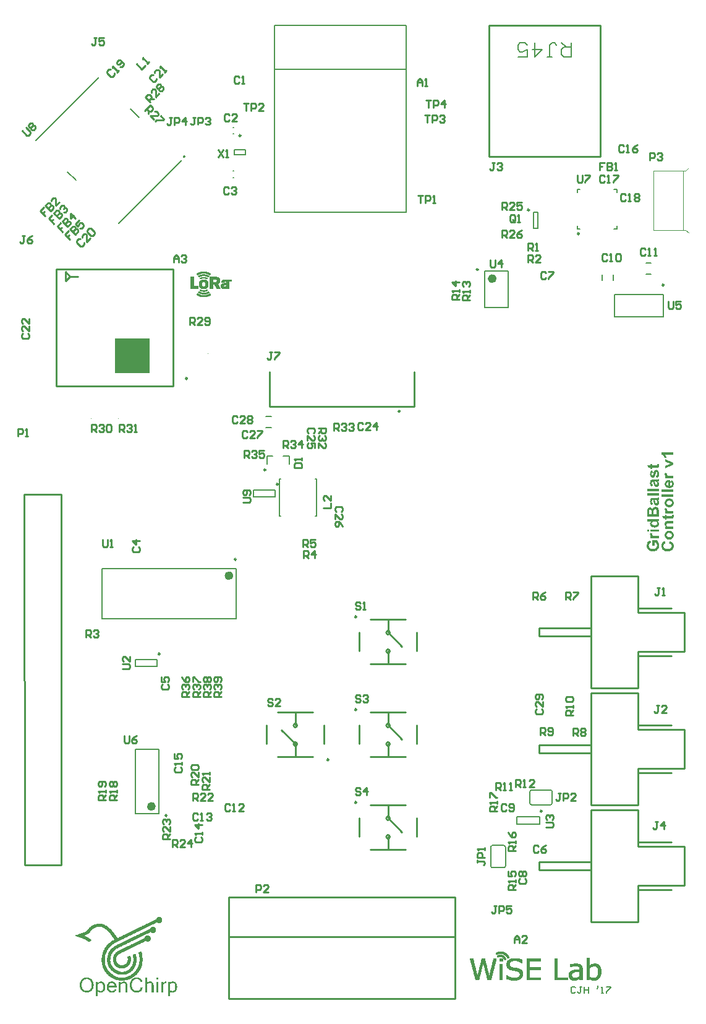
<source format=gto>
G04 Layer_Color=65535*
%FSLAX25Y25*%
%MOIN*%
G70*
G01*
G75*
%ADD61C,0.01000*%
%ADD69C,0.00700*%
%ADD84C,0.00984*%
%ADD85C,0.02362*%
%ADD86C,0.00394*%
%ADD87C,0.00600*%
%ADD88C,0.01496*%
%ADD89C,0.00787*%
%ADD90C,0.00630*%
%ADD91C,0.00492*%
%ADD92C,0.00500*%
%ADD93C,0.00100*%
%ADD94C,0.00021*%
%ADD95R,0.18701X0.18701*%
G36*
X170974Y-10576D02*
X166330D01*
Y-9346D01*
X170974D01*
Y-10576D01*
D02*
G37*
G36*
X178896Y-6090D02*
X176287D01*
X176130Y-6099D01*
X175973Y-6108D01*
X175806Y-6127D01*
X175667Y-6145D01*
X175612Y-6155D01*
X175566Y-6173D01*
X175556D01*
X175529Y-6192D01*
X175492Y-6210D01*
X175436Y-6238D01*
X175325Y-6321D01*
X175270Y-6367D01*
X175223Y-6432D01*
X175214Y-6441D01*
X175205Y-6460D01*
X175186Y-6497D01*
X175159Y-6552D01*
X175131Y-6617D01*
X175112Y-6682D01*
X175103Y-6765D01*
X175094Y-6858D01*
Y-6867D01*
Y-6913D01*
X175103Y-6969D01*
X175112Y-7043D01*
X175140Y-7135D01*
X175168Y-7228D01*
X175214Y-7329D01*
X175270Y-7431D01*
X175279Y-7440D01*
X175297Y-7468D01*
X175344Y-7514D01*
X175390Y-7570D01*
X175464Y-7625D01*
X175538Y-7681D01*
X175640Y-7736D01*
X175741Y-7773D01*
X175751D01*
X175797Y-7792D01*
X175871Y-7801D01*
X175982Y-7820D01*
X176047Y-7829D01*
X176130Y-7838D01*
X176213Y-7847D01*
X176315D01*
X176417Y-7857D01*
X176537Y-7866D01*
X178896D01*
Y-9096D01*
X174252D01*
Y-7958D01*
X174937D01*
X174927Y-7949D01*
X174899Y-7931D01*
X174863Y-7894D01*
X174816Y-7847D01*
X174751Y-7792D01*
X174687Y-7718D01*
X174613Y-7635D01*
X174539Y-7542D01*
X174474Y-7440D01*
X174400Y-7320D01*
X174335Y-7200D01*
X174271Y-7061D01*
X174224Y-6913D01*
X174187Y-6765D01*
X174160Y-6599D01*
X174150Y-6432D01*
Y-6423D01*
Y-6414D01*
Y-6367D01*
X174160Y-6284D01*
X174169Y-6182D01*
X174187Y-6071D01*
X174215Y-5951D01*
X174252Y-5822D01*
X174298Y-5692D01*
X174308Y-5674D01*
X174326Y-5637D01*
X174354Y-5572D01*
X174400Y-5498D01*
X174455Y-5415D01*
X174520Y-5331D01*
X174594Y-5248D01*
X174678Y-5174D01*
X174687Y-5165D01*
X174715Y-5146D01*
X174761Y-5119D01*
X174826Y-5082D01*
X174899Y-5035D01*
X174992Y-4998D01*
X175084Y-4961D01*
X175196Y-4934D01*
X175205D01*
X175251Y-4924D01*
X175316Y-4906D01*
X175408Y-4897D01*
X175519Y-4878D01*
X175667Y-4869D01*
X175824Y-4860D01*
X178896D01*
Y-6090D01*
D02*
G37*
G36*
X167533Y-11492D02*
X167524Y-11501D01*
X167505Y-11547D01*
X167468Y-11603D01*
X167431Y-11677D01*
X167394Y-11769D01*
X167357Y-11862D01*
X167339Y-11964D01*
X167329Y-12065D01*
Y-12075D01*
Y-12102D01*
X167339Y-12158D01*
X167348Y-12213D01*
X167366Y-12278D01*
X167394Y-12352D01*
X167431Y-12426D01*
X167477Y-12500D01*
X167487Y-12509D01*
X167505Y-12528D01*
X167542Y-12565D01*
X167598Y-12602D01*
X167662Y-12648D01*
X167755Y-12694D01*
X167866Y-12741D01*
X167995Y-12778D01*
X168014D01*
X168042Y-12787D01*
X168069Y-12796D01*
X168116D01*
X168171Y-12805D01*
X168245Y-12815D01*
X168328Y-12824D01*
X168421Y-12833D01*
X168541Y-12842D01*
X168661Y-12852D01*
X168809D01*
X168967Y-12861D01*
X169142Y-12870D01*
X170974D01*
Y-14100D01*
X166330D01*
Y-12963D01*
X166987D01*
X166978Y-12953D01*
X166922Y-12916D01*
X166839Y-12861D01*
X166737Y-12787D01*
X166636Y-12713D01*
X166534Y-12620D01*
X166441Y-12537D01*
X166377Y-12445D01*
X166367Y-12435D01*
X166349Y-12408D01*
X166330Y-12352D01*
X166303Y-12287D01*
X166275Y-12213D01*
X166247Y-12121D01*
X166238Y-12028D01*
X166229Y-11917D01*
Y-11908D01*
Y-11899D01*
Y-11843D01*
X166238Y-11760D01*
X166256Y-11658D01*
X166284Y-11529D01*
X166330Y-11390D01*
X166386Y-11251D01*
X166469Y-11103D01*
X167533Y-11492D01*
D02*
G37*
G36*
X165711Y-10576D02*
X164573D01*
Y-9346D01*
X165711D01*
Y-10576D01*
D02*
G37*
G36*
X175454Y1921D02*
X175445Y1911D01*
X175427Y1865D01*
X175390Y1810D01*
X175353Y1736D01*
X175316Y1643D01*
X175279Y1551D01*
X175260Y1449D01*
X175251Y1347D01*
Y1338D01*
Y1310D01*
X175260Y1255D01*
X175270Y1199D01*
X175288Y1134D01*
X175316Y1060D01*
X175353Y986D01*
X175399Y912D01*
X175408Y903D01*
X175427Y885D01*
X175464Y848D01*
X175519Y811D01*
X175584Y764D01*
X175677Y718D01*
X175788Y672D01*
X175917Y635D01*
X175935D01*
X175963Y626D01*
X175991Y616D01*
X176037D01*
X176093Y607D01*
X176167Y598D01*
X176250Y589D01*
X176343Y579D01*
X176463Y570D01*
X176583Y561D01*
X176731D01*
X176888Y552D01*
X177064Y542D01*
X178896D01*
Y-688D01*
X174252D01*
Y450D01*
X174909D01*
X174899Y459D01*
X174844Y496D01*
X174761Y552D01*
X174659Y626D01*
X174557Y700D01*
X174455Y792D01*
X174363Y875D01*
X174298Y968D01*
X174289Y977D01*
X174271Y1005D01*
X174252Y1060D01*
X174224Y1125D01*
X174197Y1199D01*
X174169Y1292D01*
X174160Y1384D01*
X174150Y1495D01*
Y1504D01*
Y1514D01*
Y1569D01*
X174160Y1652D01*
X174178Y1754D01*
X174206Y1884D01*
X174252Y2022D01*
X174308Y2161D01*
X174391Y2309D01*
X175454Y1921D01*
D02*
G37*
G36*
X169281Y2744D02*
X169392Y2725D01*
X169522Y2707D01*
X169670Y2670D01*
X169818Y2614D01*
X169975Y2550D01*
X169993Y2540D01*
X170040Y2513D01*
X170114Y2466D01*
X170206Y2402D01*
X170317Y2328D01*
X170419Y2226D01*
X170530Y2124D01*
X170632Y1995D01*
X170641Y1976D01*
X170669Y1930D01*
X170715Y1856D01*
X170761Y1754D01*
X170817Y1625D01*
X170863Y1477D01*
X170909Y1310D01*
X170937Y1125D01*
Y1107D01*
Y1088D01*
X170946Y1051D01*
Y1014D01*
Y959D01*
X170955Y894D01*
Y811D01*
Y718D01*
X170965Y607D01*
Y478D01*
Y330D01*
X170974Y172D01*
Y-13D01*
Y-207D01*
Y-429D01*
Y-2603D01*
X164573D01*
Y-50D01*
Y-40D01*
Y-13D01*
Y24D01*
Y71D01*
Y135D01*
Y209D01*
X164582Y376D01*
X164591Y561D01*
X164601Y746D01*
X164619Y922D01*
X164638Y1079D01*
Y1097D01*
X164647Y1144D01*
X164665Y1208D01*
X164693Y1301D01*
X164730Y1403D01*
X164776Y1514D01*
X164832Y1634D01*
X164906Y1745D01*
X164915Y1754D01*
X164943Y1791D01*
X164989Y1847D01*
X165045Y1921D01*
X165128Y1995D01*
X165220Y2078D01*
X165322Y2161D01*
X165442Y2235D01*
X165461Y2244D01*
X165498Y2263D01*
X165572Y2300D01*
X165664Y2337D01*
X165775Y2374D01*
X165896Y2411D01*
X166044Y2429D01*
X166192Y2439D01*
X166266D01*
X166349Y2429D01*
X166460Y2411D01*
X166589Y2374D01*
X166728Y2337D01*
X166867Y2272D01*
X167015Y2189D01*
X167033Y2180D01*
X167080Y2143D01*
X167144Y2087D01*
X167228Y2022D01*
X167311Y1930D01*
X167413Y1819D01*
X167496Y1689D01*
X167579Y1541D01*
Y1551D01*
X167588Y1569D01*
X167598Y1597D01*
X167607Y1634D01*
X167653Y1745D01*
X167718Y1874D01*
X167792Y2013D01*
X167894Y2170D01*
X168014Y2309D01*
X168162Y2439D01*
X168180Y2448D01*
X168236Y2485D01*
X168319Y2540D01*
X168430Y2596D01*
X168578Y2651D01*
X168735Y2707D01*
X168920Y2744D01*
X169124Y2753D01*
X169198D01*
X169281Y2744D01*
D02*
G37*
G36*
X170974Y-4961D02*
X170299D01*
X170317Y-4971D01*
X170363Y-5008D01*
X170437Y-5072D01*
X170521Y-5156D01*
X170613Y-5248D01*
X170715Y-5368D01*
X170807Y-5498D01*
X170891Y-5637D01*
X170900Y-5655D01*
X170918Y-5701D01*
X170946Y-5785D01*
X170983Y-5877D01*
X171020Y-5997D01*
X171048Y-6136D01*
X171066Y-6275D01*
X171076Y-6423D01*
Y-6432D01*
Y-6460D01*
Y-6497D01*
X171066Y-6552D01*
X171057Y-6626D01*
X171039Y-6700D01*
X171020Y-6793D01*
X170992Y-6895D01*
X170965Y-6996D01*
X170918Y-7107D01*
X170872Y-7218D01*
X170807Y-7339D01*
X170733Y-7450D01*
X170650Y-7570D01*
X170548Y-7681D01*
X170437Y-7792D01*
X170428Y-7801D01*
X170410Y-7820D01*
X170373Y-7847D01*
X170317Y-7875D01*
X170252Y-7921D01*
X170169Y-7968D01*
X170077Y-8023D01*
X169966Y-8069D01*
X169845Y-8125D01*
X169716Y-8180D01*
X169568Y-8227D01*
X169411Y-8264D01*
X169235Y-8301D01*
X169050Y-8328D01*
X168856Y-8347D01*
X168643Y-8356D01*
X168532D01*
X168449Y-8347D01*
X168347Y-8338D01*
X168236Y-8328D01*
X168106Y-8310D01*
X167977Y-8291D01*
X167681Y-8227D01*
X167533Y-8180D01*
X167385Y-8125D01*
X167237Y-8060D01*
X167098Y-7986D01*
X166969Y-7903D01*
X166848Y-7810D01*
X166839Y-7801D01*
X166821Y-7783D01*
X166793Y-7755D01*
X166747Y-7709D01*
X166700Y-7653D01*
X166654Y-7588D01*
X166599Y-7514D01*
X166534Y-7422D01*
X166478Y-7329D01*
X166423Y-7218D01*
X166321Y-6987D01*
X166284Y-6848D01*
X166256Y-6710D01*
X166238Y-6562D01*
X166229Y-6404D01*
Y-6395D01*
Y-6367D01*
Y-6330D01*
X166238Y-6275D01*
X166247Y-6210D01*
X166266Y-6127D01*
X166284Y-6044D01*
X166312Y-5942D01*
X166340Y-5840D01*
X166386Y-5729D01*
X166441Y-5618D01*
X166497Y-5507D01*
X166580Y-5387D01*
X166663Y-5276D01*
X166765Y-5165D01*
X166876Y-5054D01*
X164573D01*
Y-3824D01*
X170974D01*
Y-4961D01*
D02*
G37*
G36*
X178822Y-1391D02*
X178831Y-1400D01*
X178849Y-1456D01*
X178877Y-1548D01*
X178905Y-1668D01*
X178942Y-1807D01*
X178970Y-1974D01*
X178988Y-2159D01*
X178997Y-2353D01*
Y-2371D01*
Y-2408D01*
X178988Y-2473D01*
X178979Y-2556D01*
X178970Y-2649D01*
X178951Y-2751D01*
X178923Y-2852D01*
X178886Y-2954D01*
X178877Y-2963D01*
X178868Y-3000D01*
X178840Y-3047D01*
X178812Y-3102D01*
X178720Y-3232D01*
X178664Y-3296D01*
X178600Y-3352D01*
X178590Y-3361D01*
X178563Y-3370D01*
X178525Y-3389D01*
X178470Y-3417D01*
X178405Y-3444D01*
X178322Y-3472D01*
X178229Y-3500D01*
X178128Y-3518D01*
X178119D01*
X178082Y-3528D01*
X178026D01*
X177934Y-3537D01*
X177813Y-3546D01*
X177665D01*
X177582Y-3555D01*
X175233D01*
Y-4120D01*
X174252D01*
Y-3555D01*
X173327D01*
X172606Y-2325D01*
X174252D01*
Y-1483D01*
X175233D01*
Y-2325D01*
X177406D01*
X177517Y-2316D01*
X177712D01*
X177749Y-2307D01*
X177767D01*
X177786Y-2297D01*
X177823Y-2279D01*
X177869Y-2251D01*
X177924Y-2196D01*
X177934Y-2177D01*
X177952Y-2140D01*
X177971Y-2075D01*
X177980Y-1992D01*
Y-1983D01*
Y-1955D01*
X177971Y-1918D01*
X177961Y-1863D01*
X177952Y-1789D01*
X177934Y-1705D01*
X177906Y-1604D01*
X177869Y-1493D01*
X178822Y-1382D01*
Y-1391D01*
D02*
G37*
G36*
X176740Y-10049D02*
X176833Y-10058D01*
X176935Y-10077D01*
X177055Y-10095D01*
X177175Y-10123D01*
X177314Y-10160D01*
X177453Y-10206D01*
X177601Y-10262D01*
X177749Y-10326D01*
X177897Y-10410D01*
X178035Y-10502D01*
X178174Y-10604D01*
X178313Y-10724D01*
X178322Y-10733D01*
X178341Y-10752D01*
X178377Y-10789D01*
X178424Y-10844D01*
X178470Y-10909D01*
X178525Y-10992D01*
X178590Y-11085D01*
X178655Y-11187D01*
X178720Y-11307D01*
X178785Y-11436D01*
X178840Y-11575D01*
X178886Y-11732D01*
X178932Y-11890D01*
X178970Y-12065D01*
X178988Y-12241D01*
X178997Y-12435D01*
Y-12445D01*
Y-12463D01*
Y-12500D01*
X178988Y-12546D01*
Y-12602D01*
X178979Y-12667D01*
X178960Y-12824D01*
X178923Y-13018D01*
X178877Y-13222D01*
X178803Y-13434D01*
X178710Y-13656D01*
Y-13666D01*
X178701Y-13684D01*
X178683Y-13712D01*
X178655Y-13749D01*
X178590Y-13851D01*
X178498Y-13980D01*
X178377Y-14119D01*
X178229Y-14267D01*
X178063Y-14406D01*
X177869Y-14535D01*
X177859D01*
X177841Y-14544D01*
X177813Y-14563D01*
X177767Y-14581D01*
X177712Y-14600D01*
X177647Y-14628D01*
X177573Y-14655D01*
X177490Y-14683D01*
X177397Y-14711D01*
X177295Y-14739D01*
X177064Y-14785D01*
X176796Y-14822D01*
X176509Y-14831D01*
X176444D01*
X176407Y-14822D01*
X176352D01*
X176287Y-14813D01*
X176130Y-14794D01*
X175954Y-14757D01*
X175760Y-14702D01*
X175547Y-14637D01*
X175334Y-14535D01*
X175325D01*
X175306Y-14517D01*
X175279Y-14507D01*
X175242Y-14480D01*
X175140Y-14406D01*
X175011Y-14313D01*
X174872Y-14193D01*
X174724Y-14045D01*
X174585Y-13878D01*
X174455Y-13684D01*
Y-13675D01*
X174446Y-13656D01*
X174428Y-13629D01*
X174409Y-13582D01*
X174381Y-13536D01*
X174363Y-13471D01*
X174335Y-13397D01*
X174298Y-13323D01*
X174243Y-13138D01*
X174197Y-12926D01*
X174160Y-12694D01*
X174150Y-12445D01*
Y-12435D01*
Y-12398D01*
Y-12343D01*
X174160Y-12269D01*
X174169Y-12176D01*
X174187Y-12075D01*
X174206Y-11954D01*
X174233Y-11834D01*
X174271Y-11695D01*
X174317Y-11557D01*
X174372Y-11418D01*
X174437Y-11270D01*
X174520Y-11122D01*
X174613Y-10983D01*
X174715Y-10844D01*
X174835Y-10715D01*
X174844Y-10706D01*
X174863Y-10687D01*
X174909Y-10650D01*
X174955Y-10613D01*
X175029Y-10558D01*
X175103Y-10502D01*
X175205Y-10437D01*
X175306Y-10373D01*
X175427Y-10317D01*
X175556Y-10252D01*
X175704Y-10197D01*
X175852Y-10141D01*
X176019Y-10104D01*
X176185Y-10067D01*
X176370Y-10049D01*
X176565Y-10040D01*
X176666D01*
X176740Y-10049D01*
D02*
G37*
G36*
X-129653Y-252902D02*
X-129560Y-252913D01*
X-129444Y-252936D01*
X-129329Y-252959D01*
X-129201Y-252994D01*
X-129062Y-253029D01*
X-128924Y-253087D01*
X-128773Y-253145D01*
X-128634Y-253225D01*
X-128484Y-253318D01*
X-128357Y-253422D01*
X-128218Y-253550D01*
X-128102Y-253688D01*
X-128091Y-253700D01*
X-128079Y-253723D01*
X-128044Y-253769D01*
X-128010Y-253827D01*
X-127952Y-253908D01*
X-127905Y-254012D01*
X-127848Y-254116D01*
X-127790Y-254255D01*
X-127732Y-254394D01*
X-127674Y-254556D01*
X-127616Y-254730D01*
X-127570Y-254926D01*
X-127535Y-255123D01*
X-127500Y-255343D01*
X-127489Y-255586D01*
X-127477Y-255829D01*
Y-255840D01*
Y-255887D01*
Y-255968D01*
X-127489Y-256060D01*
X-127500Y-256176D01*
X-127512Y-256315D01*
X-127535Y-256465D01*
X-127558Y-256639D01*
X-127651Y-256986D01*
X-127697Y-257171D01*
X-127767Y-257356D01*
X-127848Y-257541D01*
X-127940Y-257726D01*
X-128044Y-257888D01*
X-128172Y-258050D01*
X-128183Y-258062D01*
X-128206Y-258085D01*
X-128241Y-258120D01*
X-128299Y-258177D01*
X-128357Y-258235D01*
X-128438Y-258305D01*
X-128542Y-258374D01*
X-128646Y-258455D01*
X-128762Y-258525D01*
X-128901Y-258606D01*
X-129190Y-258733D01*
X-129352Y-258791D01*
X-129525Y-258825D01*
X-129710Y-258849D01*
X-129907Y-258860D01*
X-130000D01*
X-130058Y-258849D01*
X-130139Y-258837D01*
X-130231Y-258825D01*
X-130451Y-258791D01*
X-130694Y-258721D01*
X-130960Y-258617D01*
X-131087Y-258559D01*
X-131214Y-258478D01*
X-131342Y-258397D01*
X-131469Y-258293D01*
Y-260931D01*
X-132487D01*
Y-253017D01*
X-131469D01*
Y-253700D01*
X-131457Y-253688D01*
X-131434Y-253665D01*
X-131400Y-253630D01*
X-131342Y-253573D01*
X-131284Y-253515D01*
X-131203Y-253445D01*
X-131110Y-253364D01*
X-131006Y-253295D01*
X-130775Y-253145D01*
X-130497Y-253017D01*
X-130335Y-252959D01*
X-130185Y-252925D01*
X-130011Y-252902D01*
X-129838Y-252890D01*
X-129734D01*
X-129653Y-252902D01*
D02*
G37*
G36*
X-90905D02*
X-90812Y-252913D01*
X-90696Y-252936D01*
X-90581Y-252959D01*
X-90453Y-252994D01*
X-90315Y-253029D01*
X-90176Y-253087D01*
X-90025Y-253145D01*
X-89886Y-253225D01*
X-89736Y-253318D01*
X-89609Y-253422D01*
X-89470Y-253550D01*
X-89354Y-253688D01*
X-89343Y-253700D01*
X-89331Y-253723D01*
X-89296Y-253769D01*
X-89262Y-253827D01*
X-89204Y-253908D01*
X-89158Y-254012D01*
X-89100Y-254116D01*
X-89042Y-254255D01*
X-88984Y-254394D01*
X-88926Y-254556D01*
X-88868Y-254730D01*
X-88822Y-254926D01*
X-88787Y-255123D01*
X-88753Y-255343D01*
X-88741Y-255586D01*
X-88730Y-255829D01*
Y-255840D01*
Y-255887D01*
Y-255968D01*
X-88741Y-256060D01*
X-88753Y-256176D01*
X-88764Y-256315D01*
X-88787Y-256465D01*
X-88810Y-256639D01*
X-88903Y-256986D01*
X-88949Y-257171D01*
X-89019Y-257356D01*
X-89100Y-257541D01*
X-89192Y-257726D01*
X-89296Y-257888D01*
X-89424Y-258050D01*
X-89435Y-258062D01*
X-89458Y-258085D01*
X-89493Y-258120D01*
X-89551Y-258177D01*
X-89609Y-258235D01*
X-89690Y-258305D01*
X-89794Y-258374D01*
X-89898Y-258455D01*
X-90014Y-258525D01*
X-90153Y-258606D01*
X-90442Y-258733D01*
X-90604Y-258791D01*
X-90777Y-258825D01*
X-90962Y-258849D01*
X-91159Y-258860D01*
X-91252D01*
X-91310Y-258849D01*
X-91391Y-258837D01*
X-91483Y-258825D01*
X-91703Y-258791D01*
X-91946Y-258721D01*
X-92212Y-258617D01*
X-92339Y-258559D01*
X-92467Y-258478D01*
X-92594Y-258397D01*
X-92721Y-258293D01*
Y-260931D01*
X-93739D01*
Y-253017D01*
X-92721D01*
Y-253700D01*
X-92709Y-253688D01*
X-92686Y-253665D01*
X-92652Y-253630D01*
X-92594Y-253573D01*
X-92536Y-253515D01*
X-92455Y-253445D01*
X-92362Y-253364D01*
X-92258Y-253295D01*
X-92027Y-253145D01*
X-91749Y-253017D01*
X-91587Y-252959D01*
X-91437Y-252925D01*
X-91263Y-252902D01*
X-91090Y-252890D01*
X-90986D01*
X-90905Y-252902D01*
D02*
G37*
G36*
X-94700D02*
X-94619Y-252913D01*
X-94445Y-252936D01*
Y-253943D01*
X-94457D01*
X-94480Y-253931D01*
X-94538Y-253920D01*
X-94607Y-253908D01*
X-94700D01*
X-94804Y-253897D01*
X-94931Y-253885D01*
X-95139D01*
X-95197Y-253897D01*
X-95266Y-253908D01*
X-95347Y-253931D01*
X-95521Y-253989D01*
X-95625Y-254024D01*
X-95729Y-254082D01*
X-95845Y-254151D01*
X-95961Y-254221D01*
X-96076Y-254325D01*
X-96180Y-254429D01*
X-96296Y-254556D01*
X-96400Y-254695D01*
Y-258733D01*
X-97418D01*
Y-253017D01*
X-96400D01*
Y-253816D01*
X-96389Y-253804D01*
X-96366Y-253781D01*
X-96331Y-253735D01*
X-96285Y-253665D01*
X-96227Y-253596D01*
X-96146Y-253526D01*
X-95972Y-253353D01*
X-95752Y-253179D01*
X-95498Y-253029D01*
X-95359Y-252971D01*
X-95209Y-252925D01*
X-95058Y-252902D01*
X-94908Y-252890D01*
X-94769D01*
X-94700Y-252902D01*
D02*
G37*
G36*
X-117296D02*
X-117168Y-252925D01*
X-117018Y-252959D01*
X-116856Y-253006D01*
X-116683Y-253064D01*
X-116498Y-253156D01*
X-116324Y-253260D01*
X-116150Y-253399D01*
X-115988Y-253573D01*
X-115838Y-253781D01*
X-115711Y-254024D01*
X-115618Y-254302D01*
X-115583Y-254452D01*
X-115560Y-254626D01*
X-115537Y-254799D01*
Y-254996D01*
Y-258733D01*
X-116555D01*
Y-255042D01*
Y-255030D01*
Y-255007D01*
Y-254973D01*
Y-254926D01*
X-116567Y-254799D01*
X-116590Y-254649D01*
X-116613Y-254487D01*
X-116659Y-254325D01*
X-116729Y-254163D01*
X-116810Y-254035D01*
X-116821Y-254024D01*
X-116856Y-253989D01*
X-116914Y-253931D01*
X-117007Y-253873D01*
X-117122Y-253827D01*
X-117261Y-253769D01*
X-117435Y-253735D01*
X-117631Y-253723D01*
X-117712D01*
X-117759Y-253735D01*
X-117840Y-253746D01*
X-117921Y-253769D01*
X-118117Y-253839D01*
X-118233Y-253885D01*
X-118349Y-253943D01*
X-118476Y-254024D01*
X-118615Y-254105D01*
X-118754Y-254209D01*
X-118893Y-254336D01*
X-119031Y-254475D01*
X-119182Y-254637D01*
Y-258733D01*
X-120200D01*
Y-253017D01*
X-119182D01*
Y-253746D01*
X-119170Y-253735D01*
X-119147Y-253712D01*
X-119101Y-253665D01*
X-119043Y-253607D01*
X-118973Y-253550D01*
X-118893Y-253480D01*
X-118788Y-253399D01*
X-118684Y-253318D01*
X-118430Y-253156D01*
X-118140Y-253029D01*
X-117978Y-252971D01*
X-117816Y-252925D01*
X-117643Y-252902D01*
X-117469Y-252890D01*
X-117388D01*
X-117296Y-252902D01*
D02*
G37*
G36*
X170132Y-15257D02*
X170151Y-15284D01*
X170178Y-15312D01*
X170215Y-15358D01*
X170252Y-15405D01*
X170345Y-15534D01*
X170447Y-15710D01*
X170567Y-15913D01*
X170687Y-16145D01*
X170798Y-16422D01*
Y-16431D01*
X170807Y-16459D01*
X170826Y-16496D01*
X170844Y-16552D01*
X170863Y-16626D01*
X170891Y-16709D01*
X170918Y-16801D01*
X170946Y-16903D01*
X171002Y-17134D01*
X171048Y-17403D01*
X171085Y-17680D01*
X171094Y-17976D01*
Y-17985D01*
Y-18022D01*
Y-18078D01*
X171085Y-18143D01*
Y-18235D01*
X171076Y-18337D01*
X171057Y-18448D01*
X171039Y-18577D01*
X170992Y-18846D01*
X170918Y-19142D01*
X170817Y-19447D01*
X170752Y-19586D01*
X170678Y-19734D01*
X170669Y-19743D01*
X170659Y-19761D01*
X170632Y-19808D01*
X170595Y-19854D01*
X170558Y-19919D01*
X170502Y-19983D01*
X170437Y-20067D01*
X170363Y-20150D01*
X170197Y-20335D01*
X169984Y-20520D01*
X169744Y-20696D01*
X169466Y-20853D01*
X169457D01*
X169429Y-20871D01*
X169383Y-20890D01*
X169327Y-20908D01*
X169253Y-20936D01*
X169170Y-20973D01*
X169068Y-21001D01*
X168957Y-21038D01*
X168837Y-21075D01*
X168698Y-21103D01*
X168412Y-21167D01*
X168097Y-21204D01*
X167755Y-21223D01*
X167653D01*
X167588Y-21214D01*
X167496D01*
X167394Y-21204D01*
X167283Y-21186D01*
X167154Y-21167D01*
X166885Y-21121D01*
X166580Y-21047D01*
X166275Y-20945D01*
X166127Y-20881D01*
X165979Y-20807D01*
X165970Y-20797D01*
X165942Y-20788D01*
X165905Y-20760D01*
X165849Y-20733D01*
X165785Y-20686D01*
X165711Y-20631D01*
X165627Y-20566D01*
X165535Y-20501D01*
X165442Y-20418D01*
X165341Y-20326D01*
X165239Y-20224D01*
X165137Y-20113D01*
X165045Y-19993D01*
X164943Y-19872D01*
X164776Y-19586D01*
Y-19576D01*
X164758Y-19558D01*
X164749Y-19521D01*
X164721Y-19475D01*
X164702Y-19410D01*
X164675Y-19345D01*
X164647Y-19253D01*
X164610Y-19160D01*
X164582Y-19058D01*
X164554Y-18938D01*
X164527Y-18809D01*
X164499Y-18679D01*
X164462Y-18383D01*
X164453Y-18050D01*
Y-18041D01*
Y-17995D01*
Y-17939D01*
X164462Y-17856D01*
X164471Y-17754D01*
X164480Y-17634D01*
X164490Y-17504D01*
X164517Y-17366D01*
X164573Y-17070D01*
X164665Y-16764D01*
X164721Y-16607D01*
X164786Y-16459D01*
X164860Y-16320D01*
X164952Y-16191D01*
X164961Y-16182D01*
X164971Y-16163D01*
X165008Y-16126D01*
X165045Y-16080D01*
X165091Y-16024D01*
X165156Y-15969D01*
X165230Y-15904D01*
X165313Y-15830D01*
X165405Y-15756D01*
X165507Y-15682D01*
X165618Y-15608D01*
X165748Y-15543D01*
X165877Y-15469D01*
X166016Y-15414D01*
X166173Y-15358D01*
X166330Y-15321D01*
X166571Y-16607D01*
X166562D01*
X166552Y-16616D01*
X166497Y-16635D01*
X166414Y-16672D01*
X166303Y-16727D01*
X166182Y-16792D01*
X166062Y-16885D01*
X165942Y-16996D01*
X165831Y-17125D01*
X165822Y-17144D01*
X165785Y-17190D01*
X165738Y-17273D01*
X165692Y-17375D01*
X165637Y-17514D01*
X165600Y-17671D01*
X165563Y-17847D01*
X165553Y-18050D01*
Y-18059D01*
Y-18087D01*
Y-18133D01*
X165563Y-18189D01*
X165572Y-18263D01*
X165581Y-18346D01*
X165600Y-18439D01*
X165618Y-18540D01*
X165683Y-18753D01*
X165729Y-18864D01*
X165785Y-18975D01*
X165849Y-19086D01*
X165914Y-19197D01*
X166007Y-19299D01*
X166099Y-19401D01*
X166108Y-19410D01*
X166127Y-19419D01*
X166155Y-19447D01*
X166201Y-19475D01*
X166256Y-19512D01*
X166321Y-19558D01*
X166404Y-19604D01*
X166497Y-19641D01*
X166608Y-19687D01*
X166728Y-19734D01*
X166858Y-19780D01*
X166996Y-19817D01*
X167154Y-19845D01*
X167329Y-19872D01*
X167505Y-19882D01*
X167699Y-19891D01*
X167810D01*
X167884Y-19882D01*
X167986Y-19872D01*
X168088Y-19863D01*
X168217Y-19845D01*
X168347Y-19826D01*
X168624Y-19771D01*
X168911Y-19678D01*
X169050Y-19623D01*
X169179Y-19558D01*
X169309Y-19475D01*
X169420Y-19391D01*
X169429Y-19382D01*
X169448Y-19364D01*
X169475Y-19336D01*
X169512Y-19299D01*
X169549Y-19243D01*
X169605Y-19188D01*
X169651Y-19114D01*
X169707Y-19031D01*
X169762Y-18938D01*
X169808Y-18846D01*
X169901Y-18614D01*
X169938Y-18485D01*
X169966Y-18355D01*
X169984Y-18207D01*
X169993Y-18059D01*
Y-18050D01*
Y-18041D01*
Y-17985D01*
X169984Y-17911D01*
X169975Y-17800D01*
X169956Y-17680D01*
X169929Y-17541D01*
X169892Y-17393D01*
X169836Y-17245D01*
Y-17236D01*
X169827Y-17227D01*
X169808Y-17181D01*
X169771Y-17097D01*
X169725Y-17005D01*
X169670Y-16894D01*
X169605Y-16774D01*
X169531Y-16653D01*
X169448Y-16542D01*
X168624D01*
Y-18022D01*
X167542D01*
Y-15238D01*
X170114D01*
X170132Y-15257D01*
D02*
G37*
G36*
X176981Y-15664D02*
X177036Y-15682D01*
X177110Y-15710D01*
X177194Y-15747D01*
X177295Y-15784D01*
X177406Y-15830D01*
X177526Y-15886D01*
X177776Y-16015D01*
X178035Y-16182D01*
X178285Y-16385D01*
X178396Y-16496D01*
X178498Y-16616D01*
X178507Y-16626D01*
X178516Y-16644D01*
X178544Y-16681D01*
X178581Y-16737D01*
X178618Y-16801D01*
X178655Y-16885D01*
X178701Y-16977D01*
X178748Y-17079D01*
X178803Y-17199D01*
X178849Y-17329D01*
X178886Y-17467D01*
X178923Y-17615D01*
X178960Y-17773D01*
X178988Y-17948D01*
X178997Y-18124D01*
X179007Y-18318D01*
Y-18337D01*
Y-18374D01*
X178997Y-18439D01*
X178988Y-18531D01*
X178979Y-18633D01*
X178960Y-18762D01*
X178932Y-18901D01*
X178896Y-19058D01*
X178849Y-19216D01*
X178794Y-19382D01*
X178720Y-19558D01*
X178637Y-19734D01*
X178544Y-19909D01*
X178424Y-20085D01*
X178294Y-20252D01*
X178137Y-20409D01*
X178128Y-20418D01*
X178100Y-20446D01*
X178045Y-20483D01*
X177980Y-20538D01*
X177887Y-20594D01*
X177786Y-20668D01*
X177656Y-20742D01*
X177508Y-20816D01*
X177351Y-20890D01*
X177175Y-20964D01*
X176972Y-21038D01*
X176759Y-21093D01*
X176537Y-21149D01*
X176287Y-21186D01*
X176028Y-21214D01*
X175751Y-21223D01*
X175677D01*
X175593Y-21214D01*
X175482D01*
X175353Y-21195D01*
X175196Y-21177D01*
X175029Y-21158D01*
X174835Y-21121D01*
X174641Y-21075D01*
X174437Y-21019D01*
X174233Y-20955D01*
X174021Y-20871D01*
X173817Y-20779D01*
X173623Y-20668D01*
X173438Y-20548D01*
X173262Y-20400D01*
X173253Y-20390D01*
X173225Y-20363D01*
X173179Y-20316D01*
X173124Y-20252D01*
X173059Y-20168D01*
X172985Y-20067D01*
X172901Y-19956D01*
X172818Y-19817D01*
X172735Y-19669D01*
X172652Y-19512D01*
X172578Y-19327D01*
X172513Y-19142D01*
X172458Y-18929D01*
X172411Y-18716D01*
X172383Y-18476D01*
X172374Y-18235D01*
Y-18226D01*
Y-18180D01*
Y-18124D01*
X172383Y-18041D01*
X172393Y-17939D01*
X172411Y-17828D01*
X172430Y-17699D01*
X172458Y-17560D01*
X172495Y-17412D01*
X172541Y-17255D01*
X172596Y-17097D01*
X172670Y-16931D01*
X172744Y-16774D01*
X172837Y-16626D01*
X172948Y-16468D01*
X173068Y-16330D01*
Y-16320D01*
X173087Y-16311D01*
X173114Y-16283D01*
X173142Y-16256D01*
X173188Y-16219D01*
X173244Y-16182D01*
X173373Y-16080D01*
X173540Y-15978D01*
X173743Y-15867D01*
X173975Y-15765D01*
X174243Y-15673D01*
X174548Y-16949D01*
X174539D01*
X174530Y-16959D01*
X174502D01*
X174465Y-16977D01*
X174381Y-17005D01*
X174271Y-17051D01*
X174141Y-17116D01*
X174012Y-17199D01*
X173882Y-17310D01*
X173771Y-17430D01*
X173762Y-17449D01*
X173725Y-17495D01*
X173679Y-17569D01*
X173623Y-17671D01*
X173568Y-17800D01*
X173521Y-17948D01*
X173484Y-18115D01*
X173475Y-18300D01*
Y-18309D01*
Y-18328D01*
Y-18365D01*
X173484Y-18420D01*
X173494Y-18476D01*
X173503Y-18550D01*
X173540Y-18707D01*
X173605Y-18892D01*
X173697Y-19086D01*
X173752Y-19188D01*
X173817Y-19280D01*
X173900Y-19373D01*
X173993Y-19456D01*
X174002D01*
X174021Y-19475D01*
X174049Y-19493D01*
X174095Y-19521D01*
X174150Y-19558D01*
X174215Y-19595D01*
X174298Y-19632D01*
X174391Y-19669D01*
X174502Y-19715D01*
X174622Y-19752D01*
X174761Y-19789D01*
X174909Y-19826D01*
X175075Y-19854D01*
X175251Y-19872D01*
X175445Y-19882D01*
X175658Y-19891D01*
X175778D01*
X175852Y-19882D01*
X175954D01*
X176074Y-19863D01*
X176195Y-19854D01*
X176333Y-19835D01*
X176620Y-19780D01*
X176907Y-19706D01*
X177046Y-19660D01*
X177175Y-19595D01*
X177295Y-19530D01*
X177397Y-19456D01*
X177406Y-19447D01*
X177416Y-19438D01*
X177443Y-19410D01*
X177480Y-19373D01*
X177554Y-19280D01*
X177647Y-19151D01*
X177749Y-18994D01*
X177823Y-18799D01*
X177887Y-18577D01*
X177897Y-18457D01*
X177906Y-18328D01*
Y-18318D01*
Y-18309D01*
Y-18281D01*
X177897Y-18244D01*
X177887Y-18143D01*
X177869Y-18022D01*
X177823Y-17893D01*
X177767Y-17745D01*
X177693Y-17597D01*
X177582Y-17449D01*
X177564Y-17430D01*
X177517Y-17384D01*
X177443Y-17319D01*
X177332Y-17245D01*
X177184Y-17153D01*
X177008Y-17070D01*
X176796Y-16986D01*
X176546Y-16912D01*
X176935Y-15654D01*
X176944D01*
X176981Y-15664D01*
D02*
G37*
G36*
X-110389Y-250715D02*
X-110284Y-250726D01*
X-110157Y-250738D01*
X-110007Y-250761D01*
X-109856Y-250784D01*
X-109509Y-250877D01*
X-109324Y-250923D01*
X-109139Y-250992D01*
X-108954Y-251074D01*
X-108769Y-251166D01*
X-108595Y-251270D01*
X-108422Y-251397D01*
X-108410Y-251409D01*
X-108387Y-251432D01*
X-108341Y-251467D01*
X-108271Y-251525D01*
X-108202Y-251594D01*
X-108121Y-251675D01*
X-108040Y-251779D01*
X-107947Y-251883D01*
X-107855Y-252011D01*
X-107774Y-252150D01*
X-107681Y-252300D01*
X-107600Y-252462D01*
X-107531Y-252636D01*
X-107473Y-252821D01*
X-107427Y-253017D01*
X-107392Y-253225D01*
X-108479D01*
Y-253214D01*
Y-253191D01*
X-108491Y-253156D01*
X-108503Y-253098D01*
X-108526Y-252971D01*
X-108584Y-252797D01*
X-108665Y-252612D01*
X-108780Y-252416D01*
X-108931Y-252219D01*
X-109023Y-252126D01*
X-109127Y-252045D01*
X-109139D01*
X-109151Y-252022D01*
X-109185Y-251999D01*
X-109231Y-251976D01*
X-109289Y-251941D01*
X-109359Y-251907D01*
X-109532Y-251814D01*
X-109741Y-251733D01*
X-109995Y-251664D01*
X-110273Y-251617D01*
X-110597Y-251594D01*
X-110713D01*
X-110793Y-251606D01*
X-110898Y-251617D01*
X-111013Y-251641D01*
X-111141Y-251664D01*
X-111291Y-251698D01*
X-111441Y-251745D01*
X-111592Y-251802D01*
X-111754Y-251860D01*
X-111904Y-251941D01*
X-112066Y-252045D01*
X-112217Y-252150D01*
X-112367Y-252277D01*
X-112506Y-252427D01*
X-112517Y-252439D01*
X-112540Y-252462D01*
X-112575Y-252508D01*
X-112610Y-252578D01*
X-112668Y-252659D01*
X-112726Y-252763D01*
X-112784Y-252890D01*
X-112853Y-253029D01*
X-112922Y-253191D01*
X-112980Y-253364D01*
X-113038Y-253561D01*
X-113096Y-253769D01*
X-113131Y-254001D01*
X-113165Y-254244D01*
X-113188Y-254510D01*
X-113200Y-254787D01*
Y-254799D01*
Y-254857D01*
Y-254938D01*
X-113188Y-255042D01*
X-113177Y-255169D01*
X-113165Y-255320D01*
X-113142Y-255482D01*
X-113107Y-255655D01*
X-113026Y-256037D01*
X-112969Y-256234D01*
X-112911Y-256430D01*
X-112830Y-256615D01*
X-112737Y-256812D01*
X-112633Y-256986D01*
X-112506Y-257148D01*
X-112494Y-257159D01*
X-112471Y-257183D01*
X-112436Y-257229D01*
X-112379Y-257275D01*
X-112309Y-257345D01*
X-112228Y-257414D01*
X-112124Y-257483D01*
X-112008Y-257564D01*
X-111881Y-257645D01*
X-111742Y-257715D01*
X-111580Y-257784D01*
X-111418Y-257854D01*
X-111233Y-257900D01*
X-111048Y-257946D01*
X-110840Y-257969D01*
X-110620Y-257981D01*
X-110527D01*
X-110469Y-257969D01*
X-110389D01*
X-110296Y-257958D01*
X-110088Y-257923D01*
X-109845Y-257865D01*
X-109602Y-257796D01*
X-109359Y-257680D01*
X-109127Y-257530D01*
X-109116D01*
X-109104Y-257506D01*
X-109035Y-257449D01*
X-108942Y-257345D01*
X-108826Y-257194D01*
X-108711Y-257009D01*
X-108607Y-256789D01*
X-108526Y-256535D01*
X-108503Y-256384D01*
X-108479Y-256234D01*
X-107392D01*
Y-256245D01*
X-107403Y-256292D01*
Y-256349D01*
X-107427Y-256442D01*
X-107450Y-256546D01*
X-107473Y-256673D01*
X-107508Y-256801D01*
X-107554Y-256951D01*
X-107612Y-257101D01*
X-107681Y-257263D01*
X-107762Y-257425D01*
X-107855Y-257587D01*
X-107970Y-257749D01*
X-108086Y-257900D01*
X-108225Y-258039D01*
X-108387Y-258177D01*
X-108398Y-258189D01*
X-108422Y-258212D01*
X-108479Y-258235D01*
X-108549Y-258282D01*
X-108630Y-258340D01*
X-108734Y-258397D01*
X-108861Y-258455D01*
X-108988Y-258513D01*
X-109151Y-258582D01*
X-109312Y-258640D01*
X-109498Y-258698D01*
X-109694Y-258756D01*
X-109903Y-258802D01*
X-110122Y-258825D01*
X-110365Y-258849D01*
X-110608Y-258860D01*
X-110678D01*
X-110770Y-258849D01*
X-110886Y-258837D01*
X-111025Y-258825D01*
X-111187Y-258802D01*
X-111372Y-258768D01*
X-111569Y-258721D01*
X-111777Y-258663D01*
X-111997Y-258594D01*
X-112228Y-258502D01*
X-112448Y-258397D01*
X-112668Y-258282D01*
X-112888Y-258131D01*
X-113096Y-257969D01*
X-113293Y-257773D01*
X-113304Y-257761D01*
X-113339Y-257726D01*
X-113385Y-257657D01*
X-113443Y-257576D01*
X-113524Y-257460D01*
X-113605Y-257321D01*
X-113698Y-257171D01*
X-113790Y-256986D01*
X-113883Y-256789D01*
X-113975Y-256558D01*
X-114056Y-256315D01*
X-114137Y-256049D01*
X-114195Y-255759D01*
X-114241Y-255459D01*
X-114276Y-255135D01*
X-114288Y-254787D01*
Y-254764D01*
Y-254707D01*
X-114276Y-254602D01*
Y-254475D01*
X-114253Y-254313D01*
X-114230Y-254128D01*
X-114207Y-253931D01*
X-114160Y-253712D01*
X-114114Y-253468D01*
X-114045Y-253225D01*
X-113964Y-252983D01*
X-113871Y-252728D01*
X-113755Y-252485D01*
X-113617Y-252242D01*
X-113466Y-252022D01*
X-113293Y-251802D01*
X-113281Y-251791D01*
X-113246Y-251756D01*
X-113188Y-251698D01*
X-113107Y-251629D01*
X-113003Y-251548D01*
X-112888Y-251455D01*
X-112737Y-251351D01*
X-112575Y-251247D01*
X-112402Y-251154D01*
X-112193Y-251050D01*
X-111974Y-250958D01*
X-111731Y-250877D01*
X-111476Y-250807D01*
X-111210Y-250750D01*
X-110909Y-250715D01*
X-110608Y-250703D01*
X-110481D01*
X-110389Y-250715D01*
D02*
G37*
G36*
X-98923Y-251941D02*
X-99941D01*
Y-250842D01*
X-98923D01*
Y-251941D01*
D02*
G37*
G36*
X170974Y11300D02*
X164573D01*
Y12530D01*
X170974D01*
Y11300D01*
D02*
G37*
G36*
X176935Y14186D02*
X176990D01*
X177027Y14195D01*
X177120Y14205D01*
X177249Y14223D01*
X177378Y14260D01*
X177526Y14316D01*
X177665Y14380D01*
X177786Y14473D01*
X177795Y14482D01*
X177832Y14528D01*
X177878Y14584D01*
X177934Y14667D01*
X177989Y14769D01*
X178035Y14898D01*
X178072Y15037D01*
X178082Y15185D01*
Y15194D01*
Y15231D01*
X178072Y15287D01*
X178063Y15352D01*
X178045Y15426D01*
X178017Y15509D01*
X177980Y15592D01*
X177924Y15666D01*
X177915Y15675D01*
X177897Y15703D01*
X177859Y15740D01*
X177804Y15777D01*
X177730Y15833D01*
X177647Y15879D01*
X177536Y15925D01*
X177416Y15971D01*
X177619Y17192D01*
X177628D01*
X177647Y17183D01*
X177684Y17165D01*
X177730Y17146D01*
X177786Y17118D01*
X177850Y17091D01*
X177998Y17007D01*
X178165Y16906D01*
X178341Y16776D01*
X178498Y16619D01*
X178646Y16443D01*
Y16434D01*
X178664Y16425D01*
X178674Y16388D01*
X178701Y16351D01*
X178729Y16304D01*
X178757Y16240D01*
X178785Y16175D01*
X178822Y16092D01*
X178886Y15907D01*
X178942Y15694D01*
X178979Y15444D01*
X178997Y15176D01*
Y15167D01*
Y15120D01*
X178988Y15065D01*
Y14982D01*
X178970Y14880D01*
X178951Y14760D01*
X178932Y14630D01*
X178896Y14501D01*
X178858Y14353D01*
X178803Y14205D01*
X178738Y14057D01*
X178664Y13909D01*
X178572Y13761D01*
X178470Y13622D01*
X178350Y13502D01*
X178211Y13381D01*
X178202Y13372D01*
X178183Y13363D01*
X178146Y13344D01*
X178100Y13307D01*
X178035Y13280D01*
X177961Y13243D01*
X177878Y13196D01*
X177776Y13159D01*
X177665Y13113D01*
X177545Y13076D01*
X177416Y13030D01*
X177268Y13002D01*
X177120Y12974D01*
X176962Y12947D01*
X176787Y12937D01*
X176611Y12928D01*
X176500D01*
X176417Y12937D01*
X176324Y12947D01*
X176213Y12956D01*
X176093Y12974D01*
X175954Y13002D01*
X175667Y13076D01*
X175519Y13122D01*
X175362Y13178D01*
X175214Y13252D01*
X175075Y13335D01*
X174937Y13428D01*
X174807Y13529D01*
X174798Y13539D01*
X174779Y13557D01*
X174742Y13594D01*
X174705Y13640D01*
X174659Y13696D01*
X174603Y13770D01*
X174539Y13853D01*
X174474Y13946D01*
X174419Y14047D01*
X174354Y14168D01*
X174298Y14288D01*
X174252Y14427D01*
X174215Y14565D01*
X174178Y14723D01*
X174160Y14880D01*
X174150Y15046D01*
Y15056D01*
Y15093D01*
Y15148D01*
X174160Y15222D01*
X174169Y15305D01*
X174187Y15407D01*
X174206Y15518D01*
X174233Y15638D01*
X174271Y15768D01*
X174317Y15897D01*
X174372Y16036D01*
X174446Y16175D01*
X174520Y16304D01*
X174613Y16434D01*
X174724Y16563D01*
X174844Y16674D01*
X174853Y16684D01*
X174872Y16702D01*
X174918Y16730D01*
X174974Y16767D01*
X175048Y16813D01*
X175131Y16859D01*
X175242Y16915D01*
X175362Y16970D01*
X175501Y17026D01*
X175658Y17081D01*
X175824Y17128D01*
X176019Y17174D01*
X176222Y17211D01*
X176444Y17239D01*
X176675Y17257D01*
X176935D01*
Y14186D01*
D02*
G37*
G36*
X178896Y10791D02*
X172495D01*
Y12022D01*
X178896D01*
Y10791D01*
D02*
G37*
G36*
X169633Y22659D02*
X169679Y22650D01*
X169744Y22641D01*
X169901Y22604D01*
X170067Y22539D01*
X170160Y22493D01*
X170252Y22446D01*
X170345Y22382D01*
X170437Y22308D01*
X170530Y22224D01*
X170622Y22132D01*
X170632Y22123D01*
X170641Y22104D01*
X170659Y22076D01*
X170696Y22030D01*
X170724Y21975D01*
X170761Y21910D01*
X170807Y21827D01*
X170844Y21734D01*
X170891Y21632D01*
X170928Y21512D01*
X170974Y21383D01*
X171002Y21244D01*
X171029Y21087D01*
X171057Y20920D01*
X171066Y20744D01*
X171076Y20559D01*
Y20550D01*
Y20513D01*
Y20467D01*
X171066Y20402D01*
Y20319D01*
X171057Y20226D01*
X171048Y20125D01*
X171029Y20014D01*
X170983Y19773D01*
X170918Y19523D01*
X170826Y19274D01*
X170761Y19163D01*
X170696Y19052D01*
X170687Y19042D01*
X170678Y19024D01*
X170659Y18996D01*
X170622Y18968D01*
X170539Y18867D01*
X170419Y18756D01*
X170271Y18635D01*
X170095Y18524D01*
X169882Y18423D01*
X169651Y18339D01*
X169466Y19570D01*
X169485D01*
X169522Y19588D01*
X169586Y19607D01*
X169670Y19634D01*
X169762Y19681D01*
X169845Y19736D01*
X169938Y19801D01*
X170012Y19884D01*
X170021Y19893D01*
X170040Y19930D01*
X170067Y19986D01*
X170095Y20060D01*
X170132Y20152D01*
X170160Y20273D01*
X170178Y20402D01*
X170188Y20559D01*
Y20569D01*
Y20578D01*
Y20633D01*
X170178Y20726D01*
X170169Y20828D01*
X170151Y20939D01*
X170114Y21059D01*
X170077Y21170D01*
X170021Y21272D01*
X170012Y21281D01*
X169993Y21299D01*
X169966Y21327D01*
X169929Y21355D01*
X169882Y21383D01*
X169827Y21410D01*
X169762Y21429D01*
X169688Y21438D01*
X169660D01*
X169605Y21429D01*
X169531Y21401D01*
X169457Y21346D01*
X169438Y21327D01*
X169429Y21299D01*
X169401Y21262D01*
X169383Y21207D01*
X169355Y21133D01*
X169327Y21050D01*
X169300Y20939D01*
Y20920D01*
X169281Y20874D01*
X169263Y20800D01*
X169244Y20698D01*
X169216Y20578D01*
X169179Y20448D01*
X169142Y20300D01*
X169096Y20143D01*
X169004Y19819D01*
X168957Y19662D01*
X168902Y19514D01*
X168856Y19375D01*
X168800Y19246D01*
X168745Y19135D01*
X168698Y19052D01*
X168689Y19042D01*
X168680Y19024D01*
X168661Y19005D01*
X168624Y18968D01*
X168541Y18876D01*
X168421Y18783D01*
X168273Y18682D01*
X168097Y18589D01*
X167995Y18552D01*
X167884Y18534D01*
X167773Y18515D01*
X167653Y18506D01*
X167598D01*
X167551Y18515D01*
X167505Y18524D01*
X167440Y18534D01*
X167302Y18561D01*
X167144Y18617D01*
X166978Y18709D01*
X166885Y18756D01*
X166802Y18820D01*
X166719Y18894D01*
X166645Y18978D01*
X166636Y18987D01*
X166626Y18996D01*
X166608Y19024D01*
X166580Y19070D01*
X166552Y19116D01*
X166515Y19181D01*
X166478Y19255D01*
X166432Y19338D01*
X166395Y19440D01*
X166358Y19551D01*
X166321Y19671D01*
X166293Y19801D01*
X166266Y19949D01*
X166247Y20106D01*
X166229Y20273D01*
Y20458D01*
Y20467D01*
Y20504D01*
Y20550D01*
Y20615D01*
X166238Y20689D01*
X166247Y20781D01*
X166256Y20883D01*
X166266Y20994D01*
X166303Y21225D01*
X166358Y21457D01*
X166441Y21679D01*
X166488Y21780D01*
X166543Y21873D01*
Y21882D01*
X166562Y21891D01*
X166599Y21947D01*
X166673Y22030D01*
X166774Y22123D01*
X166895Y22234D01*
X167052Y22335D01*
X167237Y22437D01*
X167450Y22511D01*
X167662Y21355D01*
X167653D01*
X167616Y21336D01*
X167570Y21318D01*
X167514Y21290D01*
X167440Y21253D01*
X167376Y21198D01*
X167311Y21142D01*
X167255Y21068D01*
X167246Y21059D01*
X167228Y21031D01*
X167209Y20985D01*
X167181Y20920D01*
X167154Y20837D01*
X167126Y20735D01*
X167117Y20615D01*
X167107Y20476D01*
Y20467D01*
Y20458D01*
Y20393D01*
X167117Y20310D01*
X167126Y20208D01*
X167144Y20088D01*
X167163Y19977D01*
X167200Y19875D01*
X167246Y19782D01*
Y19773D01*
X167265Y19764D01*
X167311Y19718D01*
X167394Y19662D01*
X167440Y19653D01*
X167496Y19644D01*
X167514D01*
X167570Y19662D01*
X167644Y19699D01*
X167681Y19727D01*
X167718Y19764D01*
X167727Y19773D01*
X167736Y19810D01*
X167755Y19829D01*
X167764Y19866D01*
X167783Y19912D01*
X167810Y19967D01*
X167829Y20041D01*
X167857Y20115D01*
X167884Y20208D01*
X167912Y20319D01*
X167949Y20439D01*
X167986Y20578D01*
X168023Y20735D01*
X168069Y20911D01*
Y20920D01*
X168079Y20957D01*
X168088Y21003D01*
X168106Y21068D01*
X168134Y21151D01*
X168153Y21244D01*
X168217Y21447D01*
X168301Y21679D01*
X168393Y21901D01*
X168449Y22012D01*
X168495Y22113D01*
X168560Y22197D01*
X168615Y22280D01*
X168634Y22298D01*
X168671Y22345D01*
X168745Y22400D01*
X168846Y22474D01*
X168976Y22548D01*
X169133Y22604D01*
X169318Y22650D01*
X169522Y22668D01*
X169586D01*
X169633Y22659D01*
D02*
G37*
G36*
X170974Y16610D02*
X170965D01*
X170955Y16600D01*
X170918Y16591D01*
X170881Y16573D01*
X170835Y16554D01*
X170770Y16536D01*
X170696Y16517D01*
X170613Y16489D01*
X170604D01*
X170595Y16480D01*
X170558Y16471D01*
X170511Y16452D01*
X170474Y16443D01*
X170484Y16425D01*
X170521Y16388D01*
X170576Y16323D01*
X170641Y16240D01*
X170715Y16138D01*
X170798Y16027D01*
X170863Y15897D01*
X170928Y15768D01*
X170937Y15749D01*
X170946Y15703D01*
X170974Y15629D01*
X171002Y15537D01*
X171029Y15426D01*
X171048Y15296D01*
X171066Y15148D01*
X171076Y15000D01*
Y14991D01*
Y14972D01*
Y14935D01*
X171066Y14880D01*
Y14824D01*
X171057Y14750D01*
X171029Y14593D01*
X170983Y14408D01*
X170918Y14223D01*
X170826Y14038D01*
X170696Y13872D01*
X170687D01*
X170678Y13853D01*
X170622Y13807D01*
X170539Y13742D01*
X170428Y13668D01*
X170289Y13594D01*
X170123Y13529D01*
X169929Y13483D01*
X169827Y13474D01*
X169716Y13465D01*
X169651D01*
X169577Y13474D01*
X169485Y13492D01*
X169374Y13511D01*
X169263Y13539D01*
X169142Y13585D01*
X169022Y13650D01*
X169004Y13659D01*
X168967Y13687D01*
X168911Y13724D01*
X168846Y13788D01*
X168772Y13853D01*
X168689Y13946D01*
X168615Y14047D01*
X168550Y14168D01*
X168541Y14186D01*
X168523Y14232D01*
X168495Y14306D01*
X168449Y14417D01*
X168402Y14556D01*
X168356Y14723D01*
X168310Y14926D01*
X168264Y15148D01*
Y15157D01*
X168254Y15185D01*
X168245Y15231D01*
X168236Y15287D01*
X168227Y15361D01*
X168208Y15444D01*
X168162Y15629D01*
X168116Y15823D01*
X168069Y16027D01*
X168014Y16203D01*
X167986Y16286D01*
X167958Y16351D01*
X167783D01*
X167718Y16341D01*
X167635Y16332D01*
X167551Y16304D01*
X167468Y16277D01*
X167394Y16230D01*
X167329Y16166D01*
X167320Y16156D01*
X167302Y16129D01*
X167283Y16082D01*
X167246Y16018D01*
X167218Y15925D01*
X167200Y15814D01*
X167181Y15675D01*
X167172Y15509D01*
Y15490D01*
Y15453D01*
X167181Y15398D01*
X167191Y15324D01*
X167209Y15241D01*
X167228Y15148D01*
X167265Y15065D01*
X167311Y14991D01*
X167320Y14982D01*
X167339Y14963D01*
X167366Y14926D01*
X167413Y14889D01*
X167477Y14834D01*
X167561Y14787D01*
X167653Y14741D01*
X167764Y14695D01*
X167561Y13594D01*
X167551D01*
X167533Y13603D01*
X167496Y13613D01*
X167450Y13631D01*
X167394Y13650D01*
X167329Y13677D01*
X167181Y13742D01*
X167024Y13835D01*
X166858Y13946D01*
X166700Y14075D01*
X166562Y14232D01*
Y14242D01*
X166543Y14251D01*
X166534Y14279D01*
X166506Y14316D01*
X166488Y14371D01*
X166460Y14427D01*
X166423Y14501D01*
X166395Y14575D01*
X166367Y14667D01*
X166330Y14769D01*
X166303Y14880D01*
X166284Y15009D01*
X166256Y15139D01*
X166247Y15287D01*
X166229Y15435D01*
Y15601D01*
Y15611D01*
Y15638D01*
Y15685D01*
Y15740D01*
X166238Y15805D01*
Y15879D01*
X166256Y16064D01*
X166275Y16258D01*
X166312Y16462D01*
X166367Y16656D01*
X166395Y16739D01*
X166432Y16822D01*
Y16832D01*
X166441Y16841D01*
X166469Y16887D01*
X166506Y16961D01*
X166562Y17044D01*
X166636Y17146D01*
X166719Y17239D01*
X166821Y17322D01*
X166922Y17396D01*
X166941Y17405D01*
X166978Y17424D01*
X167061Y17451D01*
X167107Y17461D01*
X167172Y17479D01*
X167237Y17498D01*
X167320Y17507D01*
X167413Y17525D01*
X167514Y17535D01*
X167625Y17544D01*
X167746Y17553D01*
X167875Y17562D01*
X168023D01*
X169457Y17544D01*
X169670D01*
X169799Y17553D01*
X169947D01*
X170095Y17572D01*
X170243Y17581D01*
X170363Y17599D01*
X170373D01*
X170410Y17609D01*
X170474Y17627D01*
X170548Y17646D01*
X170641Y17683D01*
X170743Y17720D01*
X170854Y17766D01*
X170974Y17821D01*
Y16610D01*
D02*
G37*
G36*
X175454Y20818D02*
X175445Y20809D01*
X175427Y20763D01*
X175390Y20707D01*
X175353Y20633D01*
X175316Y20541D01*
X175279Y20448D01*
X175260Y20347D01*
X175251Y20245D01*
Y20236D01*
Y20208D01*
X175260Y20152D01*
X175270Y20097D01*
X175288Y20032D01*
X175316Y19958D01*
X175353Y19884D01*
X175399Y19810D01*
X175408Y19801D01*
X175427Y19782D01*
X175464Y19745D01*
X175519Y19708D01*
X175584Y19662D01*
X175677Y19616D01*
X175788Y19570D01*
X175917Y19533D01*
X175935D01*
X175963Y19523D01*
X175991Y19514D01*
X176037D01*
X176093Y19505D01*
X176167Y19496D01*
X176250Y19486D01*
X176343Y19477D01*
X176463Y19468D01*
X176583Y19459D01*
X176731D01*
X176888Y19449D01*
X177064Y19440D01*
X178896D01*
Y18210D01*
X174252D01*
Y19348D01*
X174909D01*
X174899Y19357D01*
X174844Y19394D01*
X174761Y19449D01*
X174659Y19523D01*
X174557Y19597D01*
X174455Y19690D01*
X174363Y19773D01*
X174298Y19866D01*
X174289Y19875D01*
X174271Y19903D01*
X174252Y19958D01*
X174224Y20023D01*
X174197Y20097D01*
X174169Y20189D01*
X174160Y20282D01*
X174150Y20393D01*
Y20402D01*
Y20411D01*
Y20467D01*
X174160Y20550D01*
X174178Y20652D01*
X174206Y20781D01*
X174252Y20920D01*
X174308Y21059D01*
X174391Y21207D01*
X175454Y20818D01*
D02*
G37*
G36*
X-123821Y-252902D02*
X-123717Y-252913D01*
X-123590Y-252936D01*
X-123463Y-252959D01*
X-123324Y-252983D01*
X-123011Y-253087D01*
X-122849Y-253145D01*
X-122687Y-253225D01*
X-122525Y-253307D01*
X-122363Y-253422D01*
X-122213Y-253538D01*
X-122074Y-253677D01*
X-122063Y-253688D01*
X-122039Y-253712D01*
X-122005Y-253758D01*
X-121958Y-253816D01*
X-121901Y-253897D01*
X-121843Y-254001D01*
X-121773Y-254116D01*
X-121704Y-254244D01*
X-121634Y-254394D01*
X-121565Y-254556D01*
X-121507Y-254741D01*
X-121449Y-254938D01*
X-121403Y-255146D01*
X-121368Y-255378D01*
X-121345Y-255621D01*
X-121334Y-255887D01*
Y-256130D01*
X-125649D01*
Y-256141D01*
Y-256176D01*
X-125638Y-256222D01*
X-125626Y-256292D01*
X-125615Y-256373D01*
X-125603Y-256465D01*
X-125557Y-256685D01*
X-125487Y-256916D01*
X-125395Y-257159D01*
X-125268Y-257391D01*
X-125187Y-257506D01*
X-125106Y-257599D01*
X-125082Y-257622D01*
X-125013Y-257668D01*
X-124909Y-257749D01*
X-124770Y-257830D01*
X-124597Y-257923D01*
X-124400Y-258004D01*
X-124168Y-258050D01*
X-123914Y-258073D01*
X-123821D01*
X-123717Y-258062D01*
X-123590Y-258039D01*
X-123440Y-258004D01*
X-123289Y-257958D01*
X-123116Y-257900D01*
X-122953Y-257807D01*
X-122930Y-257796D01*
X-122884Y-257761D01*
X-122815Y-257692D01*
X-122734Y-257611D01*
X-122653Y-257495D01*
X-122572Y-257368D01*
X-122525Y-257206D01*
X-122502Y-257032D01*
X-121449D01*
Y-257044D01*
X-121461Y-257067D01*
Y-257113D01*
X-121473Y-257171D01*
X-121496Y-257252D01*
X-121519Y-257333D01*
X-121588Y-257530D01*
X-121692Y-257749D01*
X-121831Y-257969D01*
X-121924Y-258085D01*
X-122016Y-258189D01*
X-122120Y-258293D01*
X-122248Y-258386D01*
X-122259D01*
X-122283Y-258409D01*
X-122317Y-258432D01*
X-122375Y-258455D01*
X-122433Y-258490D01*
X-122514Y-258536D01*
X-122606Y-258582D01*
X-122711Y-258617D01*
X-122953Y-258710D01*
X-123243Y-258791D01*
X-123555Y-258837D01*
X-123914Y-258860D01*
X-124030D01*
X-124122Y-258849D01*
X-124226Y-258837D01*
X-124354Y-258814D01*
X-124492Y-258791D01*
X-124643Y-258768D01*
X-124967Y-258675D01*
X-125129Y-258606D01*
X-125302Y-258536D01*
X-125464Y-258444D01*
X-125626Y-258340D01*
X-125788Y-258224D01*
X-125939Y-258085D01*
X-125950Y-258073D01*
X-125973Y-258050D01*
X-126008Y-258004D01*
X-126054Y-257934D01*
X-126112Y-257854D01*
X-126181Y-257761D01*
X-126251Y-257645D01*
X-126320Y-257518D01*
X-126390Y-257368D01*
X-126459Y-257206D01*
X-126529Y-257020D01*
X-126586Y-256824D01*
X-126633Y-256615D01*
X-126667Y-256384D01*
X-126691Y-256141D01*
X-126702Y-255887D01*
Y-255875D01*
Y-255829D01*
Y-255748D01*
X-126691Y-255655D01*
X-126679Y-255539D01*
X-126667Y-255401D01*
X-126644Y-255250D01*
X-126610Y-255077D01*
X-126517Y-254730D01*
X-126459Y-254544D01*
X-126390Y-254359D01*
X-126309Y-254186D01*
X-126205Y-254012D01*
X-126089Y-253839D01*
X-125962Y-253688D01*
X-125950Y-253677D01*
X-125927Y-253654D01*
X-125881Y-253619D01*
X-125823Y-253561D01*
X-125753Y-253503D01*
X-125661Y-253434D01*
X-125557Y-253364D01*
X-125441Y-253283D01*
X-125302Y-253214D01*
X-125163Y-253145D01*
X-125001Y-253075D01*
X-124828Y-253017D01*
X-124643Y-252959D01*
X-124446Y-252925D01*
X-124238Y-252902D01*
X-124018Y-252890D01*
X-123902D01*
X-123821Y-252902D01*
D02*
G37*
G36*
X-137347Y-250715D02*
X-137231D01*
X-137092Y-250738D01*
X-136930Y-250761D01*
X-136745Y-250796D01*
X-136548Y-250842D01*
X-136340Y-250900D01*
X-136120Y-250981D01*
X-135900Y-251062D01*
X-135669Y-251178D01*
X-135438Y-251305D01*
X-135218Y-251455D01*
X-135010Y-251629D01*
X-134801Y-251826D01*
X-134790Y-251837D01*
X-134755Y-251872D01*
X-134697Y-251941D01*
X-134639Y-252034D01*
X-134558Y-252138D01*
X-134466Y-252277D01*
X-134373Y-252439D01*
X-134269Y-252612D01*
X-134165Y-252821D01*
X-134072Y-253040D01*
X-133980Y-253283D01*
X-133899Y-253550D01*
X-133829Y-253827D01*
X-133783Y-254128D01*
X-133748Y-254452D01*
X-133737Y-254787D01*
Y-254811D01*
Y-254869D01*
X-133748Y-254961D01*
Y-255088D01*
X-133772Y-255250D01*
X-133795Y-255424D01*
X-133829Y-255632D01*
X-133864Y-255852D01*
X-133922Y-256083D01*
X-133991Y-256315D01*
X-134084Y-256569D01*
X-134188Y-256812D01*
X-134304Y-257055D01*
X-134454Y-257298D01*
X-134616Y-257530D01*
X-134801Y-257749D01*
X-134813Y-257761D01*
X-134847Y-257796D01*
X-134905Y-257854D01*
X-134986Y-257923D01*
X-135090Y-258004D01*
X-135218Y-258097D01*
X-135368Y-258201D01*
X-135530Y-258305D01*
X-135715Y-258409D01*
X-135924Y-258513D01*
X-136143Y-258606D01*
X-136386Y-258687D01*
X-136641Y-258756D01*
X-136918Y-258814D01*
X-137208Y-258849D01*
X-137509Y-258860D01*
X-137578D01*
X-137671Y-258849D01*
X-137786Y-258837D01*
X-137925Y-258825D01*
X-138087Y-258802D01*
X-138272Y-258768D01*
X-138469Y-258721D01*
X-138689Y-258663D01*
X-138909Y-258594D01*
X-139128Y-258502D01*
X-139360Y-258386D01*
X-139591Y-258259D01*
X-139811Y-258120D01*
X-140031Y-257946D01*
X-140239Y-257749D01*
X-140251Y-257738D01*
X-140285Y-257692D01*
X-140332Y-257634D01*
X-140401Y-257541D01*
X-140482Y-257437D01*
X-140575Y-257298D01*
X-140667Y-257136D01*
X-140771Y-256963D01*
X-140875Y-256754D01*
X-140968Y-256535D01*
X-141061Y-256292D01*
X-141142Y-256026D01*
X-141199Y-255748D01*
X-141257Y-255447D01*
X-141292Y-255123D01*
X-141304Y-254787D01*
Y-254764D01*
Y-254707D01*
X-141292Y-254614D01*
Y-254487D01*
X-141269Y-254325D01*
X-141246Y-254151D01*
X-141211Y-253943D01*
X-141165Y-253723D01*
X-141118Y-253492D01*
X-141049Y-253260D01*
X-140956Y-253006D01*
X-140852Y-252763D01*
X-140737Y-252520D01*
X-140586Y-252277D01*
X-140424Y-252045D01*
X-140239Y-251826D01*
X-140227Y-251814D01*
X-140193Y-251779D01*
X-140135Y-251721D01*
X-140042Y-251652D01*
X-139938Y-251559D01*
X-139811Y-251467D01*
X-139661Y-251374D01*
X-139499Y-251259D01*
X-139313Y-251154D01*
X-139105Y-251062D01*
X-138885Y-250958D01*
X-138642Y-250877D01*
X-138376Y-250807D01*
X-138099Y-250750D01*
X-137809Y-250715D01*
X-137509Y-250703D01*
X-137439D01*
X-137347Y-250715D01*
D02*
G37*
G36*
X170974Y8812D02*
X164573D01*
Y10042D01*
X170974D01*
Y8812D01*
D02*
G37*
G36*
X178896Y30845D02*
X174261D01*
X174271Y30836D01*
X174289Y30818D01*
X174317Y30781D01*
X174363Y30725D01*
X174419Y30660D01*
X174474Y30586D01*
X174539Y30494D01*
X174613Y30392D01*
X174687Y30281D01*
X174761Y30161D01*
X174844Y30031D01*
X174918Y29893D01*
X175057Y29597D01*
X175186Y29264D01*
X174076D01*
Y29273D01*
X174067Y29282D01*
X174058Y29310D01*
X174049Y29347D01*
X174002Y29439D01*
X173947Y29569D01*
X173873Y29726D01*
X173771Y29902D01*
X173642Y30096D01*
X173494Y30300D01*
X173484Y30309D01*
X173475Y30327D01*
X173447Y30355D01*
X173410Y30392D01*
X173318Y30494D01*
X173198Y30605D01*
X173049Y30734D01*
X172865Y30864D01*
X172670Y30984D01*
X172458Y31077D01*
Y32076D01*
X178896D01*
Y30845D01*
D02*
G37*
G36*
X170900Y25971D02*
X170909Y25961D01*
X170928Y25906D01*
X170955Y25813D01*
X170983Y25693D01*
X171020Y25554D01*
X171048Y25388D01*
X171066Y25203D01*
X171076Y25009D01*
Y24990D01*
Y24953D01*
X171066Y24888D01*
X171057Y24805D01*
X171048Y24713D01*
X171029Y24611D01*
X171002Y24509D01*
X170965Y24407D01*
X170955Y24398D01*
X170946Y24361D01*
X170918Y24315D01*
X170891Y24259D01*
X170798Y24130D01*
X170743Y24065D01*
X170678Y24010D01*
X170669Y24000D01*
X170641Y23991D01*
X170604Y23973D01*
X170548Y23945D01*
X170484Y23917D01*
X170400Y23889D01*
X170308Y23862D01*
X170206Y23843D01*
X170197D01*
X170160Y23834D01*
X170104D01*
X170012Y23825D01*
X169892Y23815D01*
X169744D01*
X169660Y23806D01*
X167311D01*
Y23242D01*
X166330D01*
Y23806D01*
X165405D01*
X164684Y25036D01*
X166330D01*
Y25878D01*
X167311D01*
Y25036D01*
X169485D01*
X169596Y25046D01*
X169790D01*
X169827Y25055D01*
X169845D01*
X169864Y25064D01*
X169901Y25083D01*
X169947Y25110D01*
X170003Y25166D01*
X170012Y25184D01*
X170030Y25221D01*
X170049Y25286D01*
X170058Y25369D01*
Y25379D01*
Y25406D01*
X170049Y25443D01*
X170040Y25499D01*
X170030Y25573D01*
X170012Y25656D01*
X169984Y25758D01*
X169947Y25869D01*
X170900Y25980D01*
Y25971D01*
D02*
G37*
G36*
X176740Y7341D02*
X176833Y7332D01*
X176935Y7313D01*
X177055Y7295D01*
X177175Y7267D01*
X177314Y7230D01*
X177453Y7184D01*
X177601Y7128D01*
X177749Y7064D01*
X177897Y6980D01*
X178035Y6888D01*
X178174Y6786D01*
X178313Y6666D01*
X178322Y6657D01*
X178341Y6638D01*
X178377Y6601D01*
X178424Y6546D01*
X178470Y6481D01*
X178525Y6398D01*
X178590Y6305D01*
X178655Y6203D01*
X178720Y6083D01*
X178785Y5954D01*
X178840Y5815D01*
X178886Y5658D01*
X178932Y5500D01*
X178970Y5325D01*
X178988Y5149D01*
X178997Y4955D01*
Y4945D01*
Y4927D01*
Y4890D01*
X178988Y4844D01*
Y4788D01*
X178979Y4723D01*
X178960Y4566D01*
X178923Y4372D01*
X178877Y4168D01*
X178803Y3956D01*
X178710Y3734D01*
Y3724D01*
X178701Y3706D01*
X178683Y3678D01*
X178655Y3641D01*
X178590Y3539D01*
X178498Y3410D01*
X178377Y3271D01*
X178229Y3123D01*
X178063Y2984D01*
X177869Y2855D01*
X177859D01*
X177841Y2846D01*
X177813Y2827D01*
X177767Y2809D01*
X177712Y2790D01*
X177647Y2762D01*
X177573Y2735D01*
X177490Y2707D01*
X177397Y2679D01*
X177295Y2651D01*
X177064Y2605D01*
X176796Y2568D01*
X176509Y2559D01*
X176444D01*
X176407Y2568D01*
X176352D01*
X176287Y2577D01*
X176130Y2596D01*
X175954Y2633D01*
X175760Y2688D01*
X175547Y2753D01*
X175334Y2855D01*
X175325D01*
X175306Y2873D01*
X175279Y2883D01*
X175242Y2910D01*
X175140Y2984D01*
X175011Y3077D01*
X174872Y3197D01*
X174724Y3345D01*
X174585Y3512D01*
X174455Y3706D01*
Y3715D01*
X174446Y3734D01*
X174428Y3761D01*
X174409Y3808D01*
X174381Y3854D01*
X174363Y3919D01*
X174335Y3993D01*
X174298Y4067D01*
X174243Y4252D01*
X174197Y4464D01*
X174160Y4696D01*
X174150Y4945D01*
Y4955D01*
Y4992D01*
Y5047D01*
X174160Y5121D01*
X174169Y5214D01*
X174187Y5315D01*
X174206Y5436D01*
X174233Y5556D01*
X174271Y5695D01*
X174317Y5833D01*
X174372Y5972D01*
X174437Y6120D01*
X174520Y6268D01*
X174613Y6407D01*
X174715Y6546D01*
X174835Y6675D01*
X174844Y6684D01*
X174863Y6703D01*
X174909Y6740D01*
X174955Y6777D01*
X175029Y6832D01*
X175103Y6888D01*
X175205Y6953D01*
X175306Y7017D01*
X175427Y7073D01*
X175556Y7138D01*
X175704Y7193D01*
X175852Y7249D01*
X176019Y7286D01*
X176185Y7323D01*
X176370Y7341D01*
X176565Y7350D01*
X176666D01*
X176740Y7341D01*
D02*
G37*
G36*
X-98923Y-258733D02*
X-99941D01*
Y-253017D01*
X-98923D01*
Y-258733D01*
D02*
G37*
G36*
X170974Y6657D02*
X170965D01*
X170955Y6647D01*
X170918Y6638D01*
X170881Y6620D01*
X170835Y6601D01*
X170770Y6583D01*
X170696Y6564D01*
X170613Y6536D01*
X170604D01*
X170595Y6527D01*
X170558Y6518D01*
X170511Y6499D01*
X170474Y6490D01*
X170484Y6472D01*
X170521Y6435D01*
X170576Y6370D01*
X170641Y6287D01*
X170715Y6185D01*
X170798Y6074D01*
X170863Y5944D01*
X170928Y5815D01*
X170937Y5796D01*
X170946Y5750D01*
X170974Y5676D01*
X171002Y5584D01*
X171029Y5473D01*
X171048Y5343D01*
X171066Y5195D01*
X171076Y5047D01*
Y5038D01*
Y5019D01*
Y4982D01*
X171066Y4927D01*
Y4871D01*
X171057Y4797D01*
X171029Y4640D01*
X170983Y4455D01*
X170918Y4270D01*
X170826Y4085D01*
X170696Y3919D01*
X170687D01*
X170678Y3900D01*
X170622Y3854D01*
X170539Y3789D01*
X170428Y3715D01*
X170289Y3641D01*
X170123Y3576D01*
X169929Y3530D01*
X169827Y3521D01*
X169716Y3512D01*
X169651D01*
X169577Y3521D01*
X169485Y3539D01*
X169374Y3558D01*
X169263Y3586D01*
X169142Y3632D01*
X169022Y3697D01*
X169004Y3706D01*
X168967Y3734D01*
X168911Y3771D01*
X168846Y3835D01*
X168772Y3900D01*
X168689Y3993D01*
X168615Y4094D01*
X168550Y4215D01*
X168541Y4233D01*
X168523Y4279D01*
X168495Y4353D01*
X168449Y4464D01*
X168402Y4603D01*
X168356Y4770D01*
X168310Y4973D01*
X168264Y5195D01*
Y5204D01*
X168254Y5232D01*
X168245Y5278D01*
X168236Y5334D01*
X168227Y5408D01*
X168208Y5491D01*
X168162Y5676D01*
X168116Y5870D01*
X168069Y6074D01*
X168014Y6250D01*
X167986Y6333D01*
X167958Y6398D01*
X167783D01*
X167718Y6388D01*
X167635Y6379D01*
X167551Y6351D01*
X167468Y6324D01*
X167394Y6277D01*
X167329Y6213D01*
X167320Y6203D01*
X167302Y6176D01*
X167283Y6129D01*
X167246Y6065D01*
X167218Y5972D01*
X167200Y5861D01*
X167181Y5722D01*
X167172Y5556D01*
Y5537D01*
Y5500D01*
X167181Y5445D01*
X167191Y5371D01*
X167209Y5288D01*
X167228Y5195D01*
X167265Y5112D01*
X167311Y5038D01*
X167320Y5029D01*
X167339Y5010D01*
X167366Y4973D01*
X167413Y4936D01*
X167477Y4881D01*
X167561Y4834D01*
X167653Y4788D01*
X167764Y4742D01*
X167561Y3641D01*
X167551D01*
X167533Y3650D01*
X167496Y3660D01*
X167450Y3678D01*
X167394Y3697D01*
X167329Y3724D01*
X167181Y3789D01*
X167024Y3882D01*
X166858Y3993D01*
X166700Y4122D01*
X166562Y4279D01*
Y4289D01*
X166543Y4298D01*
X166534Y4326D01*
X166506Y4363D01*
X166488Y4418D01*
X166460Y4474D01*
X166423Y4548D01*
X166395Y4622D01*
X166367Y4714D01*
X166330Y4816D01*
X166303Y4927D01*
X166284Y5056D01*
X166256Y5186D01*
X166247Y5334D01*
X166229Y5482D01*
Y5648D01*
Y5658D01*
Y5685D01*
Y5732D01*
Y5787D01*
X166238Y5852D01*
Y5926D01*
X166256Y6111D01*
X166275Y6305D01*
X166312Y6509D01*
X166367Y6703D01*
X166395Y6786D01*
X166432Y6869D01*
Y6879D01*
X166441Y6888D01*
X166469Y6934D01*
X166506Y7008D01*
X166562Y7091D01*
X166636Y7193D01*
X166719Y7286D01*
X166821Y7369D01*
X166922Y7443D01*
X166941Y7452D01*
X166978Y7471D01*
X167061Y7498D01*
X167107Y7508D01*
X167172Y7526D01*
X167237Y7545D01*
X167320Y7554D01*
X167413Y7572D01*
X167514Y7582D01*
X167625Y7591D01*
X167746Y7600D01*
X167875Y7609D01*
X168023D01*
X169457Y7591D01*
X169670D01*
X169799Y7600D01*
X169947D01*
X170095Y7619D01*
X170243Y7628D01*
X170363Y7646D01*
X170373D01*
X170410Y7656D01*
X170474Y7674D01*
X170548Y7693D01*
X170641Y7730D01*
X170743Y7767D01*
X170854Y7813D01*
X170974Y7868D01*
Y6657D01*
D02*
G37*
G36*
X178896Y8303D02*
X172495D01*
Y9533D01*
X178896D01*
Y8303D01*
D02*
G37*
G36*
X-105066Y-253746D02*
X-105055Y-253735D01*
X-105032Y-253712D01*
X-104985Y-253665D01*
X-104928Y-253607D01*
X-104858Y-253550D01*
X-104777Y-253480D01*
X-104673Y-253399D01*
X-104569Y-253318D01*
X-104314Y-253156D01*
X-104025Y-253029D01*
X-103863Y-252971D01*
X-103701Y-252925D01*
X-103527Y-252902D01*
X-103354Y-252890D01*
X-103273D01*
X-103180Y-252902D01*
X-103053Y-252925D01*
X-102903Y-252959D01*
X-102741Y-253006D01*
X-102567Y-253064D01*
X-102382Y-253156D01*
X-102208Y-253260D01*
X-102035Y-253399D01*
X-101873Y-253573D01*
X-101723Y-253781D01*
X-101595Y-254024D01*
X-101503Y-254302D01*
X-101468Y-254452D01*
X-101445Y-254626D01*
X-101422Y-254799D01*
Y-254996D01*
Y-258733D01*
X-102440D01*
Y-255042D01*
Y-255030D01*
Y-255007D01*
Y-254973D01*
Y-254926D01*
X-102452Y-254799D01*
X-102475Y-254649D01*
X-102498Y-254487D01*
X-102544Y-254325D01*
X-102613Y-254163D01*
X-102694Y-254035D01*
X-102706Y-254024D01*
X-102741Y-253989D01*
X-102799Y-253931D01*
X-102891Y-253873D01*
X-103007Y-253827D01*
X-103146Y-253769D01*
X-103319Y-253735D01*
X-103516Y-253723D01*
X-103597D01*
X-103643Y-253735D01*
X-103724Y-253746D01*
X-103805Y-253769D01*
X-104002Y-253839D01*
X-104118Y-253885D01*
X-104233Y-253943D01*
X-104360Y-254024D01*
X-104499Y-254105D01*
X-104638Y-254209D01*
X-104777Y-254336D01*
X-104916Y-254475D01*
X-105066Y-254637D01*
Y-258733D01*
X-106085D01*
Y-250842D01*
X-105066D01*
Y-253746D01*
D02*
G37*
G36*
X178896Y26600D02*
Y25490D01*
X174252Y23621D01*
Y24907D01*
X176629Y25786D01*
X177416Y26035D01*
X177406Y26045D01*
X177369Y26054D01*
X177314Y26072D01*
X177258Y26091D01*
X177120Y26137D01*
X177064Y26156D01*
X177018Y26165D01*
X177008D01*
X176981Y26174D01*
X176944Y26183D01*
X176898Y26202D01*
X176768Y26239D01*
X176629Y26294D01*
X174252Y27182D01*
Y28440D01*
X178896Y26600D01*
D02*
G37*
%LPC*%
G36*
X169059Y1421D02*
X169013D01*
X168957Y1412D01*
X168893Y1403D01*
X168809Y1384D01*
X168735Y1356D01*
X168652Y1319D01*
X168569Y1273D01*
X168560Y1264D01*
X168532Y1245D01*
X168495Y1218D01*
X168458Y1171D01*
X168402Y1116D01*
X168356Y1042D01*
X168310Y959D01*
X168273Y866D01*
Y857D01*
X168254Y811D01*
X168245Y737D01*
X168236Y690D01*
X168227Y626D01*
X168217Y561D01*
X168208Y478D01*
X168199Y385D01*
Y274D01*
X168190Y163D01*
X168180Y34D01*
Y-114D01*
Y-272D01*
Y-1308D01*
X169892D01*
Y-114D01*
Y-105D01*
Y-87D01*
Y-50D01*
Y-3D01*
Y117D01*
X169882Y256D01*
Y404D01*
X169873Y552D01*
X169864Y672D01*
Y727D01*
X169855Y764D01*
Y774D01*
X169845Y811D01*
X169827Y866D01*
X169808Y931D01*
X169771Y1005D01*
X169725Y1088D01*
X169670Y1162D01*
X169605Y1236D01*
X169596Y1245D01*
X169568Y1264D01*
X169522Y1292D01*
X169457Y1329D01*
X169383Y1366D01*
X169290Y1393D01*
X169179Y1412D01*
X169059Y1421D01*
D02*
G37*
G36*
X166367Y1181D02*
X166321D01*
X166266Y1171D01*
X166192Y1162D01*
X166118Y1144D01*
X166044Y1107D01*
X165960Y1070D01*
X165886Y1014D01*
X165877Y1005D01*
X165859Y986D01*
X165822Y940D01*
X165785Y894D01*
X165748Y820D01*
X165711Y737D01*
X165683Y635D01*
X165664Y524D01*
Y515D01*
X165655Y478D01*
Y413D01*
Y376D01*
X165646Y320D01*
Y256D01*
Y172D01*
Y80D01*
X165637Y-22D01*
Y-133D01*
Y-262D01*
Y-410D01*
Y-577D01*
Y-1308D01*
X167117D01*
Y-466D01*
Y-457D01*
Y-429D01*
Y-392D01*
Y-346D01*
Y-290D01*
Y-216D01*
Y-68D01*
X167107Y89D01*
Y246D01*
Y311D01*
Y376D01*
X167098Y431D01*
Y468D01*
Y487D01*
X167089Y524D01*
X167080Y579D01*
X167052Y663D01*
X167024Y746D01*
X166987Y829D01*
X166941Y912D01*
X166876Y986D01*
X166867Y996D01*
X166839Y1014D01*
X166802Y1051D01*
X166737Y1088D01*
X166663Y1116D01*
X166580Y1153D01*
X166478Y1171D01*
X166367Y1181D01*
D02*
G37*
G36*
X168680Y-5054D02*
X168550D01*
X168486Y-5063D01*
X168402Y-5072D01*
X168236Y-5091D01*
X168042Y-5128D01*
X167857Y-5174D01*
X167672Y-5248D01*
X167598Y-5294D01*
X167524Y-5350D01*
X167505Y-5359D01*
X167468Y-5405D01*
X167413Y-5461D01*
X167348Y-5544D01*
X167283Y-5655D01*
X167228Y-5775D01*
X167191Y-5923D01*
X167172Y-6081D01*
Y-6090D01*
Y-6099D01*
X167181Y-6155D01*
X167191Y-6238D01*
X167218Y-6330D01*
X167255Y-6451D01*
X167320Y-6571D01*
X167403Y-6691D01*
X167524Y-6811D01*
X167542Y-6821D01*
X167588Y-6858D01*
X167672Y-6904D01*
X167783Y-6950D01*
X167931Y-7006D01*
X168106Y-7052D01*
X168319Y-7089D01*
X168560Y-7098D01*
X168680D01*
X168745Y-7089D01*
X168809D01*
X168967Y-7070D01*
X169142Y-7052D01*
X169327Y-7015D01*
X169494Y-6959D01*
X169568Y-6932D01*
X169633Y-6895D01*
X169642D01*
X169651Y-6876D01*
X169707Y-6839D01*
X169781Y-6774D01*
X169864Y-6682D01*
X169956Y-6562D01*
X170030Y-6423D01*
X170086Y-6256D01*
X170095Y-6164D01*
X170104Y-6071D01*
Y-6062D01*
Y-6053D01*
X170095Y-5997D01*
X170086Y-5923D01*
X170058Y-5822D01*
X170021Y-5711D01*
X169956Y-5590D01*
X169873Y-5470D01*
X169753Y-5350D01*
X169734Y-5341D01*
X169688Y-5304D01*
X169605Y-5257D01*
X169485Y-5202D01*
X169337Y-5146D01*
X169152Y-5100D01*
X168930Y-5063D01*
X168680Y-5054D01*
D02*
G37*
G36*
X176574Y-11298D02*
X176509D01*
X176463Y-11307D01*
X176407D01*
X176333Y-11316D01*
X176185Y-11335D01*
X176019Y-11381D01*
X175843Y-11436D01*
X175667Y-11520D01*
X175519Y-11631D01*
X175501Y-11649D01*
X175464Y-11686D01*
X175399Y-11760D01*
X175334Y-11853D01*
X175270Y-11973D01*
X175205Y-12102D01*
X175168Y-12260D01*
X175149Y-12435D01*
Y-12445D01*
Y-12454D01*
Y-12482D01*
X175159Y-12519D01*
X175168Y-12602D01*
X175196Y-12713D01*
X175242Y-12842D01*
X175306Y-12981D01*
X175399Y-13120D01*
X175519Y-13249D01*
X175538Y-13259D01*
X175584Y-13296D01*
X175677Y-13351D01*
X175788Y-13407D01*
X175935Y-13471D01*
X176121Y-13518D01*
X176333Y-13555D01*
X176574Y-13573D01*
X176639D01*
X176685Y-13564D01*
X176750D01*
X176814Y-13555D01*
X176962Y-13536D01*
X177138Y-13490D01*
X177314Y-13434D01*
X177490Y-13360D01*
X177638Y-13249D01*
X177656Y-13231D01*
X177693Y-13194D01*
X177749Y-13120D01*
X177813Y-13018D01*
X177887Y-12907D01*
X177943Y-12768D01*
X177980Y-12611D01*
X177998Y-12435D01*
Y-12426D01*
Y-12417D01*
Y-12389D01*
X177989Y-12352D01*
X177980Y-12269D01*
X177952Y-12158D01*
X177906Y-12028D01*
X177850Y-11890D01*
X177758Y-11760D01*
X177638Y-11631D01*
X177619Y-11612D01*
X177573Y-11575D01*
X177480Y-11529D01*
X177369Y-11464D01*
X177212Y-11399D01*
X177036Y-11353D01*
X176814Y-11316D01*
X176574Y-11298D01*
D02*
G37*
G36*
X-129803Y-253688D02*
X-129953D01*
X-130000Y-253700D01*
X-130058D01*
X-130139Y-253723D01*
X-130231Y-253735D01*
X-130428Y-253804D01*
X-130555Y-253862D01*
X-130671Y-253920D01*
X-130798Y-254001D01*
X-130937Y-254093D01*
X-131064Y-254209D01*
X-131203Y-254336D01*
X-131342Y-254487D01*
X-131469Y-254660D01*
Y-257379D01*
X-131457Y-257391D01*
X-131434Y-257414D01*
X-131400Y-257449D01*
X-131353Y-257483D01*
X-131296Y-257541D01*
X-131214Y-257599D01*
X-131029Y-257726D01*
X-130809Y-257854D01*
X-130555Y-257969D01*
X-130416Y-258004D01*
X-130277Y-258039D01*
X-130115Y-258062D01*
X-129965Y-258073D01*
X-129895D01*
X-129861Y-258062D01*
X-129734Y-258039D01*
X-129583Y-258004D01*
X-129421Y-257934D01*
X-129248Y-257842D01*
X-129074Y-257703D01*
X-128993Y-257611D01*
X-128924Y-257518D01*
Y-257506D01*
X-128912Y-257495D01*
X-128889Y-257460D01*
X-128866Y-257414D01*
X-128831Y-257356D01*
X-128796Y-257275D01*
X-128762Y-257194D01*
X-128727Y-257090D01*
X-128692Y-256986D01*
X-128657Y-256858D01*
X-128623Y-256720D01*
X-128588Y-256569D01*
X-128565Y-256396D01*
X-128542Y-256222D01*
X-128530Y-256037D01*
Y-255829D01*
Y-255817D01*
Y-255783D01*
Y-255725D01*
Y-255655D01*
X-128542Y-255563D01*
X-128553Y-255470D01*
X-128577Y-255239D01*
X-128623Y-254973D01*
X-128681Y-254707D01*
X-128773Y-254452D01*
X-128831Y-254336D01*
X-128901Y-254232D01*
Y-254221D01*
X-128912Y-254209D01*
X-128970Y-254151D01*
X-129051Y-254059D01*
X-129167Y-253954D01*
X-129317Y-253862D01*
X-129491Y-253769D01*
X-129687Y-253712D01*
X-129803Y-253688D01*
D02*
G37*
G36*
X-91055D02*
X-91205D01*
X-91252Y-253700D01*
X-91310D01*
X-91391Y-253723D01*
X-91483Y-253735D01*
X-91680Y-253804D01*
X-91807Y-253862D01*
X-91923Y-253920D01*
X-92050Y-254001D01*
X-92189Y-254093D01*
X-92316Y-254209D01*
X-92455Y-254336D01*
X-92594Y-254487D01*
X-92721Y-254660D01*
Y-257379D01*
X-92709Y-257391D01*
X-92686Y-257414D01*
X-92652Y-257449D01*
X-92605Y-257483D01*
X-92548Y-257541D01*
X-92467Y-257599D01*
X-92281Y-257726D01*
X-92062Y-257854D01*
X-91807Y-257969D01*
X-91668Y-258004D01*
X-91529Y-258039D01*
X-91367Y-258062D01*
X-91217Y-258073D01*
X-91148D01*
X-91113Y-258062D01*
X-90986Y-258039D01*
X-90835Y-258004D01*
X-90673Y-257934D01*
X-90500Y-257842D01*
X-90326Y-257703D01*
X-90245Y-257611D01*
X-90176Y-257518D01*
Y-257506D01*
X-90164Y-257495D01*
X-90141Y-257460D01*
X-90118Y-257414D01*
X-90083Y-257356D01*
X-90048Y-257275D01*
X-90014Y-257194D01*
X-89979Y-257090D01*
X-89944Y-256986D01*
X-89910Y-256858D01*
X-89875Y-256720D01*
X-89840Y-256569D01*
X-89817Y-256396D01*
X-89794Y-256222D01*
X-89782Y-256037D01*
Y-255829D01*
Y-255817D01*
Y-255783D01*
Y-255725D01*
Y-255655D01*
X-89794Y-255563D01*
X-89806Y-255470D01*
X-89829Y-255239D01*
X-89875Y-254973D01*
X-89933Y-254707D01*
X-90025Y-254452D01*
X-90083Y-254336D01*
X-90153Y-254232D01*
Y-254221D01*
X-90164Y-254209D01*
X-90222Y-254151D01*
X-90303Y-254059D01*
X-90419Y-253954D01*
X-90569Y-253862D01*
X-90743Y-253769D01*
X-90939Y-253712D01*
X-91055Y-253688D01*
D02*
G37*
G36*
X176185Y16036D02*
X176139D01*
X176102Y16027D01*
X176000Y16018D01*
X175889Y15999D01*
X175760Y15962D01*
X175621Y15916D01*
X175492Y15842D01*
X175381Y15759D01*
X175371Y15749D01*
X175334Y15712D01*
X175288Y15657D01*
X175233Y15583D01*
X175186Y15490D01*
X175140Y15379D01*
X175103Y15259D01*
X175094Y15120D01*
Y15102D01*
Y15056D01*
X175112Y14982D01*
X175131Y14889D01*
X175168Y14787D01*
X175214Y14676D01*
X175288Y14565D01*
X175390Y14464D01*
X175399Y14454D01*
X175445Y14427D01*
X175510Y14380D01*
X175602Y14334D01*
X175714Y14279D01*
X175852Y14242D01*
X176010Y14214D01*
X176185Y14205D01*
Y16036D01*
D02*
G37*
G36*
X169152Y16351D02*
X168754D01*
Y16341D01*
X168772Y16304D01*
X168782Y16249D01*
X168809Y16166D01*
X168837Y16064D01*
X168874Y15925D01*
X168911Y15777D01*
X168948Y15592D01*
Y15583D01*
Y15574D01*
X168957Y15546D01*
X168967Y15509D01*
X168985Y15426D01*
X169013Y15315D01*
X169041Y15204D01*
X169078Y15093D01*
X169124Y15000D01*
X169161Y14926D01*
X169170Y14917D01*
X169189Y14889D01*
X169226Y14852D01*
X169272Y14815D01*
X169337Y14769D01*
X169411Y14732D01*
X169494Y14704D01*
X169586Y14695D01*
X169633D01*
X169679Y14704D01*
X169734Y14723D01*
X169808Y14741D01*
X169882Y14769D01*
X169956Y14815D01*
X170030Y14880D01*
X170040Y14889D01*
X170058Y14917D01*
X170086Y14954D01*
X170123Y15019D01*
X170160Y15083D01*
X170188Y15167D01*
X170206Y15268D01*
X170215Y15370D01*
Y15389D01*
Y15426D01*
X170206Y15490D01*
X170188Y15574D01*
X170160Y15675D01*
X170123Y15777D01*
X170077Y15897D01*
X170003Y16008D01*
X169993Y16018D01*
X169975Y16045D01*
X169938Y16082D01*
X169892Y16129D01*
X169827Y16175D01*
X169762Y16221D01*
X169679Y16267D01*
X169596Y16295D01*
X169586D01*
X169568Y16304D01*
X169522Y16314D01*
X169466Y16323D01*
X169383Y16332D01*
X169281Y16341D01*
X169152Y16351D01*
D02*
G37*
G36*
X-124018Y-253688D02*
X-124076D01*
X-124122Y-253700D01*
X-124238Y-253712D01*
X-124377Y-253735D01*
X-124539Y-253793D01*
X-124724Y-253862D01*
X-124897Y-253954D01*
X-125071Y-254093D01*
X-125094Y-254116D01*
X-125140Y-254174D01*
X-125221Y-254267D01*
X-125302Y-254394D01*
X-125395Y-254568D01*
X-125487Y-254787D01*
X-125568Y-255042D01*
X-125626Y-255331D01*
X-122410D01*
Y-255320D01*
X-122421Y-255297D01*
Y-255250D01*
X-122433Y-255192D01*
X-122456Y-255123D01*
X-122468Y-255042D01*
X-122525Y-254869D01*
X-122606Y-254660D01*
X-122699Y-254452D01*
X-122815Y-254267D01*
X-122965Y-254093D01*
X-122988Y-254070D01*
X-123046Y-254024D01*
X-123139Y-253966D01*
X-123254Y-253885D01*
X-123405Y-253816D01*
X-123590Y-253746D01*
X-123798Y-253700D01*
X-124018Y-253688D01*
D02*
G37*
G36*
X-137497Y-251594D02*
X-137613D01*
X-137694Y-251606D01*
X-137798Y-251617D01*
X-137914Y-251641D01*
X-138041Y-251664D01*
X-138191Y-251698D01*
X-138342Y-251745D01*
X-138492Y-251802D01*
X-138666Y-251872D01*
X-138828Y-251953D01*
X-138989Y-252045D01*
X-139152Y-252161D01*
X-139302Y-252288D01*
X-139452Y-252439D01*
X-139464Y-252450D01*
X-139487Y-252473D01*
X-139522Y-252531D01*
X-139568Y-252589D01*
X-139626Y-252682D01*
X-139695Y-252786D01*
X-139765Y-252913D01*
X-139834Y-253052D01*
X-139904Y-253202D01*
X-139973Y-253387D01*
X-140042Y-253573D01*
X-140100Y-253781D01*
X-140147Y-254012D01*
X-140181Y-254255D01*
X-140204Y-254510D01*
X-140216Y-254787D01*
Y-254799D01*
Y-254857D01*
Y-254926D01*
X-140204Y-255030D01*
X-140193Y-255158D01*
X-140181Y-255308D01*
X-140158Y-255470D01*
X-140123Y-255644D01*
X-140031Y-256026D01*
X-139973Y-256222D01*
X-139904Y-256407D01*
X-139811Y-256604D01*
X-139707Y-256789D01*
X-139591Y-256974D01*
X-139464Y-257136D01*
X-139452Y-257148D01*
X-139429Y-257171D01*
X-139383Y-257217D01*
X-139325Y-257263D01*
X-139256Y-257333D01*
X-139163Y-257402D01*
X-139059Y-257483D01*
X-138932Y-257553D01*
X-138804Y-257634D01*
X-138654Y-257715D01*
X-138492Y-257784D01*
X-138319Y-257854D01*
X-138133Y-257900D01*
X-137937Y-257946D01*
X-137740Y-257969D01*
X-137520Y-257981D01*
X-137462D01*
X-137404Y-257969D01*
X-137323D01*
X-137219Y-257958D01*
X-137104Y-257934D01*
X-136976Y-257911D01*
X-136837Y-257877D01*
X-136687Y-257830D01*
X-136525Y-257773D01*
X-136375Y-257703D01*
X-136201Y-257622D01*
X-136051Y-257530D01*
X-135889Y-257414D01*
X-135738Y-257287D01*
X-135588Y-257136D01*
X-135576Y-257125D01*
X-135553Y-257101D01*
X-135519Y-257044D01*
X-135472Y-256986D01*
X-135414Y-256893D01*
X-135345Y-256789D01*
X-135276Y-256662D01*
X-135206Y-256523D01*
X-135137Y-256373D01*
X-135067Y-256188D01*
X-134998Y-256002D01*
X-134940Y-255794D01*
X-134894Y-255563D01*
X-134859Y-255320D01*
X-134836Y-255065D01*
X-134824Y-254787D01*
Y-254764D01*
Y-254718D01*
Y-254637D01*
X-134836Y-254544D01*
X-134847Y-254417D01*
X-134859Y-254267D01*
X-134882Y-254105D01*
X-134917Y-253931D01*
X-135010Y-253550D01*
X-135067Y-253353D01*
X-135137Y-253156D01*
X-135229Y-252971D01*
X-135333Y-252786D01*
X-135449Y-252601D01*
X-135576Y-252439D01*
X-135588Y-252427D01*
X-135611Y-252404D01*
X-135657Y-252358D01*
X-135715Y-252311D01*
X-135785Y-252242D01*
X-135877Y-252173D01*
X-135981Y-252092D01*
X-136097Y-252011D01*
X-136236Y-251941D01*
X-136375Y-251860D01*
X-136537Y-251791D01*
X-136699Y-251721D01*
X-136884Y-251675D01*
X-137081Y-251629D01*
X-137277Y-251606D01*
X-137497Y-251594D01*
D02*
G37*
G36*
X176574Y6092D02*
X176509D01*
X176463Y6083D01*
X176407D01*
X176333Y6074D01*
X176185Y6055D01*
X176019Y6009D01*
X175843Y5954D01*
X175667Y5870D01*
X175519Y5759D01*
X175501Y5741D01*
X175464Y5704D01*
X175399Y5630D01*
X175334Y5537D01*
X175270Y5417D01*
X175205Y5288D01*
X175168Y5130D01*
X175149Y4955D01*
Y4945D01*
Y4936D01*
Y4908D01*
X175159Y4871D01*
X175168Y4788D01*
X175196Y4677D01*
X175242Y4548D01*
X175306Y4409D01*
X175399Y4270D01*
X175519Y4141D01*
X175538Y4131D01*
X175584Y4094D01*
X175677Y4039D01*
X175788Y3983D01*
X175935Y3919D01*
X176121Y3872D01*
X176333Y3835D01*
X176574Y3817D01*
X176639D01*
X176685Y3826D01*
X176750D01*
X176814Y3835D01*
X176962Y3854D01*
X177138Y3900D01*
X177314Y3956D01*
X177490Y4030D01*
X177638Y4141D01*
X177656Y4159D01*
X177693Y4196D01*
X177749Y4270D01*
X177813Y4372D01*
X177887Y4483D01*
X177943Y4622D01*
X177980Y4779D01*
X177998Y4955D01*
Y4964D01*
Y4973D01*
Y5001D01*
X177989Y5038D01*
X177980Y5121D01*
X177952Y5232D01*
X177906Y5362D01*
X177850Y5500D01*
X177758Y5630D01*
X177638Y5759D01*
X177619Y5778D01*
X177573Y5815D01*
X177480Y5861D01*
X177369Y5926D01*
X177212Y5991D01*
X177036Y6037D01*
X176814Y6074D01*
X176574Y6092D01*
D02*
G37*
G36*
X169152Y6398D02*
X168754D01*
Y6388D01*
X168772Y6351D01*
X168782Y6296D01*
X168809Y6213D01*
X168837Y6111D01*
X168874Y5972D01*
X168911Y5824D01*
X168948Y5639D01*
Y5630D01*
Y5621D01*
X168957Y5593D01*
X168967Y5556D01*
X168985Y5473D01*
X169013Y5362D01*
X169041Y5251D01*
X169078Y5140D01*
X169124Y5047D01*
X169161Y4973D01*
X169170Y4964D01*
X169189Y4936D01*
X169226Y4899D01*
X169272Y4862D01*
X169337Y4816D01*
X169411Y4779D01*
X169494Y4751D01*
X169586Y4742D01*
X169633D01*
X169679Y4751D01*
X169734Y4770D01*
X169808Y4788D01*
X169882Y4816D01*
X169956Y4862D01*
X170030Y4927D01*
X170040Y4936D01*
X170058Y4964D01*
X170086Y5001D01*
X170123Y5066D01*
X170160Y5130D01*
X170188Y5214D01*
X170206Y5315D01*
X170215Y5417D01*
Y5436D01*
Y5473D01*
X170206Y5537D01*
X170188Y5621D01*
X170160Y5722D01*
X170123Y5824D01*
X170077Y5944D01*
X170003Y6055D01*
X169993Y6065D01*
X169975Y6092D01*
X169938Y6129D01*
X169892Y6176D01*
X169827Y6222D01*
X169762Y6268D01*
X169679Y6314D01*
X169596Y6342D01*
X169586D01*
X169568Y6351D01*
X169522Y6361D01*
X169466Y6370D01*
X169383Y6379D01*
X169281Y6388D01*
X169152Y6398D01*
D02*
G37*
%LPD*%
D61*
X-83305Y71950D02*
G03*
X-83305Y71950I-495J0D01*
G01*
X31409Y54236D02*
G03*
X31409Y54236I-409J0D01*
G01*
X26000Y-165000D02*
G03*
X26000Y-165000I-1000J0D01*
G01*
X8000Y-156500D02*
G03*
X8000Y-156500I-500J0D01*
G01*
X26000Y-175000D02*
G03*
X26000Y-175000I-1000J0D01*
G01*
Y-115000D02*
G03*
X26000Y-115000I-1000J0D01*
G01*
X8000Y-106500D02*
G03*
X8000Y-106500I-500J0D01*
G01*
X26000Y-125000D02*
G03*
X26000Y-125000I-1000J0D01*
G01*
X-24000D02*
G03*
X-24000Y-125000I-1000J0D01*
G01*
X-7000Y-133500D02*
G03*
X-7000Y-133500I-500J0D01*
G01*
X-24000Y-115000D02*
G03*
X-24000Y-115000I-1000J0D01*
G01*
X26000Y-65000D02*
G03*
X26000Y-65000I-1000J0D01*
G01*
X8000Y-56500D02*
G03*
X8000Y-56500I-500J0D01*
G01*
X26000Y-75000D02*
G03*
X26000Y-75000I-1000J0D01*
G01*
X-148999Y124546D02*
Y129342D01*
X-146601Y126944D01*
X-148999Y124546D02*
X-146601Y126944D01*
X-142101D01*
X-153800Y67950D02*
X-90800D01*
X-153800D02*
Y130950D01*
X-90800D01*
Y67950D02*
Y130950D01*
X139400Y191558D02*
Y262109D01*
X79400D02*
X139400D01*
X79400Y191558D02*
Y262109D01*
Y191558D02*
X139400D01*
X-39000Y56736D02*
Y75394D01*
X39000Y56736D02*
Y75394D01*
X-39000Y56736D02*
X39000D01*
X-61024Y-207441D02*
X61024D01*
X-61024Y-262205D02*
Y-207441D01*
Y-262205D02*
X61024D01*
Y-207441D01*
X-61024Y-228740D02*
X61024D01*
X106289Y-125512D02*
X134438D01*
X106289Y-129842D02*
Y-125512D01*
Y-129842D02*
X134438D01*
X159635Y-157992D02*
Y-138307D01*
Y-117047D02*
Y-97362D01*
X184832Y-138307D02*
Y-117047D01*
X159635Y-138307D02*
X184832D01*
X159635Y-117047D02*
X184832D01*
X134438Y-157992D02*
X159635D01*
X134438Y-97362D02*
X159635D01*
X134438Y-157992D02*
Y-97362D01*
X159635Y-140571D02*
X177592D01*
X159635Y-114783D02*
X177592D01*
X106289Y-62520D02*
X134438D01*
X106289Y-66850D02*
Y-62520D01*
Y-66850D02*
X134438D01*
X159635Y-95000D02*
Y-75315D01*
Y-54055D02*
Y-34370D01*
X184832Y-75315D02*
Y-54055D01*
X159635Y-75315D02*
X184832D01*
X159635Y-54055D02*
X184832D01*
X134438Y-95000D02*
X159635D01*
X134438Y-34370D02*
X159635D01*
X134438Y-95000D02*
Y-34370D01*
X159635Y-77579D02*
X177592D01*
X159635Y-51791D02*
X177592D01*
X106289Y-188504D02*
X134438D01*
X106289Y-192835D02*
Y-188504D01*
Y-192835D02*
X134438D01*
X159635Y-220984D02*
Y-201299D01*
Y-180040D02*
Y-160355D01*
X184832Y-201299D02*
Y-180040D01*
X159635Y-201299D02*
X184832D01*
X159635Y-180040D02*
X184832D01*
X134438Y-220984D02*
X159635D01*
X134438Y-160355D02*
X159635D01*
X134438Y-220984D02*
Y-160355D01*
X159635Y-203563D02*
X177592D01*
X159635Y-177776D02*
X177592D01*
X9500Y-175000D02*
Y-165000D01*
X15500Y-158000D02*
X34500D01*
X40500Y-175000D02*
Y-165000D01*
X15500Y-182000D02*
X34500D01*
X25000Y-165000D02*
Y-158500D01*
Y-182000D02*
Y-175000D01*
Y-165000D02*
X32500Y-172500D01*
X9500Y-125000D02*
Y-115000D01*
X15500Y-108000D02*
X34500D01*
X40500Y-125000D02*
Y-115000D01*
X15500Y-132000D02*
X34500D01*
X25000Y-115000D02*
Y-108500D01*
Y-132000D02*
Y-125000D01*
Y-115000D02*
X32500Y-122500D01*
X-9500Y-125000D02*
Y-115000D01*
X-34500Y-132000D02*
X-15500D01*
X-40500Y-125000D02*
Y-115000D01*
X-34500Y-108000D02*
X-15500D01*
X-25000Y-131500D02*
Y-125000D01*
Y-115000D02*
Y-108000D01*
X-32500Y-117500D02*
X-25000Y-125000D01*
X9500Y-75000D02*
Y-65000D01*
X15500Y-58000D02*
X34500D01*
X40500Y-75000D02*
Y-65000D01*
X15500Y-82000D02*
X34500D01*
X25000Y-65000D02*
Y-58500D01*
Y-82000D02*
Y-75000D01*
Y-65000D02*
X32500Y-72500D01*
X-171417Y9449D02*
X-170917Y-190051D01*
X-171417Y9449D02*
X-151417D01*
Y-190051D02*
Y9449D01*
X-170917Y-190051D02*
X-151417D01*
X80147Y135678D02*
Y132346D01*
X80813Y131679D01*
X82146D01*
X82813Y132346D01*
Y135678D01*
X86145Y131679D02*
Y135678D01*
X84146Y133679D01*
X86811D01*
X-119800Y43100D02*
Y47099D01*
X-117801D01*
X-117134Y46432D01*
Y45099D01*
X-117801Y44433D01*
X-119800D01*
X-118467D02*
X-117134Y43100D01*
X-115801Y46432D02*
X-115135Y47099D01*
X-113802D01*
X-113136Y46432D01*
Y45766D01*
X-113802Y45099D01*
X-114468D01*
X-113802D01*
X-113136Y44433D01*
Y43766D01*
X-113802Y43100D01*
X-115135D01*
X-115801Y43766D01*
X-111803Y43100D02*
X-110470D01*
X-111136D01*
Y47099D01*
X-111803Y46432D01*
X-135000Y43100D02*
Y47099D01*
X-133001D01*
X-132334Y46432D01*
Y45099D01*
X-133001Y44433D01*
X-135000D01*
X-133667D02*
X-132334Y43100D01*
X-131001Y46432D02*
X-130335Y47099D01*
X-129002D01*
X-128335Y46432D01*
Y45766D01*
X-129002Y45099D01*
X-129668D01*
X-129002D01*
X-128335Y44433D01*
Y43766D01*
X-129002Y43100D01*
X-130335D01*
X-131001Y43766D01*
X-127003Y46432D02*
X-126336Y47099D01*
X-125003D01*
X-124337Y46432D01*
Y43766D01*
X-125003Y43100D01*
X-126336D01*
X-127003Y43766D01*
Y46432D01*
X-170772Y148877D02*
X-172105D01*
X-171439D01*
Y145544D01*
X-172105Y144878D01*
X-172772D01*
X-173438Y145544D01*
X-166773Y148877D02*
X-168106Y148210D01*
X-169439Y146877D01*
Y145544D01*
X-168773Y144878D01*
X-167440D01*
X-166773Y145544D01*
Y146211D01*
X-167440Y146877D01*
X-169439D01*
X-132399Y255566D02*
X-133732D01*
X-133066D01*
Y252234D01*
X-133732Y251568D01*
X-134399D01*
X-135065Y252234D01*
X-128401Y255566D02*
X-131067D01*
Y253567D01*
X-129734Y254233D01*
X-129067D01*
X-128401Y253567D01*
Y252234D01*
X-129067Y251568D01*
X-130400D01*
X-131067Y252234D01*
X83420Y-212081D02*
X82087D01*
X82754D01*
Y-215413D01*
X82087Y-216080D01*
X81421D01*
X80755Y-215413D01*
X84753Y-216080D02*
Y-212081D01*
X86753D01*
X87419Y-212748D01*
Y-214080D01*
X86753Y-214747D01*
X84753D01*
X91418Y-212081D02*
X88752D01*
Y-214080D01*
X90085Y-213414D01*
X90751D01*
X91418Y-214080D01*
Y-215413D01*
X90751Y-216080D01*
X89418D01*
X88752Y-215413D01*
X118154Y-151351D02*
X116821D01*
X117488D01*
Y-154684D01*
X116821Y-155350D01*
X116155D01*
X115489Y-154684D01*
X119487Y-155350D02*
Y-151351D01*
X121486D01*
X122153Y-152018D01*
Y-153351D01*
X121486Y-154017D01*
X119487D01*
X126152Y-155350D02*
X123486D01*
X126152Y-152684D01*
Y-152018D01*
X125485Y-151351D01*
X124152D01*
X123486Y-152018D01*
X82566Y188099D02*
X81233D01*
X81899D01*
Y184766D01*
X81233Y184100D01*
X80566D01*
X79900Y184766D01*
X83899Y187432D02*
X84565Y188099D01*
X85898D01*
X86564Y187432D01*
Y186766D01*
X85898Y186099D01*
X85232D01*
X85898D01*
X86564Y185433D01*
Y184766D01*
X85898Y184100D01*
X84565D01*
X83899Y184766D01*
X-64885Y-99624D02*
X-68884D01*
Y-97624D01*
X-68217Y-96958D01*
X-66884D01*
X-66218Y-97624D01*
Y-99624D01*
Y-98291D02*
X-64885Y-96958D01*
X-68217Y-95625D02*
X-68884Y-94959D01*
Y-93626D01*
X-68217Y-92959D01*
X-67551D01*
X-66884Y-93626D01*
Y-94292D01*
Y-93626D01*
X-66218Y-92959D01*
X-65551D01*
X-64885Y-93626D01*
Y-94959D01*
X-65551Y-95625D01*
Y-91626D02*
X-64885Y-90960D01*
Y-89627D01*
X-65551Y-88961D01*
X-68217D01*
X-68884Y-89627D01*
Y-90960D01*
X-68217Y-91626D01*
X-67551D01*
X-66884Y-90960D01*
Y-88961D01*
X-70583Y-99574D02*
X-74581D01*
Y-97575D01*
X-73915Y-96908D01*
X-72582D01*
X-71916Y-97575D01*
Y-99574D01*
Y-98241D02*
X-70583Y-96908D01*
X-73915Y-95575D02*
X-74581Y-94909D01*
Y-93576D01*
X-73915Y-92909D01*
X-73248D01*
X-72582Y-93576D01*
Y-94242D01*
Y-93576D01*
X-71916Y-92909D01*
X-71249D01*
X-70583Y-93576D01*
Y-94909D01*
X-71249Y-95575D01*
X-73915Y-91576D02*
X-74581Y-90910D01*
Y-89577D01*
X-73915Y-88911D01*
X-73248D01*
X-72582Y-89577D01*
X-71916Y-88911D01*
X-71249D01*
X-70583Y-89577D01*
Y-90910D01*
X-71249Y-91576D01*
X-71916D01*
X-72582Y-90910D01*
X-73248Y-91576D01*
X-73915D01*
X-72582Y-90910D02*
Y-89577D01*
X-76430Y-99474D02*
X-80429D01*
Y-97474D01*
X-79763Y-96808D01*
X-78430D01*
X-77763Y-97474D01*
Y-99474D01*
Y-98141D02*
X-76430Y-96808D01*
X-79763Y-95475D02*
X-80429Y-94809D01*
Y-93476D01*
X-79763Y-92809D01*
X-79096D01*
X-78430Y-93476D01*
Y-94142D01*
Y-93476D01*
X-77763Y-92809D01*
X-77097D01*
X-76430Y-93476D01*
Y-94809D01*
X-77097Y-95475D01*
X-80429Y-91476D02*
Y-88811D01*
X-79763D01*
X-77097Y-91476D01*
X-76430D01*
X-82228Y-99424D02*
X-86227D01*
Y-97425D01*
X-85561Y-96758D01*
X-84228D01*
X-83561Y-97425D01*
Y-99424D01*
Y-98091D02*
X-82228Y-96758D01*
X-85561Y-95425D02*
X-86227Y-94759D01*
Y-93426D01*
X-85561Y-92759D01*
X-84894D01*
X-84228Y-93426D01*
Y-94092D01*
Y-93426D01*
X-83561Y-92759D01*
X-82895D01*
X-82228Y-93426D01*
Y-94759D01*
X-82895Y-95425D01*
X-86227Y-88761D02*
X-85561Y-90094D01*
X-84228Y-91426D01*
X-82895D01*
X-82228Y-90760D01*
Y-89427D01*
X-82895Y-88761D01*
X-83561D01*
X-84228Y-89427D01*
Y-91426D01*
X104933Y-106210D02*
X104267Y-106876D01*
Y-108209D01*
X104933Y-108876D01*
X107599D01*
X108266Y-108209D01*
Y-106876D01*
X107599Y-106210D01*
X108266Y-102211D02*
Y-104877D01*
X105600Y-102211D01*
X104933D01*
X104267Y-102877D01*
Y-104210D01*
X104933Y-104877D01*
X107599Y-100878D02*
X108266Y-100212D01*
Y-98879D01*
X107599Y-98212D01*
X104933D01*
X104267Y-98879D01*
Y-100212D01*
X104933Y-100878D01*
X105600D01*
X106266Y-100212D01*
Y-98212D01*
X-66750Y195041D02*
X-64084Y191042D01*
Y195041D02*
X-66750Y191042D01*
X-62751D02*
X-61418D01*
X-62085D01*
Y195041D01*
X-62751Y194374D01*
X-53316Y5280D02*
X-49983D01*
X-49317Y5947D01*
Y7280D01*
X-49983Y7946D01*
X-53316D01*
X-49983Y9279D02*
X-49317Y9945D01*
Y11278D01*
X-49983Y11945D01*
X-52649D01*
X-53316Y11278D01*
Y9945D01*
X-52649Y9279D01*
X-51983D01*
X-51316Y9945D01*
Y11945D01*
X-172173Y205349D02*
X-169817Y202993D01*
X-168875D01*
X-167932Y203936D01*
Y204878D01*
X-170288Y207234D01*
X-168875Y207706D02*
Y208648D01*
X-167932Y209591D01*
X-166990D01*
X-166518Y209119D01*
Y208177D01*
X-165576D01*
X-165105Y207705D01*
Y206763D01*
X-166047Y205821D01*
X-166990D01*
X-167461Y206292D01*
Y207234D01*
X-168403D01*
X-168875Y207706D01*
X-167461Y207234D02*
X-166518Y208177D01*
X127200Y181599D02*
Y178267D01*
X127866Y177600D01*
X129199D01*
X129866Y178267D01*
Y181599D01*
X131199D02*
X133864D01*
Y180932D01*
X131199Y178267D01*
Y177600D01*
X-117300Y-120401D02*
Y-123733D01*
X-116633Y-124400D01*
X-115301D01*
X-114634Y-123733D01*
Y-120401D01*
X-110635D02*
X-111968Y-121068D01*
X-113301Y-122401D01*
Y-123733D01*
X-112635Y-124400D01*
X-111302D01*
X-110635Y-123733D01*
Y-123067D01*
X-111302Y-122401D01*
X-113301D01*
X175945Y113425D02*
Y110093D01*
X176611Y109427D01*
X177944D01*
X178611Y110093D01*
Y113425D01*
X182610D02*
X179944D01*
Y111426D01*
X181277Y112092D01*
X181943D01*
X182610Y111426D01*
Y110093D01*
X181943Y109427D01*
X180610D01*
X179944Y110093D01*
X110085Y-169878D02*
X113417D01*
X114084Y-169212D01*
Y-167879D01*
X113417Y-167212D01*
X110085D01*
X110752Y-165879D02*
X110085Y-165213D01*
Y-163880D01*
X110752Y-163214D01*
X111418D01*
X112085Y-163880D01*
Y-164547D01*
Y-163880D01*
X112751Y-163214D01*
X113417D01*
X114084Y-163880D01*
Y-165213D01*
X113417Y-165879D01*
X-118135Y-84448D02*
X-114803D01*
X-114137Y-83782D01*
Y-82449D01*
X-114803Y-81782D01*
X-118135D01*
X-114137Y-77784D02*
Y-80449D01*
X-116802Y-77784D01*
X-117469D01*
X-118135Y-78450D01*
Y-79783D01*
X-117469Y-80449D01*
X-129000Y-14901D02*
Y-18234D01*
X-128333Y-18900D01*
X-127001D01*
X-126334Y-18234D01*
Y-14901D01*
X-125001Y-18900D02*
X-123668D01*
X-124335D01*
Y-14901D01*
X-125001Y-15568D01*
X45327Y221749D02*
X47993D01*
X46660D01*
Y217751D01*
X49326D02*
Y221749D01*
X51325D01*
X51992Y221083D01*
Y219750D01*
X51325Y219083D01*
X49326D01*
X55324Y217751D02*
Y221749D01*
X53325Y219750D01*
X55990D01*
X44685Y213898D02*
X47351D01*
X46018D01*
Y209900D01*
X48684D02*
Y213898D01*
X50683D01*
X51349Y213232D01*
Y211899D01*
X50683Y211232D01*
X48684D01*
X52682Y213232D02*
X53349Y213898D01*
X54682D01*
X55348Y213232D01*
Y212565D01*
X54682Y211899D01*
X54015D01*
X54682D01*
X55348Y211232D01*
Y210566D01*
X54682Y209900D01*
X53349D01*
X52682Y210566D01*
X-52986Y219996D02*
X-50320D01*
X-51653D01*
Y215997D01*
X-48987D02*
Y219996D01*
X-46988D01*
X-46321Y219329D01*
Y217997D01*
X-46988Y217330D01*
X-48987D01*
X-42323Y215997D02*
X-44989D01*
X-42323Y218663D01*
Y219329D01*
X-42989Y219996D01*
X-44322D01*
X-44989Y219329D01*
X40942Y170494D02*
X43607D01*
X42274D01*
Y166495D01*
X44940D02*
Y170494D01*
X46940D01*
X47606Y169827D01*
Y168494D01*
X46940Y167828D01*
X44940D01*
X48939Y166495D02*
X50272D01*
X49605D01*
Y170494D01*
X48939Y169827D01*
X10166Y-149168D02*
X9499Y-148501D01*
X8167D01*
X7500Y-149168D01*
Y-149834D01*
X8167Y-150501D01*
X9499D01*
X10166Y-151167D01*
Y-151833D01*
X9499Y-152500D01*
X8167D01*
X7500Y-151833D01*
X13498Y-152500D02*
Y-148501D01*
X11499Y-150501D01*
X14164D01*
X10166Y-99168D02*
X9499Y-98501D01*
X8167D01*
X7500Y-99168D01*
Y-99834D01*
X8167Y-100501D01*
X9499D01*
X10166Y-101167D01*
Y-101834D01*
X9499Y-102500D01*
X8167D01*
X7500Y-101834D01*
X11499Y-99168D02*
X12165Y-98501D01*
X13498D01*
X14164Y-99168D01*
Y-99834D01*
X13498Y-100501D01*
X12832D01*
X13498D01*
X14164Y-101167D01*
Y-101834D01*
X13498Y-102500D01*
X12165D01*
X11499Y-101834D01*
X-37334Y-101168D02*
X-38001Y-100501D01*
X-39334D01*
X-40000Y-101168D01*
Y-101834D01*
X-39334Y-102501D01*
X-38001D01*
X-37334Y-103167D01*
Y-103833D01*
X-38001Y-104500D01*
X-39334D01*
X-40000Y-103833D01*
X-33336Y-104500D02*
X-36001D01*
X-33336Y-101834D01*
Y-101168D01*
X-34002Y-100501D01*
X-35335D01*
X-36001Y-101168D01*
X10166Y-49168D02*
X9499Y-48501D01*
X8167D01*
X7500Y-49168D01*
Y-49834D01*
X8167Y-50501D01*
X9499D01*
X10166Y-51167D01*
Y-51834D01*
X9499Y-52500D01*
X8167D01*
X7500Y-51834D01*
X11499Y-52500D02*
X12832D01*
X12165D01*
Y-48501D01*
X11499Y-49168D01*
X-52657Y29186D02*
Y33185D01*
X-50658D01*
X-49991Y32518D01*
Y31185D01*
X-50658Y30519D01*
X-52657D01*
X-51324D02*
X-49991Y29186D01*
X-48658Y32518D02*
X-47992Y33185D01*
X-46659D01*
X-45993Y32518D01*
Y31852D01*
X-46659Y31185D01*
X-47326D01*
X-46659D01*
X-45993Y30519D01*
Y29853D01*
X-46659Y29186D01*
X-47992D01*
X-48658Y29853D01*
X-41994Y33185D02*
X-44660D01*
Y31185D01*
X-43327Y31852D01*
X-42660D01*
X-41994Y31185D01*
Y29853D01*
X-42660Y29186D01*
X-43993D01*
X-44660Y29853D01*
X-31499Y34428D02*
Y38427D01*
X-29500D01*
X-28833Y37760D01*
Y36427D01*
X-29500Y35761D01*
X-31499D01*
X-30166D02*
X-28833Y34428D01*
X-27500Y37760D02*
X-26834Y38427D01*
X-25501D01*
X-24834Y37760D01*
Y37094D01*
X-25501Y36427D01*
X-26167D01*
X-25501D01*
X-24834Y35761D01*
Y35094D01*
X-25501Y34428D01*
X-26834D01*
X-27500Y35094D01*
X-21502Y34428D02*
Y38427D01*
X-23501Y36427D01*
X-20836D01*
X-4099Y43875D02*
Y47874D01*
X-2099D01*
X-1433Y47207D01*
Y45874D01*
X-2099Y45208D01*
X-4099D01*
X-2766D02*
X-1433Y43875D01*
X-100Y47207D02*
X567Y47874D01*
X1899D01*
X2566Y47207D01*
Y46541D01*
X1899Y45874D01*
X1233D01*
X1899D01*
X2566Y45208D01*
Y44541D01*
X1899Y43875D01*
X567D01*
X-100Y44541D01*
X3899Y47207D02*
X4565Y47874D01*
X5898D01*
X6565Y47207D01*
Y46541D01*
X5898Y45874D01*
X5232D01*
X5898D01*
X6565Y45208D01*
Y44541D01*
X5898Y43875D01*
X4565D01*
X3899Y44541D01*
X-12621Y45318D02*
X-8622D01*
Y43319D01*
X-9288Y42652D01*
X-10621D01*
X-11288Y43319D01*
Y45318D01*
Y43985D02*
X-12621Y42652D01*
X-9288Y41319D02*
X-8622Y40653D01*
Y39320D01*
X-9288Y38653D01*
X-9955D01*
X-10621Y39320D01*
Y39986D01*
Y39320D01*
X-11288Y38653D01*
X-11954D01*
X-12621Y39320D01*
Y40653D01*
X-11954Y41319D01*
X-12621Y34655D02*
Y37321D01*
X-9955Y34655D01*
X-9288D01*
X-8622Y35321D01*
Y36654D01*
X-9288Y37321D01*
X-81799Y100858D02*
Y104857D01*
X-79800D01*
X-79134Y104190D01*
Y102857D01*
X-79800Y102191D01*
X-81799D01*
X-80467D02*
X-79134Y100858D01*
X-75135D02*
X-77801D01*
X-75135Y103524D01*
Y104190D01*
X-75801Y104857D01*
X-77134D01*
X-77801Y104190D01*
X-73802Y101524D02*
X-73136Y100858D01*
X-71803D01*
X-71136Y101524D01*
Y104190D01*
X-71803Y104857D01*
X-73136D01*
X-73802Y104190D01*
Y103524D01*
X-73136Y102857D01*
X-71136D01*
X-103187Y220673D02*
X-106015Y223501D01*
X-104601Y224915D01*
X-103659D01*
X-102716Y223972D01*
Y223030D01*
X-104130Y221616D01*
X-103187Y222558D02*
X-101302D01*
X-98475Y225386D02*
X-100360Y223501D01*
Y227271D01*
X-100831Y227742D01*
X-101774D01*
X-102716Y226800D01*
Y225857D01*
X-99889Y228685D02*
Y229627D01*
X-98946Y230570D01*
X-98004D01*
X-97532Y230098D01*
Y229156D01*
X-96590D01*
X-96119Y228685D01*
Y227742D01*
X-97061Y226800D01*
X-98004D01*
X-98475Y227271D01*
Y228213D01*
X-99417D01*
X-99889Y228685D01*
X-98475Y228213D02*
X-97532Y229156D01*
X-106138Y216265D02*
X-103310Y219092D01*
X-101897Y217678D01*
Y216736D01*
X-102839Y215793D01*
X-103782D01*
X-105195Y217207D01*
X-104253Y216265D02*
Y214380D01*
X-101425Y211552D02*
X-103310Y213437D01*
X-99540D01*
X-99069Y213908D01*
Y214851D01*
X-100012Y215793D01*
X-100954D01*
X-97655Y213437D02*
X-95770Y211552D01*
X-96241Y211081D01*
X-100012Y211081D01*
X-100483Y210610D01*
X86400Y147800D02*
Y151799D01*
X88399D01*
X89066Y151132D01*
Y149799D01*
X88399Y149133D01*
X86400D01*
X87733D02*
X89066Y147800D01*
X93064D02*
X90399D01*
X93064Y150466D01*
Y151132D01*
X92398Y151799D01*
X91065D01*
X90399Y151132D01*
X97063Y151799D02*
X95730Y151132D01*
X94397Y149799D01*
Y148467D01*
X95064Y147800D01*
X96397D01*
X97063Y148467D01*
Y149133D01*
X96397Y149799D01*
X94397D01*
X86400Y162900D02*
Y166899D01*
X88399D01*
X89066Y166232D01*
Y164899D01*
X88399Y164233D01*
X86400D01*
X87733D02*
X89066Y162900D01*
X93064D02*
X90399D01*
X93064Y165566D01*
Y166232D01*
X92398Y166899D01*
X91065D01*
X90399Y166232D01*
X97063Y166899D02*
X94397D01*
Y164899D01*
X95730Y165566D01*
X96397D01*
X97063Y164899D01*
Y163567D01*
X96397Y162900D01*
X95064D01*
X94397Y163567D01*
X-91123Y-180603D02*
Y-176605D01*
X-89124D01*
X-88458Y-177271D01*
Y-178604D01*
X-89124Y-179270D01*
X-91123D01*
X-89790D02*
X-88458Y-180603D01*
X-84459D02*
X-87125D01*
X-84459Y-177937D01*
Y-177271D01*
X-85125Y-176605D01*
X-86458D01*
X-87125Y-177271D01*
X-81127Y-180603D02*
Y-176605D01*
X-83126Y-178604D01*
X-80460D01*
X-92658Y-176114D02*
X-96656D01*
Y-174115D01*
X-95990Y-173448D01*
X-94657D01*
X-93991Y-174115D01*
Y-176114D01*
Y-174781D02*
X-92658Y-173448D01*
Y-169449D02*
Y-172115D01*
X-95323Y-169449D01*
X-95990D01*
X-96656Y-170116D01*
Y-171449D01*
X-95990Y-172115D01*
Y-168116D02*
X-96656Y-167450D01*
Y-166117D01*
X-95990Y-165451D01*
X-95323D01*
X-94657Y-166117D01*
Y-166783D01*
Y-166117D01*
X-93991Y-165451D01*
X-93324D01*
X-92658Y-166117D01*
Y-167450D01*
X-93324Y-168116D01*
X-80155Y-155485D02*
Y-151486D01*
X-78156D01*
X-77490Y-152153D01*
Y-153486D01*
X-78156Y-154152D01*
X-80155D01*
X-78823D02*
X-77490Y-155485D01*
X-73491D02*
X-76157D01*
X-73491Y-152819D01*
Y-152153D01*
X-74157Y-151486D01*
X-75490D01*
X-76157Y-152153D01*
X-69492Y-155485D02*
X-72158D01*
X-69492Y-152819D01*
Y-152153D01*
X-70159Y-151486D01*
X-71492D01*
X-72158Y-152153D01*
X-71198Y-149357D02*
X-75196D01*
Y-147358D01*
X-74530Y-146692D01*
X-73197D01*
X-72531Y-147358D01*
Y-149357D01*
Y-148024D02*
X-71198Y-146692D01*
Y-142693D02*
Y-145359D01*
X-73863Y-142693D01*
X-74530D01*
X-75196Y-143359D01*
Y-144692D01*
X-74530Y-145359D01*
X-71198Y-141360D02*
Y-140027D01*
Y-140693D01*
X-75196D01*
X-74530Y-141360D01*
X-77247Y-146886D02*
X-81246D01*
Y-144887D01*
X-80580Y-144220D01*
X-79247D01*
X-78580Y-144887D01*
Y-146886D01*
Y-145553D02*
X-77247Y-144220D01*
Y-140222D02*
Y-142888D01*
X-79913Y-140222D01*
X-80580D01*
X-81246Y-140888D01*
Y-142221D01*
X-80580Y-142888D01*
Y-138889D02*
X-81246Y-138222D01*
Y-136890D01*
X-80580Y-136223D01*
X-77914D01*
X-77247Y-136890D01*
Y-138222D01*
X-77914Y-138889D01*
X-80580D01*
X-127367Y-155074D02*
X-131366D01*
Y-153074D01*
X-130699Y-152408D01*
X-129366D01*
X-128700Y-153074D01*
Y-155074D01*
Y-153741D02*
X-127367Y-152408D01*
Y-151075D02*
Y-149742D01*
Y-150408D01*
X-131366D01*
X-130699Y-151075D01*
X-128033Y-147743D02*
X-127367Y-147076D01*
Y-145743D01*
X-128033Y-145077D01*
X-130699D01*
X-131366Y-145743D01*
Y-147076D01*
X-130699Y-147743D01*
X-130033D01*
X-129366Y-147076D01*
Y-145077D01*
X-121130Y-155198D02*
X-125128D01*
Y-153198D01*
X-124462Y-152532D01*
X-123129D01*
X-122462Y-153198D01*
Y-155198D01*
Y-153865D02*
X-121130Y-152532D01*
Y-151199D02*
Y-149866D01*
Y-150532D01*
X-125128D01*
X-124462Y-151199D01*
Y-147866D02*
X-125128Y-147200D01*
Y-145867D01*
X-124462Y-145201D01*
X-123795D01*
X-123129Y-145867D01*
X-122462Y-145201D01*
X-121796D01*
X-121130Y-145867D01*
Y-147200D01*
X-121796Y-147866D01*
X-122462D01*
X-123129Y-147200D01*
X-123795Y-147866D01*
X-124462D01*
X-123129Y-147200D02*
Y-145867D01*
X83756Y-161184D02*
X79757D01*
Y-159185D01*
X80424Y-158519D01*
X81757D01*
X82423Y-159185D01*
Y-161184D01*
Y-159852D02*
X83756Y-158519D01*
Y-157186D02*
Y-155853D01*
Y-156519D01*
X79757D01*
X80424Y-157186D01*
X79757Y-153853D02*
Y-151188D01*
X80424D01*
X83090Y-153853D01*
X83756D01*
X93658Y-182585D02*
X89660D01*
Y-180585D01*
X90326Y-179919D01*
X91659D01*
X92325Y-180585D01*
Y-182585D01*
Y-181252D02*
X93658Y-179919D01*
Y-178586D02*
Y-177253D01*
Y-177920D01*
X89660D01*
X90326Y-178586D01*
X89660Y-172588D02*
X90326Y-173921D01*
X91659Y-175254D01*
X92992D01*
X93658Y-174587D01*
Y-173255D01*
X92992Y-172588D01*
X92325D01*
X91659Y-173255D01*
Y-175254D01*
X93583Y-203493D02*
X89584D01*
Y-201494D01*
X90251Y-200828D01*
X91584D01*
X92250Y-201494D01*
Y-203493D01*
Y-202160D02*
X93583Y-200828D01*
Y-199495D02*
Y-198162D01*
Y-198828D01*
X89584D01*
X90251Y-199495D01*
X89584Y-193497D02*
Y-196162D01*
X91584D01*
X90917Y-194829D01*
Y-194163D01*
X91584Y-193497D01*
X92916D01*
X93583Y-194163D01*
Y-195496D01*
X92916Y-196162D01*
X63397Y114448D02*
X59399D01*
Y116448D01*
X60065Y117114D01*
X61398D01*
X62064Y116448D01*
Y114448D01*
Y115781D02*
X63397Y117114D01*
Y118447D02*
Y119780D01*
Y119113D01*
X59399D01*
X60065Y118447D01*
X63397Y123778D02*
X59399D01*
X61398Y121779D01*
Y124445D01*
X69185Y114322D02*
X65186D01*
Y116321D01*
X65853Y116987D01*
X67185D01*
X67852Y116321D01*
Y114322D01*
Y115655D02*
X69185Y116987D01*
Y118320D02*
Y119653D01*
Y118987D01*
X65186D01*
X65853Y118320D01*
Y121653D02*
X65186Y122319D01*
Y123652D01*
X65853Y124318D01*
X66519D01*
X67185Y123652D01*
Y122985D01*
Y123652D01*
X67852Y124318D01*
X68518D01*
X69185Y123652D01*
Y122319D01*
X68518Y121653D01*
X93800Y-148177D02*
Y-144178D01*
X95799D01*
X96466Y-144845D01*
Y-146177D01*
X95799Y-146844D01*
X93800D01*
X95133D02*
X96466Y-148177D01*
X97799D02*
X99132D01*
X98465D01*
Y-144178D01*
X97799Y-144845D01*
X103797Y-148177D02*
X101131D01*
X103797Y-145511D01*
Y-144845D01*
X103130Y-144178D01*
X101797D01*
X101131Y-144845D01*
X82998Y-149949D02*
Y-145950D01*
X84997D01*
X85663Y-146617D01*
Y-147950D01*
X84997Y-148616D01*
X82998D01*
X84331D02*
X85663Y-149949D01*
X86997D02*
X88329D01*
X87663D01*
Y-145950D01*
X86997Y-146617D01*
X90329Y-149949D02*
X91662D01*
X90995D01*
Y-145950D01*
X90329Y-146617D01*
X124692Y-109429D02*
X120693D01*
Y-107429D01*
X121359Y-106763D01*
X122692D01*
X123359Y-107429D01*
Y-109429D01*
Y-108096D02*
X124692Y-106763D01*
Y-105430D02*
Y-104097D01*
Y-104763D01*
X120693D01*
X121359Y-105430D01*
Y-102098D02*
X120693Y-101431D01*
Y-100098D01*
X121359Y-99432D01*
X124025D01*
X124692Y-100098D01*
Y-101431D01*
X124025Y-102098D01*
X121359D01*
X107104Y-120213D02*
Y-116215D01*
X109104D01*
X109770Y-116881D01*
Y-118214D01*
X109104Y-118880D01*
X107104D01*
X108437D02*
X109770Y-120213D01*
X111103Y-119547D02*
X111769Y-120213D01*
X113102D01*
X113769Y-119547D01*
Y-116881D01*
X113102Y-116215D01*
X111769D01*
X111103Y-116881D01*
Y-117548D01*
X111769Y-118214D01*
X113769D01*
X124884Y-120498D02*
Y-116499D01*
X126883D01*
X127550Y-117166D01*
Y-118499D01*
X126883Y-119165D01*
X124884D01*
X126217D02*
X127550Y-120498D01*
X128883Y-117166D02*
X129549Y-116499D01*
X130882D01*
X131549Y-117166D01*
Y-117832D01*
X130882Y-118499D01*
X131549Y-119165D01*
Y-119832D01*
X130882Y-120498D01*
X129549D01*
X128883Y-119832D01*
Y-119165D01*
X129549Y-118499D01*
X128883Y-117832D01*
Y-117166D01*
X129549Y-118499D02*
X130882D01*
X120757Y-47219D02*
Y-43220D01*
X122756D01*
X123423Y-43887D01*
Y-45220D01*
X122756Y-45886D01*
X120757D01*
X122090D02*
X123423Y-47219D01*
X124756Y-43220D02*
X127421D01*
Y-43887D01*
X124756Y-46553D01*
Y-47219D01*
X102935Y-47283D02*
Y-43285D01*
X104934D01*
X105601Y-43951D01*
Y-45284D01*
X104934Y-45950D01*
X102935D01*
X104268D02*
X105601Y-47283D01*
X109599Y-43285D02*
X108266Y-43951D01*
X106933Y-45284D01*
Y-46617D01*
X107600Y-47283D01*
X108933D01*
X109599Y-46617D01*
Y-45950D01*
X108933Y-45284D01*
X106933D01*
X-20769Y-18953D02*
Y-14954D01*
X-18770D01*
X-18103Y-15621D01*
Y-16953D01*
X-18770Y-17620D01*
X-20769D01*
X-19436D02*
X-18103Y-18953D01*
X-14105Y-14954D02*
X-16770D01*
Y-16953D01*
X-15438Y-16287D01*
X-14771D01*
X-14105Y-16953D01*
Y-18286D01*
X-14771Y-18953D01*
X-16104D01*
X-16770Y-18286D01*
X-20695Y-24801D02*
Y-20802D01*
X-18696D01*
X-18030Y-21469D01*
Y-22802D01*
X-18696Y-23468D01*
X-20695D01*
X-19362D02*
X-18030Y-24801D01*
X-14697D02*
Y-20802D01*
X-16697Y-22802D01*
X-14031D01*
X-137886Y-67635D02*
Y-63636D01*
X-135887D01*
X-135220Y-64303D01*
Y-65636D01*
X-135887Y-66302D01*
X-137886D01*
X-136553D02*
X-135220Y-67635D01*
X-133888Y-64303D02*
X-133221Y-63636D01*
X-131888D01*
X-131222Y-64303D01*
Y-64969D01*
X-131888Y-65636D01*
X-132555D01*
X-131888D01*
X-131222Y-66302D01*
Y-66969D01*
X-131888Y-67635D01*
X-133221D01*
X-133888Y-66969D01*
X100372Y134595D02*
Y138594D01*
X102371D01*
X103038Y137927D01*
Y136594D01*
X102371Y135928D01*
X100372D01*
X101705D02*
X103038Y134595D01*
X107036D02*
X104370D01*
X107036Y137261D01*
Y137927D01*
X106370Y138594D01*
X105037D01*
X104370Y137927D01*
X100372Y140716D02*
Y144714D01*
X102371D01*
X103038Y144048D01*
Y142715D01*
X102371Y142049D01*
X100372D01*
X101705D02*
X103038Y140716D01*
X104370D02*
X105703D01*
X105037D01*
Y144714D01*
X104370Y144048D01*
X93266Y156766D02*
Y159432D01*
X92599Y160099D01*
X91266D01*
X90600Y159432D01*
Y156766D01*
X91266Y156100D01*
X92599D01*
X91933Y157433D02*
X93266Y156100D01*
X92599D02*
X93266Y156766D01*
X94599Y156100D02*
X95932D01*
X95265D01*
Y160099D01*
X94599Y159432D01*
X166100Y189600D02*
Y193599D01*
X168099D01*
X168766Y192932D01*
Y191599D01*
X168099Y190933D01*
X166100D01*
X170099Y192932D02*
X170765Y193599D01*
X172098D01*
X172765Y192932D01*
Y192266D01*
X172098Y191599D01*
X171432D01*
X172098D01*
X172765Y190933D01*
Y190267D01*
X172098Y189600D01*
X170765D01*
X170099Y190267D01*
X-46418Y-204897D02*
Y-200898D01*
X-44419D01*
X-43752Y-201565D01*
Y-202898D01*
X-44419Y-203564D01*
X-46418D01*
X-39753Y-204897D02*
X-42419D01*
X-39753Y-202231D01*
Y-201565D01*
X-40420Y-200898D01*
X-41753D01*
X-42419Y-201565D01*
X-174700Y40900D02*
Y44899D01*
X-172701D01*
X-172034Y44232D01*
Y42899D01*
X-172701Y42233D01*
X-174700D01*
X-170701Y40900D02*
X-169368D01*
X-170035D01*
Y44899D01*
X-170701Y44232D01*
X-10025Y2170D02*
X-6027D01*
Y4835D01*
Y8834D02*
Y6168D01*
X-8693Y8834D01*
X-9359D01*
X-10025Y8168D01*
Y6835D01*
X-9359Y6168D01*
X-110611Y241453D02*
X-107784Y238626D01*
X-105899Y240511D01*
X-104956Y241453D02*
X-104014Y242396D01*
X-104485Y241925D01*
X-107312Y244752D01*
Y243810D01*
X-91602Y212633D02*
X-92935D01*
X-92269D01*
Y209300D01*
X-92935Y208634D01*
X-93602D01*
X-94268Y209300D01*
X-90269Y208634D02*
Y212633D01*
X-88270D01*
X-87603Y211966D01*
Y210633D01*
X-88270Y209967D01*
X-90269D01*
X-84271Y208634D02*
Y212633D01*
X-86271Y210633D01*
X-83605D01*
X-78804Y212659D02*
X-80137D01*
X-79470D01*
Y209326D01*
X-80137Y208660D01*
X-80803D01*
X-81470Y209326D01*
X-77471Y208660D02*
Y212659D01*
X-75471D01*
X-74805Y211992D01*
Y210659D01*
X-75471Y209993D01*
X-77471D01*
X-73472Y211992D02*
X-72806Y212659D01*
X-71473D01*
X-70806Y211992D01*
Y211326D01*
X-71473Y210659D01*
X-72139D01*
X-71473D01*
X-70806Y209993D01*
Y209326D01*
X-71473Y208660D01*
X-72806D01*
X-73472Y209326D01*
X73001Y-187634D02*
Y-188967D01*
Y-188301D01*
X76334D01*
X77000Y-188967D01*
Y-189634D01*
X76334Y-190300D01*
X77000Y-186301D02*
X73001D01*
Y-184302D01*
X73668Y-183635D01*
X75001D01*
X75667Y-184302D01*
Y-186301D01*
X77000Y-182303D02*
Y-180970D01*
Y-181636D01*
X73001D01*
X73668Y-182303D01*
X-37534Y85999D02*
X-38867D01*
X-38201D01*
Y82666D01*
X-38867Y82000D01*
X-39534D01*
X-40200Y82666D01*
X-36201Y85999D02*
X-33536D01*
Y85332D01*
X-36201Y82666D01*
Y82000D01*
X170396Y-166937D02*
X169063D01*
X169730D01*
Y-170270D01*
X169063Y-170936D01*
X168397D01*
X167730Y-170270D01*
X173729Y-170936D02*
Y-166937D01*
X171729Y-168937D01*
X174395D01*
X171081Y-104330D02*
X169748D01*
X170414D01*
Y-107662D01*
X169748Y-108328D01*
X169081D01*
X168415Y-107662D01*
X175079Y-108328D02*
X172413D01*
X175079Y-105662D01*
Y-104996D01*
X174413Y-104330D01*
X173080D01*
X172413Y-104996D01*
X171423Y-40695D02*
X170090D01*
X170756D01*
Y-44027D01*
X170090Y-44694D01*
X169423D01*
X168757Y-44027D01*
X172756Y-44694D02*
X174088D01*
X173422D01*
Y-40695D01*
X172756Y-41362D01*
X-147406Y151543D02*
X-149291Y149658D01*
X-147877Y148244D01*
X-146934Y149187D01*
X-147877Y148244D01*
X-146463Y146831D01*
Y152486D02*
X-143635Y149658D01*
X-142222Y151072D01*
Y152014D01*
X-142693Y152486D01*
X-143635D01*
X-145049Y151072D01*
X-143635Y152486D01*
Y153428D01*
X-144107Y153899D01*
X-145049D01*
X-146463Y152486D01*
X-141751Y157198D02*
X-143635Y155313D01*
X-142222Y153899D01*
X-141751Y155313D01*
X-141279Y155784D01*
X-140337D01*
X-139394Y154842D01*
Y153899D01*
X-140337Y152957D01*
X-141279D01*
X-151535Y155673D02*
X-153420Y153788D01*
X-152007Y152374D01*
X-151064Y153317D01*
X-152007Y152374D01*
X-150593Y150961D01*
Y156615D02*
X-147765Y153788D01*
X-146352Y155202D01*
Y156144D01*
X-146823Y156615D01*
X-147765D01*
X-149179Y155202D01*
X-147765Y156615D01*
Y157558D01*
X-148237Y158029D01*
X-149179D01*
X-150593Y156615D01*
X-143524Y158029D02*
X-146352Y160857D01*
X-146352Y158029D01*
X-144467Y159914D01*
X-156120Y159992D02*
X-158005Y158107D01*
X-156591Y156693D01*
X-155649Y157636D01*
X-156591Y156693D01*
X-155177Y155280D01*
Y160935D02*
X-152350Y158107D01*
X-150936Y159521D01*
Y160464D01*
X-151407Y160935D01*
X-152350D01*
X-153764Y159521D01*
X-152350Y160935D01*
Y161877D01*
X-152821Y162349D01*
X-153764D01*
X-155177Y160935D01*
X-151879Y163291D02*
Y164234D01*
X-150936Y165176D01*
X-149994D01*
X-149522Y164705D01*
Y163762D01*
X-149994Y163291D01*
X-149522Y163762D01*
X-148580D01*
X-148109Y163291D01*
Y162349D01*
X-149051Y161406D01*
X-149994D01*
X-160742Y164084D02*
X-162627Y162199D01*
X-161214Y160785D01*
X-160271Y161728D01*
X-161214Y160785D01*
X-159800Y159372D01*
Y165027D02*
X-156972Y162199D01*
X-155559Y163613D01*
Y164556D01*
X-156030Y165027D01*
X-156972D01*
X-158386Y163613D01*
X-156972Y165027D01*
Y165969D01*
X-157443Y166440D01*
X-158386D01*
X-159800Y165027D01*
X-152260Y166912D02*
X-154145Y165027D01*
Y168797D01*
X-154616Y169268D01*
X-155559D01*
X-156501Y168326D01*
Y167383D01*
X141810Y188012D02*
X139144D01*
Y186013D01*
X140477D01*
X139144D01*
Y184013D01*
X143143Y188012D02*
Y184013D01*
X145142D01*
X145809Y184680D01*
Y185346D01*
X145142Y186013D01*
X143143D01*
X145142D01*
X145809Y186679D01*
Y187346D01*
X145142Y188012D01*
X143143D01*
X147142Y184013D02*
X148475D01*
X147808D01*
Y188012D01*
X147142Y187346D01*
X-25465Y23839D02*
X-21466D01*
Y25838D01*
X-22133Y26504D01*
X-24799D01*
X-25465Y25838D01*
Y23839D01*
X-21466Y27837D02*
Y29170D01*
Y28504D01*
X-25465D01*
X-24799Y27837D01*
X-56349Y51281D02*
X-57015Y51948D01*
X-58348D01*
X-59015Y51281D01*
Y48615D01*
X-58348Y47949D01*
X-57015D01*
X-56349Y48615D01*
X-52350Y47949D02*
X-55016D01*
X-52350Y50615D01*
Y51281D01*
X-53017Y51948D01*
X-54350D01*
X-55016Y51281D01*
X-51017D02*
X-50351Y51948D01*
X-49018D01*
X-48351Y51281D01*
Y50615D01*
X-49018Y49948D01*
X-48351Y49282D01*
Y48615D01*
X-49018Y47949D01*
X-50351D01*
X-51017Y48615D01*
Y49282D01*
X-50351Y49948D01*
X-51017Y50615D01*
Y51281D01*
X-50351Y49948D02*
X-49018D01*
X-50808Y42999D02*
X-51474Y43666D01*
X-52807D01*
X-53474Y42999D01*
Y40334D01*
X-52807Y39667D01*
X-51474D01*
X-50808Y40334D01*
X-46809Y39667D02*
X-49475D01*
X-46809Y42333D01*
Y42999D01*
X-47476Y43666D01*
X-48809D01*
X-49475Y42999D01*
X-45476Y43666D02*
X-42810D01*
Y42999D01*
X-45476Y40334D01*
Y39667D01*
X-117Y297D02*
X550Y963D01*
Y2296D01*
X-117Y2963D01*
X-2782D01*
X-3449Y2296D01*
Y963D01*
X-2782Y297D01*
X-3449Y-3702D02*
Y-1036D01*
X-783Y-3702D01*
X-117D01*
X550Y-3035D01*
Y-1702D01*
X-117Y-1036D01*
X550Y-7700D02*
X-117Y-6368D01*
X-1450Y-5035D01*
X-2782D01*
X-3449Y-5701D01*
Y-7034D01*
X-2782Y-7700D01*
X-2116D01*
X-1450Y-7034D01*
Y-5035D01*
X-15331Y42652D02*
X-14664Y43319D01*
Y44651D01*
X-15331Y45318D01*
X-17997D01*
X-18663Y44651D01*
Y43319D01*
X-17997Y42652D01*
X-18663Y38653D02*
Y41319D01*
X-15997Y38653D01*
X-15331D01*
X-14664Y39320D01*
Y40653D01*
X-15331Y41319D01*
X-14664Y34655D02*
Y37321D01*
X-16664D01*
X-15997Y35988D01*
Y35321D01*
X-16664Y34655D01*
X-17997D01*
X-18663Y35321D01*
Y36654D01*
X-17997Y37321D01*
X11362Y47598D02*
X10696Y48265D01*
X9363D01*
X8697Y47598D01*
Y44932D01*
X9363Y44266D01*
X10696D01*
X11362Y44932D01*
X15361Y44266D02*
X12695D01*
X15361Y46932D01*
Y47598D01*
X14694Y48265D01*
X13362D01*
X12695Y47598D01*
X18693Y44266D02*
Y48265D01*
X16694Y46265D01*
X19360D01*
X-172033Y96077D02*
X-172699Y95411D01*
Y94078D01*
X-172033Y93411D01*
X-169367D01*
X-168701Y94078D01*
Y95411D01*
X-169367Y96077D01*
X-168701Y100076D02*
Y97410D01*
X-171367Y100076D01*
X-172033D01*
X-172699Y99410D01*
Y98077D01*
X-172033Y97410D01*
X-168701Y104075D02*
Y101409D01*
X-171367Y104075D01*
X-172033D01*
X-172699Y103408D01*
Y102075D01*
X-172033Y101409D01*
X-101725Y235496D02*
X-102668D01*
X-103611Y234553D01*
Y233611D01*
X-101725Y231726D01*
X-100783D01*
X-99840Y232668D01*
Y233611D01*
X-96542Y235967D02*
X-98427Y234082D01*
Y237852D01*
X-98898Y238323D01*
X-99840D01*
X-100783Y237381D01*
Y236438D01*
X-95599Y236910D02*
X-94657Y237852D01*
X-95128Y237381D01*
X-97956Y240208D01*
Y239266D01*
X-140946Y147013D02*
X-141888D01*
X-142831Y146071D01*
Y145129D01*
X-140946Y143244D01*
X-140003D01*
X-139061Y144186D01*
Y145129D01*
X-135762Y147485D02*
X-137647Y145600D01*
Y149370D01*
X-138118Y149841D01*
X-139061D01*
X-140003Y148898D01*
Y147956D01*
X-137176Y150784D02*
Y151726D01*
X-136233Y152669D01*
X-135291D01*
X-133406Y150784D01*
Y149841D01*
X-134348Y148898D01*
X-135291D01*
X-137176Y150784D01*
X-124638Y238372D02*
X-125581D01*
X-126523Y237429D01*
Y236487D01*
X-124638Y234602D01*
X-123696D01*
X-122753Y235544D01*
Y236487D01*
X-121340Y236958D02*
X-120397Y237900D01*
X-120868Y237429D01*
X-123696Y240257D01*
Y239314D01*
X-119455Y239785D02*
X-118512D01*
X-117570Y240728D01*
Y241670D01*
X-119455Y243555D01*
X-120397D01*
X-121340Y242613D01*
Y241670D01*
X-120868Y241199D01*
X-119926D01*
X-118512Y242613D01*
X153160Y170805D02*
X152494Y171472D01*
X151161D01*
X150494Y170805D01*
Y168139D01*
X151161Y167473D01*
X152494D01*
X153160Y168139D01*
X154493Y167473D02*
X155826D01*
X155159D01*
Y171472D01*
X154493Y170805D01*
X157825D02*
X158492Y171472D01*
X159825D01*
X160491Y170805D01*
Y170139D01*
X159825Y169472D01*
X160491Y168806D01*
Y168139D01*
X159825Y167473D01*
X158492D01*
X157825Y168139D01*
Y168806D01*
X158492Y169472D01*
X157825Y170139D01*
Y170805D01*
X158492Y169472D02*
X159825D01*
X141769Y180819D02*
X141102Y181486D01*
X139769D01*
X139103Y180819D01*
Y178153D01*
X139769Y177487D01*
X141102D01*
X141769Y178153D01*
X143102Y177487D02*
X144434D01*
X143768D01*
Y181486D01*
X143102Y180819D01*
X146434Y181486D02*
X149100D01*
Y180819D01*
X146434Y178153D01*
Y177487D01*
X152050Y197049D02*
X151384Y197716D01*
X150051D01*
X149384Y197049D01*
Y194383D01*
X150051Y193717D01*
X151384D01*
X152050Y194383D01*
X153383Y193717D02*
X154716D01*
X154050D01*
Y197716D01*
X153383Y197049D01*
X159381Y197716D02*
X158048Y197049D01*
X156715Y195716D01*
Y194383D01*
X157382Y193717D01*
X158715D01*
X159381Y194383D01*
Y195050D01*
X158715Y195716D01*
X156715D01*
X-89589Y-137553D02*
X-90255Y-138219D01*
Y-139552D01*
X-89589Y-140219D01*
X-86923D01*
X-86257Y-139552D01*
Y-138219D01*
X-86923Y-137553D01*
X-86257Y-136220D02*
Y-134887D01*
Y-135554D01*
X-90255D01*
X-89589Y-136220D01*
X-90255Y-130222D02*
Y-132888D01*
X-88256D01*
X-88923Y-131555D01*
Y-130888D01*
X-88256Y-130222D01*
X-86923D01*
X-86257Y-130888D01*
Y-132221D01*
X-86923Y-132888D01*
X-78473Y-175316D02*
X-79139Y-175982D01*
Y-177315D01*
X-78473Y-177981D01*
X-75807D01*
X-75140Y-177315D01*
Y-175982D01*
X-75807Y-175316D01*
X-75140Y-173983D02*
Y-172650D01*
Y-173316D01*
X-79139D01*
X-78473Y-173983D01*
X-75140Y-168651D02*
X-79139D01*
X-77140Y-170651D01*
Y-167985D01*
X-77717Y-162837D02*
X-78383Y-162170D01*
X-79716D01*
X-80383Y-162837D01*
Y-165502D01*
X-79716Y-166169D01*
X-78383D01*
X-77717Y-165502D01*
X-76384Y-166169D02*
X-75051D01*
X-75718D01*
Y-162170D01*
X-76384Y-162837D01*
X-73052D02*
X-72385Y-162170D01*
X-71052D01*
X-70386Y-162837D01*
Y-163503D01*
X-71052Y-164170D01*
X-71719D01*
X-71052D01*
X-70386Y-164836D01*
Y-165502D01*
X-71052Y-166169D01*
X-72385D01*
X-73052Y-165502D01*
X-60100Y-157779D02*
X-60767Y-157112D01*
X-62099D01*
X-62766Y-157779D01*
Y-160445D01*
X-62099Y-161111D01*
X-60767D01*
X-60100Y-160445D01*
X-58767Y-161111D02*
X-57434D01*
X-58101D01*
Y-157112D01*
X-58767Y-157779D01*
X-52769Y-161111D02*
X-55435D01*
X-52769Y-158445D01*
Y-157779D01*
X-53436Y-157112D01*
X-54769D01*
X-55435Y-157779D01*
X163766Y141532D02*
X163099Y142199D01*
X161767D01*
X161100Y141532D01*
Y138866D01*
X161767Y138200D01*
X163099D01*
X163766Y138866D01*
X165099Y138200D02*
X166432D01*
X165765D01*
Y142199D01*
X165099Y141532D01*
X168431Y138200D02*
X169764D01*
X169097D01*
Y142199D01*
X168431Y141532D01*
X143226Y138650D02*
X142559Y139317D01*
X141226D01*
X140560Y138650D01*
Y135985D01*
X141226Y135318D01*
X142559D01*
X143226Y135985D01*
X144558Y135318D02*
X145891D01*
X145225D01*
Y139317D01*
X144558Y138650D01*
X147891D02*
X148557Y139317D01*
X149890D01*
X150557Y138650D01*
Y135985D01*
X149890Y135318D01*
X148557D01*
X147891Y135985D01*
Y138650D01*
X88819Y-157705D02*
X88152Y-157039D01*
X86819D01*
X86153Y-157705D01*
Y-160371D01*
X86819Y-161037D01*
X88152D01*
X88819Y-160371D01*
X90152D02*
X90818Y-161037D01*
X92151D01*
X92817Y-160371D01*
Y-157705D01*
X92151Y-157039D01*
X90818D01*
X90152Y-157705D01*
Y-158371D01*
X90818Y-159038D01*
X92817D01*
X96203Y-197511D02*
X95536Y-198177D01*
Y-199510D01*
X96203Y-200176D01*
X98869D01*
X99535Y-199510D01*
Y-198177D01*
X98869Y-197511D01*
X96203Y-196178D02*
X95536Y-195511D01*
Y-194178D01*
X96203Y-193512D01*
X96869D01*
X97536Y-194178D01*
X98202Y-193512D01*
X98869D01*
X99535Y-194178D01*
Y-195511D01*
X98869Y-196178D01*
X98202D01*
X97536Y-195511D01*
X96869Y-196178D01*
X96203D01*
X97536Y-195511D02*
Y-194178D01*
X110109Y128816D02*
X109442Y129483D01*
X108109D01*
X107443Y128816D01*
Y126151D01*
X108109Y125484D01*
X109442D01*
X110109Y126151D01*
X111442Y129483D02*
X114108D01*
Y128816D01*
X111442Y126151D01*
Y125484D01*
X106109Y-180316D02*
X105443Y-179649D01*
X104110D01*
X103444Y-180316D01*
Y-182982D01*
X104110Y-183648D01*
X105443D01*
X106109Y-182982D01*
X110108Y-179649D02*
X108775Y-180316D01*
X107442Y-181649D01*
Y-182982D01*
X108109Y-183648D01*
X109442D01*
X110108Y-182982D01*
Y-182315D01*
X109442Y-181649D01*
X107442D01*
X-96432Y-92834D02*
X-97099Y-93501D01*
Y-94834D01*
X-96432Y-95500D01*
X-93766D01*
X-93100Y-94834D01*
Y-93501D01*
X-93766Y-92834D01*
X-97099Y-88836D02*
Y-91501D01*
X-95099D01*
X-95766Y-90168D01*
Y-89502D01*
X-95099Y-88836D01*
X-93766D01*
X-93100Y-89502D01*
Y-90835D01*
X-93766Y-91501D01*
X-112370Y-18835D02*
X-113037Y-19501D01*
Y-20834D01*
X-112370Y-21500D01*
X-109704D01*
X-109038Y-20834D01*
Y-19501D01*
X-109704Y-18835D01*
X-109038Y-15502D02*
X-113037D01*
X-111037Y-17502D01*
Y-14836D01*
X-61065Y174597D02*
X-61731Y175264D01*
X-63064D01*
X-63731Y174597D01*
Y171931D01*
X-63064Y171265D01*
X-61731D01*
X-61065Y171931D01*
X-59732Y174597D02*
X-59065Y175264D01*
X-57733D01*
X-57066Y174597D01*
Y173931D01*
X-57733Y173264D01*
X-58399D01*
X-57733D01*
X-57066Y172598D01*
Y171931D01*
X-57733Y171265D01*
X-59065D01*
X-59732Y171931D01*
X-60640Y213867D02*
X-61306Y214533D01*
X-62639D01*
X-63305Y213867D01*
Y211201D01*
X-62639Y210535D01*
X-61306D01*
X-60640Y211201D01*
X-56641Y210535D02*
X-59307D01*
X-56641Y213200D01*
Y213867D01*
X-57307Y214533D01*
X-58640D01*
X-59307Y213867D01*
X-55390Y234309D02*
X-56057Y234976D01*
X-57390D01*
X-58056Y234309D01*
Y231644D01*
X-57390Y230977D01*
X-56057D01*
X-55390Y231644D01*
X-54058Y230977D02*
X-52725D01*
X-53391D01*
Y234976D01*
X-54058Y234309D01*
X-90500Y134500D02*
Y137166D01*
X-89167Y138499D01*
X-87834Y137166D01*
Y134500D01*
Y136499D01*
X-90500D01*
X-86501Y137832D02*
X-85835Y138499D01*
X-84502D01*
X-83836Y137832D01*
Y137166D01*
X-84502Y136499D01*
X-85168D01*
X-84502D01*
X-83836Y135833D01*
Y135167D01*
X-84502Y134500D01*
X-85835D01*
X-86501Y135167D01*
X93152Y-232009D02*
Y-229343D01*
X94485Y-228010D01*
X95818Y-229343D01*
Y-232009D01*
Y-230009D01*
X93152D01*
X99817Y-232009D02*
X97151D01*
X99817Y-229343D01*
Y-228676D01*
X99150Y-228010D01*
X97817D01*
X97151Y-228676D01*
X40607Y229387D02*
Y232052D01*
X41940Y233385D01*
X43273Y232052D01*
Y229387D01*
Y231386D01*
X40607D01*
X44606Y229387D02*
X45939D01*
X45272D01*
Y233385D01*
X44606Y232719D01*
D69*
X125933Y-256284D02*
X125349Y-255701D01*
X124183D01*
X123600Y-256284D01*
Y-258617D01*
X124183Y-259200D01*
X125349D01*
X125933Y-258617D01*
X129431Y-255701D02*
X128265D01*
X128848D01*
Y-258617D01*
X128265Y-259200D01*
X127682D01*
X127099Y-258617D01*
X130598Y-255701D02*
Y-259200D01*
Y-257451D01*
X132930D01*
Y-255701D01*
Y-259200D01*
X138179Y-255118D02*
Y-256284D01*
X137595Y-256867D01*
X139928Y-259200D02*
X141094D01*
X140511D01*
Y-255701D01*
X139928Y-256284D01*
X142844Y-255701D02*
X145176D01*
Y-256284D01*
X142844Y-258617D01*
Y-259200D01*
D84*
X128068Y149920D02*
G03*
X128068Y149920I-492J0D01*
G01*
X73621Y130586D02*
G03*
X73621Y130586I-492J0D01*
G01*
X-56865Y-25556D02*
G03*
X-56865Y-25556I-492J0D01*
G01*
X-34240Y14997D02*
G03*
X-34240Y14997I-492J0D01*
G01*
X-40982Y22743D02*
G03*
X-40982Y22743I-492J0D01*
G01*
X107971Y-161133D02*
G03*
X107971Y-161133I-492J0D01*
G01*
X-94191Y-163488D02*
G03*
X-94191Y-163488I-492J0D01*
G01*
X-98004Y-76477D02*
G03*
X-98004Y-76477I-492J0D01*
G01*
X173706Y122252D02*
G03*
X173706Y122252I-492J0D01*
G01*
X-54348Y202761D02*
G03*
X-54348Y202761I-492J0D01*
G01*
X101144Y162737D02*
G03*
X101144Y162737I-492J0D01*
G01*
D85*
X82283Y125743D02*
G03*
X82283Y125743I-1181J0D01*
G01*
X-59641Y-34315D02*
G03*
X-59641Y-34315I-1181J0D01*
G01*
X-101474Y-158626D02*
G03*
X-101474Y-158626I-1181J0D01*
G01*
D86*
X-120384Y50476D02*
G03*
X-120384Y50476I-197J0D01*
G01*
X-134941D02*
G03*
X-134941Y50476I-197J0D01*
G01*
X-72091Y85300D02*
G03*
X-72091Y85300I-197J0D01*
G01*
D87*
X102449Y-149759D02*
G03*
X101449Y-150759I0J-1000D01*
G01*
X113449D02*
G03*
X112449Y-149759I-1000J0D01*
G01*
Y-157759D02*
G03*
X113449Y-156759I0J1000D01*
G01*
X101449D02*
G03*
X102449Y-157759I1000J0D01*
G01*
X81284Y-179641D02*
G03*
X80285Y-180641I0J-1000D01*
G01*
Y-190641D02*
G03*
X81284Y-191641I1000J0D01*
G01*
X87284D02*
G03*
X88284Y-190641I0J1000D01*
G01*
Y-180641D02*
G03*
X87284Y-179641I-1000J0D01*
G01*
X102449Y-157759D02*
X112449D01*
X113449Y-156759D02*
Y-150759D01*
X101449Y-156759D02*
Y-150759D01*
X102449Y-149759D02*
X112449D01*
X88284Y-190641D02*
Y-180641D01*
X81284Y-179641D02*
X87284D01*
X81284Y-191641D02*
X87284D01*
X80285Y-190641D02*
Y-180641D01*
X123772Y252961D02*
Y245090D01*
X119837D01*
X118525Y246402D01*
Y249026D01*
X119837Y250337D01*
X123772D01*
X121149D02*
X118525Y252961D01*
X110653Y245090D02*
X113277D01*
X111965D01*
Y251649D01*
X113277Y252961D01*
X114589D01*
X115901Y251649D01*
X104094Y252961D02*
Y245090D01*
X108029Y249026D01*
X102782D01*
X94910Y245090D02*
X100158D01*
Y249026D01*
X97534Y247714D01*
X96222D01*
X94910Y249026D01*
Y251649D01*
X96222Y252961D01*
X98846D01*
X100158Y251649D01*
D88*
X-84939Y191458D02*
G03*
X-84939Y191458I-226J0D01*
G01*
D89*
X126985Y172164D02*
Y173739D01*
X128560D01*
X148245Y172164D02*
Y173739D01*
X146670D02*
X148245D01*
Y152479D02*
Y154054D01*
X146670Y152479D02*
X148245D01*
X126985D02*
Y154054D01*
Y152479D02*
X128560D01*
X77164Y109995D02*
Y129680D01*
X89763Y109995D02*
Y129680D01*
X77164D02*
X89763D01*
X77164Y109995D02*
X89763D01*
X-40826Y45424D02*
X-38071D01*
X-40826Y51330D02*
X-38071D01*
X-129326Y-57544D02*
Y-30378D01*
X-56885Y-57544D02*
Y-30378D01*
X-129326Y-57544D02*
X-56885D01*
X-129326Y-30378D02*
X-56885D01*
X-35815Y8304D02*
Y11847D01*
X-47626Y8304D02*
Y11847D01*
X-35815D01*
X-47626Y8304D02*
X-35815D01*
X-14150Y17782D02*
X-13560D01*
X-14150Y-2297D02*
X-13560D01*
X-33638Y17782D02*
X-33048D01*
X-33638Y-2297D02*
X-33048D01*
X-13560D02*
Y17782D01*
X-33638Y-2297D02*
Y17782D01*
X-40392Y25794D02*
Y30125D01*
X-37144D01*
X-28187Y25794D02*
Y30125D01*
X-31435D02*
X-28187D01*
X106593Y-168121D02*
Y-164184D01*
X94388Y-168121D02*
Y-164184D01*
X106593D01*
X94388Y-168121D02*
X106593D01*
X-98719Y-162563D02*
Y-127917D01*
X-111317Y-162563D02*
Y-127917D01*
Y-162563D02*
X-98719D01*
X-111317Y-127917D02*
X-98719D01*
X-99579Y-83170D02*
Y-79627D01*
X-111390Y-83170D02*
Y-79627D01*
X-99579D01*
X-111390Y-83170D02*
X-99579D01*
X147033Y117232D02*
X173410D01*
X147033Y105027D02*
X173410D01*
Y117232D01*
X147033Y105027D02*
Y117232D01*
X140431Y124908D02*
Y127664D01*
X146336Y124908D02*
Y127664D01*
X-57793Y192327D02*
X-51887D01*
X-57793Y195083D02*
X-51887D01*
X-57793Y192327D02*
Y195083D01*
X-51887Y192327D02*
Y195083D01*
X-58682Y183811D02*
X-58288D01*
X-58682Y180268D02*
X-58288D01*
X-58682Y207274D02*
X-58288D01*
X-58682Y203730D02*
X-58288D01*
X164046Y134145D02*
X166801D01*
X164046Y128240D02*
X166801D01*
X103309Y161654D02*
X105671D01*
X103309Y152993D02*
X105671D01*
X103309D02*
Y161654D01*
X105671Y152993D02*
Y161654D01*
D90*
X-147832Y183202D02*
X-143395Y178765D01*
X-113944Y217232D02*
X-109313Y212600D01*
X-120308Y155643D02*
X-86332Y189619D01*
X-164838Y200173D02*
X-130880Y234132D01*
D91*
X185500Y183900D02*
X187000Y185400D01*
X184209Y183900D02*
X185500D01*
X167969D02*
X184209D01*
X168000Y151900D02*
X184209D01*
X168000D02*
Y183869D01*
X184209Y151900D02*
Y183900D01*
Y151900D02*
X185500D01*
X187000Y150400D01*
D92*
X-36124Y161560D02*
X34876D01*
X-36124D02*
Y262060D01*
X34876D01*
Y161560D02*
Y262060D01*
X-36124Y238560D02*
X34876D01*
D93*
X135005Y-252153D02*
X136705D01*
X124405D02*
X126005D01*
X91805D02*
X93805D01*
X134605Y-252053D02*
X137105D01*
X124005D02*
X126405D01*
X91105D02*
X94405D01*
X134305Y-251953D02*
X137305D01*
X132105D02*
X133505D01*
X128205D02*
X129605D01*
X123805D02*
X126705D01*
X114605D02*
X121805D01*
X99605D02*
X107205D01*
X90605D02*
X94805D01*
X85105D02*
X86505D01*
X78505D02*
X80305D01*
X72105D02*
X73805D01*
X134105Y-251853D02*
X137505D01*
X132105D02*
X133505D01*
X128205D02*
X129605D01*
X123605D02*
X126905D01*
X114605D02*
X121805D01*
X99605D02*
X107205D01*
X90205D02*
X95105D01*
X85105D02*
X86505D01*
X78505D02*
X80305D01*
X72005D02*
X73805D01*
X133905Y-251753D02*
X137705D01*
X132105D02*
X133505D01*
X128205D02*
X129605D01*
X123505D02*
X127105D01*
X114605D02*
X121805D01*
X99605D02*
X107205D01*
X89905D02*
X95305D01*
X85105D02*
X86505D01*
X78505D02*
X80305D01*
X72005D02*
X73805D01*
X133705Y-251653D02*
X137805D01*
X132105D02*
X133505D01*
X128205D02*
X129605D01*
X123305D02*
X127305D01*
X114605D02*
X121805D01*
X99605D02*
X107205D01*
X89605D02*
X95505D01*
X85105D02*
X86505D01*
X78505D02*
X80305D01*
X72005D02*
X73805D01*
X132105Y-251553D02*
X138005D01*
X128205D02*
X129605D01*
X123205D02*
X127505D01*
X114605D02*
X121805D01*
X99605D02*
X107205D01*
X89305D02*
X95705D01*
X85105D02*
X86505D01*
X78405D02*
X80405D01*
X72005D02*
X73905D01*
X132105Y-251453D02*
X138105D01*
X128205D02*
X129605D01*
X123105D02*
X127605D01*
X114605D02*
X121805D01*
X99605D02*
X107205D01*
X89005D02*
X95905D01*
X85105D02*
X86505D01*
X78405D02*
X80405D01*
X71905D02*
X73905D01*
X132105Y-251353D02*
X138205D01*
X128205D02*
X129605D01*
X123005D02*
X127805D01*
X114605D02*
X121805D01*
X99605D02*
X107205D01*
X88805D02*
X96005D01*
X85105D02*
X86505D01*
X78405D02*
X80405D01*
X71905D02*
X73905D01*
X132105Y-251253D02*
X138305D01*
X128205D02*
X129605D01*
X122905D02*
X127905D01*
X114605D02*
X121805D01*
X99605D02*
X107205D01*
X88705D02*
X96205D01*
X85105D02*
X86505D01*
X78405D02*
X80405D01*
X71905D02*
X73905D01*
X132105Y-251153D02*
X138405D01*
X128205D02*
X129605D01*
X122805D02*
X128105D01*
X114605D02*
X121805D01*
X99605D02*
X107205D01*
X88705D02*
X96305D01*
X85105D02*
X86505D01*
X78305D02*
X80505D01*
X71905D02*
X74005D01*
X132105Y-251053D02*
X138505D01*
X122805D02*
X129605D01*
X114605D02*
X121805D01*
X99605D02*
X107205D01*
X88705D02*
X96405D01*
X85105D02*
X86505D01*
X78305D02*
X80505D01*
X71805D02*
X74005D01*
X135805Y-250953D02*
X138605D01*
X132105D02*
X135505D01*
X122705D02*
X129605D01*
X114605D02*
X121805D01*
X99605D02*
X107205D01*
X88705D02*
X96505D01*
X85105D02*
X86505D01*
X78305D02*
X80505D01*
X71805D02*
X74005D01*
X136405Y-250853D02*
X138705D01*
X132105D02*
X134605D01*
X126205D02*
X129605D01*
X122605D02*
X125005D01*
X114605D02*
X121805D01*
X99605D02*
X107205D01*
X93805D02*
X96605D01*
X88705D02*
X92105D01*
X85105D02*
X86505D01*
X78305D02*
X80505D01*
X71805D02*
X74005D01*
X136705Y-250753D02*
X138805D01*
X132105D02*
X134305D01*
X126705D02*
X129605D01*
X122605D02*
X124605D01*
X114605D02*
X121805D01*
X99605D02*
X107205D01*
X94305D02*
X96705D01*
X88705D02*
X91605D01*
X85105D02*
X86505D01*
X78205D02*
X80605D01*
X71805D02*
X74105D01*
X136905Y-250653D02*
X138805D01*
X132105D02*
X134005D01*
X126905D02*
X129605D01*
X122505D02*
X124405D01*
X114605D02*
X116105D01*
X99605D02*
X101205D01*
X94605D02*
X96805D01*
X88705D02*
X91205D01*
X85105D02*
X86505D01*
X78205D02*
X80605D01*
X71705D02*
X74105D01*
X137105Y-250553D02*
X138905D01*
X132105D02*
X133805D01*
X127105D02*
X129605D01*
X122505D02*
X124305D01*
X114605D02*
X116105D01*
X99605D02*
X101105D01*
X94805D02*
X96905D01*
X88705D02*
X90905D01*
X85105D02*
X86505D01*
X78205D02*
X80605D01*
X71705D02*
X74105D01*
X137205Y-250453D02*
X139005D01*
X132105D02*
X133605D01*
X127305D02*
X129605D01*
X122505D02*
X124205D01*
X114605D02*
X116105D01*
X99605D02*
X101105D01*
X95005D02*
X96905D01*
X88705D02*
X90605D01*
X85105D02*
X86505D01*
X78205D02*
X80605D01*
X71705D02*
X74105D01*
X137305Y-250353D02*
X139005D01*
X132105D02*
X133505D01*
X127505D02*
X129605D01*
X122405D02*
X124105D01*
X114605D02*
X116105D01*
X99605D02*
X101105D01*
X95105D02*
X97005D01*
X88705D02*
X90305D01*
X85105D02*
X86505D01*
X78105D02*
X80705D01*
X71705D02*
X74205D01*
X137405Y-250253D02*
X139105D01*
X132105D02*
X133505D01*
X127705D02*
X129605D01*
X122405D02*
X124005D01*
X114605D02*
X116105D01*
X99605D02*
X101105D01*
X95305D02*
X97105D01*
X88705D02*
X90105D01*
X85105D02*
X86505D01*
X78105D02*
X80705D01*
X71605D02*
X74205D01*
X137505Y-250153D02*
X139105D01*
X132105D02*
X133505D01*
X127805D02*
X129605D01*
X122405D02*
X123905D01*
X114605D02*
X116105D01*
X99605D02*
X101105D01*
X95405D02*
X97105D01*
X88705D02*
X89905D01*
X85105D02*
X86505D01*
X78105D02*
X80705D01*
X71605D02*
X74205D01*
X137605Y-250053D02*
X139205D01*
X132105D02*
X133505D01*
X128005D02*
X129605D01*
X122405D02*
X123905D01*
X114605D02*
X116105D01*
X99605D02*
X101105D01*
X95505D02*
X97205D01*
X88705D02*
X89705D01*
X85105D02*
X86505D01*
X79405D02*
X80705D01*
X78105D02*
X79305D01*
X71605D02*
X74205D01*
X137705Y-249953D02*
X139205D01*
X132105D02*
X133505D01*
X128105D02*
X129605D01*
X122305D02*
X123905D01*
X114605D02*
X116105D01*
X99605D02*
X101105D01*
X95605D02*
X97205D01*
X88705D02*
X89505D01*
X85105D02*
X86505D01*
X79405D02*
X80805D01*
X78005D02*
X79305D01*
X73105D02*
X74305D01*
X71505D02*
X73005D01*
X137705Y-249853D02*
X139305D01*
X132105D02*
X133505D01*
X128205D02*
X129605D01*
X122305D02*
X123805D01*
X114605D02*
X116105D01*
X99605D02*
X101105D01*
X95605D02*
X97205D01*
X88705D02*
X89405D01*
X85105D02*
X86505D01*
X79405D02*
X80805D01*
X78005D02*
X79305D01*
X73105D02*
X74305D01*
X71505D02*
X72905D01*
X137805Y-249753D02*
X139305D01*
X132105D02*
X133505D01*
X128205D02*
X129605D01*
X122305D02*
X123805D01*
X114605D02*
X116105D01*
X99605D02*
X101105D01*
X95705D02*
X97305D01*
X88705D02*
X89205D01*
X85105D02*
X86505D01*
X79505D02*
X80805D01*
X78005D02*
X79205D01*
X73105D02*
X74305D01*
X71505D02*
X72905D01*
X137805Y-249653D02*
X139305D01*
X132105D02*
X133505D01*
X128205D02*
X129605D01*
X122305D02*
X123805D01*
X114605D02*
X116105D01*
X99605D02*
X101105D01*
X95805D02*
X97305D01*
X88705D02*
X89105D01*
X85105D02*
X86505D01*
X79505D02*
X80905D01*
X78005D02*
X79205D01*
X73105D02*
X74305D01*
X71505D02*
X72905D01*
X137905Y-249553D02*
X139405D01*
X132105D02*
X133505D01*
X128205D02*
X129605D01*
X122305D02*
X123805D01*
X114605D02*
X116105D01*
X99605D02*
X101105D01*
X95805D02*
X97405D01*
X88705D02*
X88905D01*
X85105D02*
X86505D01*
X79505D02*
X80905D01*
X77905D02*
X79205D01*
X73205D02*
X74405D01*
X71405D02*
X72905D01*
X137905Y-249453D02*
X139405D01*
X132105D02*
X133505D01*
X128205D02*
X129605D01*
X122305D02*
X123805D01*
X114605D02*
X116105D01*
X99605D02*
X101105D01*
X95805D02*
X97405D01*
X88705D02*
X88805D01*
X85105D02*
X86505D01*
X79505D02*
X80905D01*
X77905D02*
X79205D01*
X73205D02*
X74405D01*
X71405D02*
X72805D01*
X138005Y-249353D02*
X139405D01*
X132105D02*
X133505D01*
X128205D02*
X129605D01*
X122305D02*
X123805D01*
X114605D02*
X116105D01*
X99605D02*
X101105D01*
X95905D02*
X97405D01*
X85105D02*
X86505D01*
X79605D02*
X80905D01*
X77905D02*
X79105D01*
X73205D02*
X74405D01*
X71405D02*
X72805D01*
X138005Y-249253D02*
X139505D01*
X132105D02*
X133505D01*
X128205D02*
X129605D01*
X122305D02*
X123805D01*
X114605D02*
X116105D01*
X99605D02*
X101105D01*
X95905D02*
X97405D01*
X85105D02*
X86505D01*
X79605D02*
X81005D01*
X77805D02*
X79105D01*
X73205D02*
X74405D01*
X71405D02*
X72805D01*
X138005Y-249153D02*
X139505D01*
X132105D02*
X133505D01*
X128205D02*
X129605D01*
X122305D02*
X123805D01*
X114605D02*
X116105D01*
X99605D02*
X101105D01*
X95905D02*
X97405D01*
X85105D02*
X86505D01*
X79605D02*
X81005D01*
X77805D02*
X79105D01*
X73305D02*
X74505D01*
X71305D02*
X72805D01*
X138105Y-249053D02*
X139505D01*
X132105D02*
X133505D01*
X128205D02*
X129605D01*
X122305D02*
X123805D01*
X114605D02*
X116105D01*
X99605D02*
X101105D01*
X95905D02*
X97505D01*
X85105D02*
X86505D01*
X79605D02*
X81005D01*
X77805D02*
X79105D01*
X73305D02*
X74505D01*
X71305D02*
X72705D01*
X138105Y-248953D02*
X139505D01*
X132105D02*
X133505D01*
X128205D02*
X129605D01*
X122405D02*
X123805D01*
X114605D02*
X116105D01*
X99605D02*
X101105D01*
X95905D02*
X97505D01*
X85105D02*
X86505D01*
X79705D02*
X81005D01*
X77805D02*
X79005D01*
X73305D02*
X74505D01*
X71305D02*
X72705D01*
X138105Y-248853D02*
X139605D01*
X132105D02*
X133505D01*
X128205D02*
X129605D01*
X122405D02*
X123905D01*
X114605D02*
X116105D01*
X99605D02*
X101105D01*
X95905D02*
X97505D01*
X85105D02*
X86505D01*
X79705D02*
X81105D01*
X77705D02*
X79005D01*
X73305D02*
X74505D01*
X71305D02*
X72705D01*
X138105Y-248753D02*
X139605D01*
X132105D02*
X133505D01*
X128205D02*
X129605D01*
X122405D02*
X123905D01*
X114605D02*
X116105D01*
X99605D02*
X101105D01*
X95905D02*
X97505D01*
X85105D02*
X86505D01*
X79705D02*
X81105D01*
X77705D02*
X79005D01*
X73405D02*
X74605D01*
X71205D02*
X72705D01*
X138105Y-248653D02*
X139605D01*
X132105D02*
X133505D01*
X128205D02*
X129605D01*
X122405D02*
X124005D01*
X114605D02*
X116105D01*
X99605D02*
X101105D01*
X95905D02*
X97505D01*
X85105D02*
X86505D01*
X79705D02*
X81105D01*
X77705D02*
X79005D01*
X73405D02*
X74605D01*
X71205D02*
X72605D01*
X138205Y-248553D02*
X139605D01*
X132105D02*
X133505D01*
X128205D02*
X129605D01*
X122405D02*
X124005D01*
X114605D02*
X116105D01*
X99605D02*
X101105D01*
X95905D02*
X97505D01*
X85105D02*
X86505D01*
X79805D02*
X81105D01*
X77705D02*
X78905D01*
X73405D02*
X74605D01*
X71205D02*
X72605D01*
X138205Y-248453D02*
X139605D01*
X132105D02*
X133505D01*
X128205D02*
X129605D01*
X122505D02*
X124105D01*
X114605D02*
X116105D01*
X99605D02*
X101105D01*
X95905D02*
X97505D01*
X85105D02*
X86505D01*
X79805D02*
X81205D01*
X77605D02*
X78905D01*
X73405D02*
X74605D01*
X71205D02*
X72605D01*
X138205Y-248353D02*
X139605D01*
X132105D02*
X133505D01*
X128205D02*
X129605D01*
X122505D02*
X124205D01*
X114605D02*
X116105D01*
X99605D02*
X101105D01*
X95805D02*
X97505D01*
X85105D02*
X86505D01*
X79805D02*
X81205D01*
X77605D02*
X78905D01*
X73505D02*
X74605D01*
X71105D02*
X72605D01*
X138205Y-248253D02*
X139705D01*
X132105D02*
X133505D01*
X128205D02*
X129605D01*
X122505D02*
X124305D01*
X114605D02*
X116105D01*
X99605D02*
X101105D01*
X95805D02*
X97405D01*
X85105D02*
X86505D01*
X79805D02*
X81205D01*
X77605D02*
X78905D01*
X73505D02*
X74705D01*
X71105D02*
X72505D01*
X138205Y-248153D02*
X139705D01*
X132105D02*
X133505D01*
X128205D02*
X129605D01*
X122605D02*
X124405D01*
X114605D02*
X116105D01*
X99605D02*
X101105D01*
X95805D02*
X97405D01*
X85105D02*
X86505D01*
X79905D02*
X81205D01*
X77605D02*
X78805D01*
X73505D02*
X74705D01*
X71105D02*
X72505D01*
X138205Y-248053D02*
X139705D01*
X132105D02*
X133505D01*
X128205D02*
X129605D01*
X122605D02*
X124605D01*
X114605D02*
X116105D01*
X99605D02*
X101105D01*
X95705D02*
X97405D01*
X85105D02*
X86505D01*
X79905D02*
X81305D01*
X77505D02*
X78805D01*
X73505D02*
X74705D01*
X71005D02*
X72505D01*
X138205Y-247953D02*
X139705D01*
X132105D02*
X133505D01*
X128205D02*
X129605D01*
X122705D02*
X124805D01*
X114605D02*
X116105D01*
X99605D02*
X101105D01*
X95705D02*
X97405D01*
X85105D02*
X86505D01*
X79905D02*
X81305D01*
X77505D02*
X78805D01*
X73605D02*
X74705D01*
X71005D02*
X72505D01*
X138205Y-247853D02*
X139705D01*
X132105D02*
X133505D01*
X128205D02*
X129605D01*
X122805D02*
X125105D01*
X114605D02*
X116105D01*
X99605D02*
X101105D01*
X95605D02*
X97405D01*
X85105D02*
X86505D01*
X79905D02*
X81305D01*
X77505D02*
X78805D01*
X73605D02*
X74805D01*
X71005D02*
X72405D01*
X138205Y-247753D02*
X139705D01*
X132105D02*
X133505D01*
X128205D02*
X129605D01*
X122905D02*
X125405D01*
X114605D02*
X116105D01*
X99605D02*
X101105D01*
X95505D02*
X97405D01*
X85105D02*
X86505D01*
X80005D02*
X81305D01*
X77505D02*
X78705D01*
X73605D02*
X74805D01*
X71005D02*
X72405D01*
X138205Y-247653D02*
X139705D01*
X132105D02*
X133505D01*
X128205D02*
X129605D01*
X123005D02*
X126105D01*
X114605D02*
X116105D01*
X99605D02*
X101105D01*
X95305D02*
X97305D01*
X85105D02*
X86505D01*
X80005D02*
X81405D01*
X77405D02*
X78705D01*
X73605D02*
X74805D01*
X70905D02*
X72405D01*
X138205Y-247553D02*
X139705D01*
X132105D02*
X133505D01*
X128205D02*
X129605D01*
X123105D02*
X127105D01*
X114605D02*
X116105D01*
X99605D02*
X101105D01*
X95205D02*
X97305D01*
X85105D02*
X86505D01*
X80005D02*
X81405D01*
X77405D02*
X78705D01*
X73705D02*
X74805D01*
X70905D02*
X72405D01*
X138205Y-247453D02*
X139705D01*
X132105D02*
X133505D01*
X123205D02*
X129605D01*
X114605D02*
X116105D01*
X99605D02*
X101105D01*
X95005D02*
X97205D01*
X85105D02*
X86505D01*
X80005D02*
X81405D01*
X77405D02*
X78705D01*
X73705D02*
X74905D01*
X70905D02*
X72305D01*
X138205Y-247353D02*
X139705D01*
X132105D02*
X133505D01*
X123305D02*
X129605D01*
X114605D02*
X116105D01*
X99605D02*
X101105D01*
X94805D02*
X97205D01*
X85105D02*
X86505D01*
X80105D02*
X81405D01*
X77405D02*
X78605D01*
X73705D02*
X74905D01*
X70905D02*
X72305D01*
X138205Y-247253D02*
X139705D01*
X132105D02*
X133505D01*
X123405D02*
X129605D01*
X114605D02*
X116105D01*
X99605D02*
X101105D01*
X94405D02*
X97105D01*
X85105D02*
X86505D01*
X80105D02*
X81505D01*
X77305D02*
X78605D01*
X73705D02*
X74905D01*
X70805D02*
X72305D01*
X138205Y-247153D02*
X139705D01*
X132105D02*
X133505D01*
X123605D02*
X129605D01*
X114605D02*
X116105D01*
X99605D02*
X101105D01*
X94005D02*
X97105D01*
X85105D02*
X86505D01*
X80105D02*
X81505D01*
X77305D02*
X78605D01*
X73805D02*
X74905D01*
X70805D02*
X72305D01*
X138205Y-247053D02*
X139705D01*
X132105D02*
X133505D01*
X123805D02*
X129605D01*
X114605D02*
X116105D01*
X99605D02*
X101105D01*
X93505D02*
X97005D01*
X85105D02*
X86505D01*
X80105D02*
X81505D01*
X77305D02*
X78605D01*
X73805D02*
X75005D01*
X70805D02*
X72205D01*
X138205Y-246953D02*
X139705D01*
X132105D02*
X133505D01*
X124005D02*
X129605D01*
X114605D02*
X116105D01*
X99605D02*
X101105D01*
X92905D02*
X97005D01*
X85105D02*
X86505D01*
X80205D02*
X81605D01*
X77305D02*
X78505D01*
X73805D02*
X75005D01*
X70805D02*
X72205D01*
X138205Y-246853D02*
X139605D01*
X132105D02*
X133505D01*
X124305D02*
X129605D01*
X114605D02*
X116105D01*
X99605D02*
X101105D01*
X92305D02*
X96905D01*
X85105D02*
X86505D01*
X80205D02*
X81605D01*
X77205D02*
X78505D01*
X73805D02*
X75005D01*
X70705D02*
X72205D01*
X138205Y-246753D02*
X139605D01*
X132105D02*
X133505D01*
X124605D02*
X129605D01*
X114605D02*
X116105D01*
X99605D02*
X101105D01*
X91805D02*
X96805D01*
X85105D02*
X86505D01*
X80205D02*
X81605D01*
X77205D02*
X78505D01*
X73905D02*
X75005D01*
X70705D02*
X72205D01*
X138105Y-246653D02*
X139605D01*
X132105D02*
X133505D01*
X125005D02*
X129605D01*
X114605D02*
X116105D01*
X99605D02*
X101105D01*
X91405D02*
X96705D01*
X85105D02*
X86505D01*
X80205D02*
X81605D01*
X77205D02*
X78505D01*
X73905D02*
X75105D01*
X70705D02*
X72105D01*
X138105Y-246553D02*
X139605D01*
X132105D02*
X133505D01*
X125505D02*
X129605D01*
X114605D02*
X116105D01*
X99605D02*
X101105D01*
X91005D02*
X96505D01*
X85105D02*
X86505D01*
X80305D02*
X81705D01*
X77205D02*
X78405D01*
X73905D02*
X75105D01*
X70605D02*
X72105D01*
X138105Y-246453D02*
X139605D01*
X132105D02*
X133505D01*
X126405D02*
X129605D01*
X114605D02*
X116105D01*
X99605D02*
X101105D01*
X90805D02*
X96405D01*
X85105D02*
X86505D01*
X80305D02*
X81705D01*
X77105D02*
X78405D01*
X73905D02*
X75105D01*
X70605D02*
X72105D01*
X138105Y-246353D02*
X139605D01*
X132105D02*
X133505D01*
X127805D02*
X129605D01*
X114605D02*
X116105D01*
X99605D02*
X107205D01*
X90505D02*
X96305D01*
X85105D02*
X86505D01*
X80305D02*
X81705D01*
X77105D02*
X78405D01*
X74005D02*
X75105D01*
X70605D02*
X72105D01*
X138105Y-246253D02*
X139605D01*
X132105D02*
X133505D01*
X128205D02*
X129605D01*
X114605D02*
X116105D01*
X99605D02*
X107205D01*
X90305D02*
X96105D01*
X85105D02*
X86505D01*
X80305D02*
X81705D01*
X77105D02*
X78405D01*
X74005D02*
X75205D01*
X70605D02*
X72005D01*
X138005Y-246153D02*
X139605D01*
X132105D02*
X133505D01*
X128205D02*
X129605D01*
X114605D02*
X116105D01*
X99605D02*
X107205D01*
X90105D02*
X95905D01*
X85105D02*
X86505D01*
X80405D02*
X81805D01*
X77105D02*
X78305D01*
X74005D02*
X75205D01*
X70505D02*
X72005D01*
X138005Y-246053D02*
X139505D01*
X132105D02*
X133505D01*
X128205D02*
X129605D01*
X114605D02*
X116105D01*
X99605D02*
X107205D01*
X90005D02*
X95705D01*
X85105D02*
X86505D01*
X80405D02*
X81805D01*
X77005D02*
X78305D01*
X74005D02*
X75205D01*
X70505D02*
X72005D01*
X138005Y-245953D02*
X139505D01*
X132105D02*
X133505D01*
X128205D02*
X129605D01*
X114605D02*
X116105D01*
X99605D02*
X107205D01*
X89805D02*
X95405D01*
X85105D02*
X86505D01*
X80405D02*
X81805D01*
X77005D02*
X78305D01*
X74105D02*
X75205D01*
X70505D02*
X72005D01*
X138005Y-245853D02*
X139505D01*
X132105D02*
X133505D01*
X128205D02*
X129605D01*
X114605D02*
X116105D01*
X99605D02*
X107205D01*
X89705D02*
X95105D01*
X85105D02*
X86505D01*
X80405D02*
X81805D01*
X77005D02*
X78305D01*
X74105D02*
X75305D01*
X70505D02*
X71905D01*
X137905Y-245753D02*
X139505D01*
X132105D02*
X133505D01*
X128205D02*
X129605D01*
X114605D02*
X116105D01*
X99605D02*
X107205D01*
X89605D02*
X94705D01*
X85105D02*
X86505D01*
X80505D02*
X81905D01*
X77005D02*
X78205D01*
X74105D02*
X75305D01*
X70405D02*
X71905D01*
X137905Y-245653D02*
X139405D01*
X132105D02*
X133505D01*
X128105D02*
X129605D01*
X114605D02*
X116105D01*
X99605D02*
X107205D01*
X89505D02*
X94305D01*
X85105D02*
X86505D01*
X80505D02*
X81905D01*
X76905D02*
X78205D01*
X74105D02*
X75305D01*
X70405D02*
X71905D01*
X137805Y-245553D02*
X139405D01*
X132105D02*
X133605D01*
X128105D02*
X129605D01*
X114605D02*
X116105D01*
X99605D02*
X107205D01*
X89405D02*
X93805D01*
X85105D02*
X86505D01*
X80505D02*
X81905D01*
X76905D02*
X78205D01*
X74205D02*
X75305D01*
X70405D02*
X71905D01*
X137805Y-245453D02*
X139405D01*
X132105D02*
X133605D01*
X128105D02*
X129505D01*
X114605D02*
X116105D01*
X99605D02*
X107205D01*
X89305D02*
X93205D01*
X85105D02*
X86505D01*
X80505D02*
X81905D01*
X76905D02*
X78205D01*
X74205D02*
X75405D01*
X70405D02*
X71805D01*
X137705Y-245353D02*
X139305D01*
X132105D02*
X133805D01*
X128005D02*
X129505D01*
X114605D02*
X116105D01*
X99605D02*
X107205D01*
X89205D02*
X92705D01*
X85105D02*
X86505D01*
X80605D02*
X82005D01*
X76905D02*
X78105D01*
X74205D02*
X75405D01*
X70305D02*
X71805D01*
X137605Y-245253D02*
X139305D01*
X132105D02*
X133905D01*
X128005D02*
X129505D01*
X114605D02*
X116105D01*
X99605D02*
X107205D01*
X89205D02*
X92205D01*
X85105D02*
X86505D01*
X80605D02*
X82005D01*
X76805D02*
X78105D01*
X74205D02*
X75405D01*
X70305D02*
X71805D01*
X137605Y-245153D02*
X139305D01*
X132105D02*
X134105D01*
X127905D02*
X129505D01*
X114605D02*
X116105D01*
X99605D02*
X107205D01*
X89105D02*
X91705D01*
X85105D02*
X86505D01*
X80605D02*
X82005D01*
X76805D02*
X78105D01*
X74305D02*
X75405D01*
X70305D02*
X71805D01*
X137505Y-245053D02*
X139205D01*
X132105D02*
X134205D01*
X127905D02*
X129505D01*
X114605D02*
X116105D01*
X99605D02*
X107205D01*
X89005D02*
X91405D01*
X85105D02*
X86505D01*
X80605D02*
X82005D01*
X76805D02*
X78105D01*
X74305D02*
X75505D01*
X70305D02*
X71705D01*
X137405Y-244953D02*
X139205D01*
X132105D02*
X134405D01*
X127805D02*
X129405D01*
X123105D02*
X123405D01*
X114605D02*
X116105D01*
X99605D02*
X101105D01*
X89005D02*
X91205D01*
X85105D02*
X86505D01*
X80705D02*
X82105D01*
X76805D02*
X78005D01*
X74305D02*
X75505D01*
X70205D02*
X71705D01*
X137305Y-244853D02*
X139105D01*
X132105D02*
X134605D01*
X127705D02*
X129405D01*
X123105D02*
X123705D01*
X114605D02*
X116105D01*
X99605D02*
X101105D01*
X89005D02*
X91005D01*
X85105D02*
X86505D01*
X80705D02*
X82105D01*
X76705D02*
X78005D01*
X74305D02*
X75505D01*
X70205D02*
X71705D01*
X137105Y-244753D02*
X139105D01*
X132105D02*
X134905D01*
X127505D02*
X129305D01*
X123105D02*
X124005D01*
X114605D02*
X116105D01*
X99605D02*
X101105D01*
X88905D02*
X90805D01*
X85105D02*
X86505D01*
X80705D02*
X82105D01*
X76705D02*
X78005D01*
X74405D02*
X75505D01*
X70205D02*
X71705D01*
X136905Y-244653D02*
X139005D01*
X132105D02*
X135205D01*
X127305D02*
X129305D01*
X123105D02*
X124405D01*
X114605D02*
X116105D01*
X99605D02*
X101105D01*
X88905D02*
X90705D01*
X85105D02*
X86505D01*
X80705D02*
X82105D01*
X76705D02*
X78005D01*
X74405D02*
X75605D01*
X70105D02*
X71605D01*
X136505Y-244553D02*
X139005D01*
X132105D02*
X135605D01*
X127005D02*
X129205D01*
X123105D02*
X124805D01*
X114605D02*
X116105D01*
X99605D02*
X101105D01*
X88805D02*
X90605D01*
X85105D02*
X86505D01*
X80805D02*
X82205D01*
X76705D02*
X77905D01*
X74405D02*
X75605D01*
X70105D02*
X71605D01*
X132105Y-244453D02*
X138905D01*
X126105D02*
X129205D01*
X123105D02*
X125705D01*
X114605D02*
X116105D01*
X99605D02*
X101105D01*
X88805D02*
X90605D01*
X85105D02*
X86505D01*
X80805D02*
X82205D01*
X76605D02*
X77905D01*
X74405D02*
X75605D01*
X70105D02*
X71605D01*
X132105Y-244353D02*
X138805D01*
X123105D02*
X129105D01*
X114605D02*
X116105D01*
X99605D02*
X101105D01*
X88805D02*
X90505D01*
X85105D02*
X86505D01*
X80805D02*
X82205D01*
X76605D02*
X77905D01*
X74505D02*
X75605D01*
X70105D02*
X71605D01*
X132105Y-244253D02*
X138705D01*
X123105D02*
X129005D01*
X114605D02*
X116105D01*
X99605D02*
X101105D01*
X88805D02*
X90405D01*
X85105D02*
X86505D01*
X80805D02*
X82305D01*
X76605D02*
X77905D01*
X74505D02*
X75705D01*
X70005D02*
X71505D01*
X133805Y-244153D02*
X138705D01*
X132105D02*
X133505D01*
X123105D02*
X128905D01*
X114605D02*
X116105D01*
X99605D02*
X101105D01*
X88805D02*
X90405D01*
X85105D02*
X86505D01*
X80905D02*
X82305D01*
X76605D02*
X77805D01*
X74505D02*
X75705D01*
X70005D02*
X71505D01*
X133905Y-244053D02*
X138605D01*
X132105D02*
X133505D01*
X123105D02*
X128905D01*
X114605D02*
X116105D01*
X99605D02*
X101105D01*
X88805D02*
X90405D01*
X85105D02*
X86505D01*
X80905D02*
X82305D01*
X76505D02*
X77805D01*
X74505D02*
X75705D01*
X70005D02*
X71505D01*
X134005Y-243953D02*
X138505D01*
X132105D02*
X133505D01*
X123105D02*
X128705D01*
X114605D02*
X116105D01*
X99605D02*
X101105D01*
X88705D02*
X90305D01*
X85105D02*
X86505D01*
X80905D02*
X82305D01*
X76505D02*
X77805D01*
X74605D02*
X75705D01*
X70005D02*
X71505D01*
X134205Y-243853D02*
X138405D01*
X132105D02*
X133505D01*
X123105D02*
X128605D01*
X114605D02*
X116105D01*
X99605D02*
X101105D01*
X88705D02*
X90305D01*
X85105D02*
X86505D01*
X80905D02*
X82405D01*
X76505D02*
X77805D01*
X74605D02*
X75805D01*
X69905D02*
X71405D01*
X134405Y-243753D02*
X138205D01*
X132105D02*
X133505D01*
X123105D02*
X128505D01*
X114605D02*
X116105D01*
X99605D02*
X101105D01*
X88705D02*
X90305D01*
X85105D02*
X86505D01*
X81005D02*
X82405D01*
X76505D02*
X77705D01*
X74605D02*
X75805D01*
X69905D02*
X71405D01*
X134505Y-243653D02*
X138105D01*
X132105D02*
X133505D01*
X123105D02*
X128305D01*
X114605D02*
X116105D01*
X99605D02*
X101105D01*
X88705D02*
X90305D01*
X85105D02*
X86505D01*
X81005D02*
X82405D01*
X76405D02*
X77705D01*
X74605D02*
X75805D01*
X69905D02*
X71405D01*
X134705Y-243553D02*
X137905D01*
X132105D02*
X133505D01*
X123205D02*
X128105D01*
X114605D02*
X116105D01*
X99605D02*
X101105D01*
X88705D02*
X90305D01*
X85105D02*
X86505D01*
X81005D02*
X82405D01*
X76405D02*
X77705D01*
X74705D02*
X75805D01*
X69905D02*
X71405D01*
X134905Y-243453D02*
X137805D01*
X132105D02*
X133505D01*
X123605D02*
X127805D01*
X114605D02*
X116105D01*
X99605D02*
X101105D01*
X88705D02*
X90305D01*
X85105D02*
X86505D01*
X81005D02*
X82505D01*
X76405D02*
X77705D01*
X74705D02*
X75905D01*
X69805D02*
X71305D01*
X135205Y-243353D02*
X137505D01*
X132105D02*
X133505D01*
X124205D02*
X127505D01*
X114605D02*
X116105D01*
X99605D02*
X101105D01*
X88705D02*
X90305D01*
X81105D02*
X82505D01*
X76405D02*
X77605D01*
X74705D02*
X75905D01*
X69805D02*
X71305D01*
X135605Y-243253D02*
X137205D01*
X132105D02*
X133505D01*
X124905D02*
X126905D01*
X114605D02*
X116105D01*
X99605D02*
X101105D01*
X88705D02*
X90305D01*
X81105D02*
X82505D01*
X76305D02*
X77605D01*
X74705D02*
X75905D01*
X69805D02*
X71305D01*
X132105Y-243153D02*
X133505D01*
X114605D02*
X116105D01*
X99605D02*
X101105D01*
X88805D02*
X90305D01*
X81105D02*
X82505D01*
X76305D02*
X77605D01*
X74805D02*
X75905D01*
X69705D02*
X71305D01*
X132105Y-243053D02*
X133505D01*
X114605D02*
X116105D01*
X99605D02*
X101105D01*
X88805D02*
X90305D01*
X81105D02*
X82605D01*
X76305D02*
X77605D01*
X74805D02*
X76005D01*
X69705D02*
X71205D01*
X132105Y-242953D02*
X133505D01*
X114605D02*
X116105D01*
X99605D02*
X101105D01*
X88805D02*
X90405D01*
X81205D02*
X82605D01*
X76305D02*
X77505D01*
X74805D02*
X76005D01*
X69705D02*
X71205D01*
X132105Y-242853D02*
X133505D01*
X114605D02*
X116105D01*
X99605D02*
X101105D01*
X96905D02*
X97005D01*
X88805D02*
X90405D01*
X81205D02*
X82605D01*
X76205D02*
X77505D01*
X74805D02*
X76005D01*
X69705D02*
X71205D01*
X132105Y-242753D02*
X133505D01*
X114605D02*
X116105D01*
X99605D02*
X101105D01*
X96705D02*
X97005D01*
X88805D02*
X90505D01*
X81205D02*
X82605D01*
X76205D02*
X77505D01*
X74905D02*
X76005D01*
X69605D02*
X71205D01*
X132105Y-242653D02*
X133505D01*
X114605D02*
X116105D01*
X99605D02*
X101105D01*
X96605D02*
X97005D01*
X88905D02*
X90505D01*
X81205D02*
X82705D01*
X76205D02*
X77505D01*
X74905D02*
X76105D01*
X69605D02*
X71105D01*
X132105Y-242553D02*
X133505D01*
X114605D02*
X116105D01*
X99605D02*
X101105D01*
X96405D02*
X97005D01*
X88905D02*
X90605D01*
X81205D02*
X82705D01*
X76205D02*
X77405D01*
X74905D02*
X76105D01*
X69605D02*
X71105D01*
X132105Y-242453D02*
X133505D01*
X114605D02*
X116105D01*
X99605D02*
X101105D01*
X96305D02*
X97005D01*
X89005D02*
X90705D01*
X81305D02*
X82705D01*
X74905D02*
X77405D01*
X69605D02*
X71105D01*
X132105Y-242353D02*
X133505D01*
X114605D02*
X116105D01*
X99605D02*
X101105D01*
X96105D02*
X97005D01*
X89005D02*
X90805D01*
X81305D02*
X82705D01*
X75005D02*
X77405D01*
X69505D02*
X71105D01*
X132105Y-242253D02*
X133505D01*
X114605D02*
X116105D01*
X99605D02*
X101105D01*
X95905D02*
X97005D01*
X89005D02*
X90905D01*
X81305D02*
X82805D01*
X75005D02*
X77405D01*
X69505D02*
X71005D01*
X132105Y-242153D02*
X133505D01*
X114605D02*
X116105D01*
X99605D02*
X101105D01*
X95605D02*
X97005D01*
X89105D02*
X91005D01*
X81305D02*
X82805D01*
X75005D02*
X77305D01*
X69505D02*
X71005D01*
X132105Y-242053D02*
X133505D01*
X114605D02*
X116105D01*
X99605D02*
X101105D01*
X95405D02*
X97005D01*
X89205D02*
X91105D01*
X81405D02*
X82805D01*
X75005D02*
X77305D01*
X69505D02*
X71005D01*
X132105Y-241953D02*
X133505D01*
X114605D02*
X116105D01*
X99605D02*
X101105D01*
X95105D02*
X97005D01*
X89205D02*
X91305D01*
X81405D02*
X82905D01*
X75105D02*
X77305D01*
X69405D02*
X71005D01*
X132105Y-241853D02*
X133505D01*
X114605D02*
X116105D01*
X99605D02*
X107205D01*
X94805D02*
X97005D01*
X89305D02*
X91605D01*
X85005D02*
X86605D01*
X81405D02*
X82905D01*
X75105D02*
X77305D01*
X69405D02*
X70905D01*
X132105Y-241753D02*
X133505D01*
X114605D02*
X116105D01*
X99605D02*
X107205D01*
X94305D02*
X97005D01*
X89405D02*
X91905D01*
X85005D02*
X86605D01*
X81405D02*
X82905D01*
X75105D02*
X77205D01*
X69405D02*
X70905D01*
X132105Y-241653D02*
X133505D01*
X114605D02*
X116105D01*
X99605D02*
X107205D01*
X93705D02*
X97005D01*
X89505D02*
X92405D01*
X85005D02*
X86605D01*
X81505D02*
X82905D01*
X75105D02*
X77205D01*
X69405D02*
X70905D01*
X132105Y-241553D02*
X133505D01*
X114605D02*
X116105D01*
X99605D02*
X107205D01*
X89605D02*
X97005D01*
X85005D02*
X86605D01*
X81505D02*
X83005D01*
X75105D02*
X77205D01*
X69305D02*
X70905D01*
X132105Y-241453D02*
X133505D01*
X114605D02*
X116105D01*
X99605D02*
X107205D01*
X89705D02*
X97005D01*
X85005D02*
X86605D01*
X81505D02*
X83005D01*
X75205D02*
X77205D01*
X69305D02*
X70805D01*
X132105Y-241353D02*
X133505D01*
X114605D02*
X116105D01*
X99605D02*
X107205D01*
X89805D02*
X97005D01*
X85005D02*
X86605D01*
X81505D02*
X83005D01*
X75205D02*
X77105D01*
X69305D02*
X70805D01*
X132105Y-241253D02*
X133505D01*
X114605D02*
X116105D01*
X99605D02*
X107205D01*
X89905D02*
X97005D01*
X85005D02*
X86605D01*
X81605D02*
X83005D01*
X75205D02*
X77105D01*
X69205D02*
X70805D01*
X132105Y-241153D02*
X133505D01*
X114605D02*
X116105D01*
X99605D02*
X107205D01*
X90105D02*
X97005D01*
X85005D02*
X86605D01*
X81605D02*
X83105D01*
X75205D02*
X77105D01*
X69205D02*
X70805D01*
X132105Y-241053D02*
X133505D01*
X114605D02*
X116105D01*
X99605D02*
X107205D01*
X90205D02*
X96905D01*
X87605D02*
X87905D01*
X85005D02*
X86605D01*
X81605D02*
X83105D01*
X75305D02*
X77105D01*
X69205D02*
X70705D01*
X132105Y-240953D02*
X133505D01*
X114605D02*
X116105D01*
X99605D02*
X107205D01*
X90405D02*
X96605D01*
X87605D02*
X88105D01*
X85005D02*
X86605D01*
X81605D02*
X83105D01*
X75305D02*
X77005D01*
X69205D02*
X70705D01*
X132105Y-240853D02*
X133505D01*
X114605D02*
X116105D01*
X99605D02*
X107205D01*
X90605D02*
X96305D01*
X87505D02*
X88205D01*
X85005D02*
X86605D01*
X81705D02*
X83105D01*
X75305D02*
X77005D01*
X69105D02*
X70705D01*
X132105Y-240753D02*
X133505D01*
X114605D02*
X116105D01*
X99605D02*
X107205D01*
X90805D02*
X96005D01*
X87505D02*
X88305D01*
X85005D02*
X86605D01*
X81705D02*
X83205D01*
X75305D02*
X77005D01*
X69105D02*
X70605D01*
X132105Y-240653D02*
X133505D01*
X114605D02*
X116105D01*
X99605D02*
X107205D01*
X91005D02*
X95605D01*
X87405D02*
X88305D01*
X85005D02*
X86605D01*
X81705D02*
X83205D01*
X75405D02*
X77005D01*
X69105D02*
X70605D01*
X132105Y-240553D02*
X133505D01*
X114605D02*
X116105D01*
X99705D02*
X107205D01*
X91305D02*
X95205D01*
X87305D02*
X88305D01*
X85005D02*
X86605D01*
X81805D02*
X83205D01*
X75405D02*
X76905D01*
X69105D02*
X70605D01*
X132105Y-240453D02*
X133505D01*
X91705D02*
X94705D01*
X87305D02*
X88305D01*
X85005D02*
X86605D01*
X132105Y-240353D02*
X133505D01*
X92405D02*
X93805D01*
X87205D02*
X88205D01*
X132105Y-240253D02*
X133505D01*
X89305D02*
X89605D01*
X87105D02*
X88205D01*
X132105Y-240153D02*
X133505D01*
X89205D02*
X89805D01*
X87005D02*
X88105D01*
X132105Y-240053D02*
X133505D01*
X89105D02*
X89905D01*
X86905D02*
X88105D01*
X89005Y-239953D02*
X90005D01*
X86805D02*
X88005D01*
X88905Y-239853D02*
X90005D01*
X86705D02*
X88005D01*
X88905Y-239753D02*
X89905D01*
X86505D02*
X87905D01*
X83905D02*
X84205D01*
X88805Y-239653D02*
X89905D01*
X86305D02*
X87805D01*
X83805D02*
X84505D01*
X88705Y-239553D02*
X89905D01*
X86105D02*
X87705D01*
X83705D02*
X84705D01*
X88605Y-239453D02*
X89805D01*
X85705D02*
X87705D01*
X83705D02*
X85005D01*
X88605Y-239353D02*
X89805D01*
X83705D02*
X87505D01*
X88505Y-239253D02*
X89705D01*
X83705D02*
X87405D01*
X88405Y-239153D02*
X89705D01*
X83705D02*
X87305D01*
X88305Y-239053D02*
X89605D01*
X83705D02*
X87205D01*
X88205Y-238953D02*
X89605D01*
X83805D02*
X87005D01*
X88105Y-238853D02*
X89505D01*
X83905D02*
X86805D01*
X88005Y-238753D02*
X89505D01*
X84105D02*
X86605D01*
X87905Y-238653D02*
X89405D01*
X84305D02*
X86305D01*
X87805Y-238553D02*
X89305D01*
X84705D02*
X85905D01*
X87705Y-238453D02*
X89305D01*
X87505Y-238353D02*
X89205D01*
X87405Y-238253D02*
X89105D01*
X87205Y-238153D02*
X89005D01*
X83205D02*
X83705D01*
X87005Y-238053D02*
X88905D01*
X83105D02*
X84005D01*
X86805Y-237953D02*
X88805D01*
X83105D02*
X84405D01*
X86505Y-237853D02*
X88705D01*
X83005D02*
X84805D01*
X85705Y-237753D02*
X88505D01*
X83005D02*
X85605D01*
X83005Y-237653D02*
X88405D01*
X83105Y-237553D02*
X88305D01*
X83205Y-237453D02*
X88105D01*
X83305Y-237353D02*
X87905D01*
X83505Y-237253D02*
X87705D01*
X83705Y-237153D02*
X87505D01*
X83905Y-237053D02*
X87305D01*
X84205Y-236953D02*
X87005D01*
X84505Y-236853D02*
X86705D01*
X85105Y-236753D02*
X86105D01*
X-120194Y-252106D02*
X-117295D01*
X-120794Y-252006D02*
X-116694D01*
X-121195Y-251906D02*
X-116295D01*
X-121595Y-251806D02*
X-115894D01*
X-121895Y-251706D02*
X-115594D01*
X-122195Y-251606D02*
X-115194D01*
X-122395Y-251506D02*
X-114995D01*
X-122695Y-251406D02*
X-114694D01*
X-122895Y-251306D02*
X-114495D01*
X-123094Y-251206D02*
X-114295D01*
X-123294Y-251106D02*
X-113995D01*
X-123495Y-251006D02*
X-113795D01*
X-123695Y-250906D02*
X-113594D01*
X-117795Y-250806D02*
X-113495D01*
X-123895D02*
X-119694D01*
X-117095Y-250706D02*
X-113294D01*
X-123995D02*
X-120395D01*
X-116694Y-250606D02*
X-113094D01*
X-124195D02*
X-120794D01*
X-116295Y-250506D02*
X-112894D01*
X-124395D02*
X-121195D01*
X-115995Y-250406D02*
X-112794D01*
X-124495D02*
X-121494D01*
X-115694Y-250306D02*
X-112594D01*
X-124695D02*
X-121794D01*
X-115394Y-250206D02*
X-112495D01*
X-124794D02*
X-121994D01*
X-115094Y-250106D02*
X-112294D01*
X-124894D02*
X-122195D01*
X-114894Y-250006D02*
X-112195D01*
X-125094D02*
X-122494D01*
X-114694Y-249906D02*
X-112094D01*
X-125195D02*
X-122695D01*
X-114495Y-249806D02*
X-111895D01*
X-125294D02*
X-122895D01*
X-114295Y-249706D02*
X-111794D01*
X-125495D02*
X-122994D01*
X-114094Y-249606D02*
X-111695D01*
X-125594D02*
X-123195D01*
X-113894Y-249506D02*
X-111594D01*
X-125695D02*
X-123395D01*
X-113795Y-249406D02*
X-111495D01*
X-125794D02*
X-123495D01*
X-113594Y-249306D02*
X-111395D01*
X-125894D02*
X-123695D01*
X-113495Y-249206D02*
X-111294D01*
X-125995D02*
X-123794D01*
X-113294Y-249106D02*
X-111094D01*
X-126094D02*
X-123995D01*
X-113195Y-249006D02*
X-110995D01*
X-119494D02*
X-117694D01*
X-126195D02*
X-124094D01*
X-112995Y-248906D02*
X-110895D01*
X-120095D02*
X-116995D01*
X-126295D02*
X-124195D01*
X-112894Y-248806D02*
X-110794D01*
X-120494D02*
X-116595D01*
X-126394D02*
X-124395D01*
X-112794Y-248706D02*
X-110695D01*
X-120895D02*
X-116295D01*
X-126495D02*
X-124495D01*
X-112594Y-248606D02*
X-110695D01*
X-121095D02*
X-115995D01*
X-126594D02*
X-124594D01*
X-112495Y-248506D02*
X-110594D01*
X-121395D02*
X-115694D01*
X-126695D02*
X-124695D01*
X-112394Y-248406D02*
X-110494D01*
X-121595D02*
X-115495D01*
X-126795D02*
X-124894D01*
X-112294Y-248306D02*
X-110395D01*
X-121895D02*
X-115295D01*
X-126894D02*
X-124995D01*
X-112195Y-248206D02*
X-110294D01*
X-122095D02*
X-115094D01*
X-126995D02*
X-125094D01*
X-112094Y-248106D02*
X-110195D01*
X-122195D02*
X-114894D01*
X-127094D02*
X-125195D01*
X-111995Y-248006D02*
X-110094D01*
X-122395D02*
X-114694D01*
X-127194D02*
X-125294D01*
X-111895Y-247906D02*
X-110094D01*
X-122594D02*
X-114594D01*
X-127194D02*
X-125394D01*
X-111794Y-247806D02*
X-109994D01*
X-122794D02*
X-114394D01*
X-127295D02*
X-125495D01*
X-111695Y-247706D02*
X-109895D01*
X-118295D02*
X-114295D01*
X-122895D02*
X-118895D01*
X-127394D02*
X-125594D01*
X-111594Y-247606D02*
X-109794D01*
X-117494D02*
X-114094D01*
X-123094D02*
X-119694D01*
X-127495D02*
X-125695D01*
X-111495Y-247506D02*
X-109794D01*
X-116995D02*
X-113995D01*
X-123195D02*
X-120095D01*
X-127495D02*
X-125794D01*
X-111395Y-247406D02*
X-109695D01*
X-116694D02*
X-113894D01*
X-123294D02*
X-120395D01*
X-127594D02*
X-125894D01*
X-111294Y-247306D02*
X-109595D01*
X-116394D02*
X-113795D01*
X-123495D02*
X-120694D01*
X-127694D02*
X-125995D01*
X-111294Y-247206D02*
X-109494D01*
X-116194D02*
X-113594D01*
X-123594D02*
X-120994D01*
X-127694D02*
X-125995D01*
X-111195Y-247106D02*
X-109494D01*
X-115894D02*
X-113495D01*
X-123695D02*
X-121195D01*
X-127795D02*
X-126094D01*
X-111094Y-247006D02*
X-109395D01*
X-115694D02*
X-113394D01*
X-123794D02*
X-121395D01*
X-127894D02*
X-126195D01*
X-110995Y-246906D02*
X-109294D01*
X-115594D02*
X-113294D01*
X-123995D02*
X-121595D01*
X-127894D02*
X-126295D01*
X-110895Y-246806D02*
X-109294D01*
X-115394D02*
X-113195D01*
X-124094D02*
X-121794D01*
X-127995D02*
X-126295D01*
X-110895Y-246706D02*
X-109195D01*
X-115194D02*
X-113094D01*
X-124195D02*
X-121895D01*
X-128094D02*
X-126394D01*
X-110794Y-246606D02*
X-109095D01*
X-115094D02*
X-113094D01*
X-124294D02*
X-122095D01*
X-128094D02*
X-126495D01*
X-110695Y-246506D02*
X-109095D01*
X-114894D02*
X-112995D01*
X-124395D02*
X-122195D01*
X-128194D02*
X-126594D01*
X-110695Y-246406D02*
X-108994D01*
X-114795D02*
X-112894D01*
X-124495D02*
X-122395D01*
X-128194D02*
X-126594D01*
X-110594Y-246306D02*
X-108994D01*
X-114694D02*
X-112794D01*
X-124594D02*
X-122494D01*
X-128295D02*
X-126695D01*
X-110494Y-246206D02*
X-108895D01*
X-114594D02*
X-112695D01*
X-124695D02*
X-122695D01*
X-128295D02*
X-126795D01*
X-110494Y-246106D02*
X-108895D01*
X-114495D02*
X-112695D01*
X-124695D02*
X-122794D01*
X-128394D02*
X-126795D01*
X-110395Y-246006D02*
X-108794D01*
X-114394D02*
X-112594D01*
X-124794D02*
X-122895D01*
X-128394D02*
X-126894D01*
X-110294Y-245906D02*
X-108794D01*
X-114295D02*
X-112495D01*
X-124894D02*
X-122994D01*
X-128495D02*
X-126894D01*
X-110294Y-245806D02*
X-108695D01*
X-114195D02*
X-112394D01*
X-124995D02*
X-123094D01*
X-128495D02*
X-126995D01*
X-110195Y-245706D02*
X-108695D01*
X-114094D02*
X-112394D01*
X-125094D02*
X-123195D01*
X-128595D02*
X-126995D01*
X-110195Y-245606D02*
X-108595D01*
X-113995D02*
X-112294D01*
X-119595D02*
X-118095D01*
X-125094D02*
X-123294D01*
X-128595D02*
X-127094D01*
X-110094Y-245506D02*
X-108595D01*
X-113894D02*
X-112195D01*
X-119994D02*
X-117694D01*
X-125195D02*
X-123395D01*
X-128694D02*
X-127094D01*
X-109994Y-245406D02*
X-108494D01*
X-113795D02*
X-112195D01*
X-120294D02*
X-117394D01*
X-125294D02*
X-123495D01*
X-128694D02*
X-127194D01*
X-109994Y-245306D02*
X-108494D01*
X-113795D02*
X-112094D01*
X-120494D02*
X-117095D01*
X-125294D02*
X-123594D01*
X-128694D02*
X-127295D01*
X-109895Y-245206D02*
X-108494D01*
X-113695D02*
X-112094D01*
X-120694D02*
X-116894D01*
X-125394D02*
X-123695D01*
X-128795D02*
X-127295D01*
X-109895Y-245106D02*
X-108395D01*
X-113594D02*
X-111995D01*
X-120895D02*
X-116694D01*
X-125495D02*
X-123794D01*
X-128795D02*
X-127295D01*
X-109895Y-245006D02*
X-108395D01*
X-113594D02*
X-111895D01*
X-121095D02*
X-116495D01*
X-125495D02*
X-123895D01*
X-128894D02*
X-127394D01*
X-109794Y-244906D02*
X-108395D01*
X-113495D02*
X-111895D01*
X-121195D02*
X-116295D01*
X-125594D02*
X-123895D01*
X-128894D02*
X-127394D01*
X-109794Y-244806D02*
X-108294D01*
X-113394D02*
X-111794D01*
X-121395D02*
X-116194D01*
X-125594D02*
X-123995D01*
X-128894D02*
X-127495D01*
X-109695Y-244706D02*
X-108294D01*
X-113394D02*
X-111794D01*
X-121494D02*
X-115995D01*
X-125695D02*
X-124094D01*
X-128995D02*
X-127495D01*
X-109695Y-244606D02*
X-108294D01*
X-113294D02*
X-111695D01*
X-121695D02*
X-115894D01*
X-125695D02*
X-124094D01*
X-128995D02*
X-127495D01*
X-109695Y-244506D02*
X-108194D01*
X-113195D02*
X-111695D01*
X-121794D02*
X-115694D01*
X-125794D02*
X-124195D01*
X-128995D02*
X-127594D01*
X-109595Y-244406D02*
X-108194D01*
X-113195D02*
X-111695D01*
X-121895D02*
X-115594D01*
X-125794D02*
X-124294D01*
X-129095D02*
X-127594D01*
X-109595Y-244306D02*
X-108194D01*
X-113094D02*
X-111594D01*
X-118595D02*
X-115495D01*
X-121994D02*
X-119095D01*
X-125894D02*
X-124294D01*
X-129095D02*
X-127694D01*
X-109595Y-244206D02*
X-108194D01*
X-113094D02*
X-111594D01*
X-118095D02*
X-115394D01*
X-122095D02*
X-119595D01*
X-125894D02*
X-124395D01*
X-129095D02*
X-127694D01*
X-109494Y-244106D02*
X-108095D01*
X-112995D02*
X-111495D01*
X-117795D02*
X-115295D01*
X-122195D02*
X-119895D01*
X-125995D02*
X-124395D01*
X-129095D02*
X-127694D01*
X-109494Y-244006D02*
X-108095D01*
X-112995D02*
X-111495D01*
X-117494D02*
X-115194D01*
X-122294D02*
X-120095D01*
X-125995D02*
X-124495D01*
X-129194D02*
X-127795D01*
X-109494Y-243906D02*
X-108095D01*
X-112894D02*
X-111495D01*
X-117295D02*
X-115094D01*
X-122294D02*
X-120294D01*
X-125995D02*
X-124495D01*
X-129194D02*
X-127795D01*
X-109494Y-243806D02*
X-108095D01*
X-112894D02*
X-111395D01*
X-117095D02*
X-114995D01*
X-122395D02*
X-120395D01*
X-126094D02*
X-124594D01*
X-129194D02*
X-127795D01*
X-109395Y-243706D02*
X-107994D01*
X-112794D02*
X-111395D01*
X-116995D02*
X-114894D01*
X-122494D02*
X-120595D01*
X-126094D02*
X-124594D01*
X-129194D02*
X-127795D01*
X-109395Y-243606D02*
X-107994D01*
X-112794D02*
X-111395D01*
X-116795D02*
X-114795D01*
X-122594D02*
X-120694D01*
X-126094D02*
X-124695D01*
X-129295D02*
X-127894D01*
X-109395Y-243506D02*
X-107994D01*
X-112794D02*
X-111294D01*
X-116694D02*
X-114795D01*
X-122594D02*
X-120794D01*
X-126195D02*
X-124695D01*
X-129295D02*
X-127894D01*
X-109395Y-243406D02*
X-107994D01*
X-112695D02*
X-111294D01*
X-116595D02*
X-114694D01*
X-122695D02*
X-120895D01*
X-126195D02*
X-124794D01*
X-129295D02*
X-127894D01*
X-109294Y-243306D02*
X-107994D01*
X-112695D02*
X-111294D01*
X-116394D02*
X-114594D01*
X-122794D02*
X-120994D01*
X-126195D02*
X-124794D01*
X-129295D02*
X-127894D01*
X-109294Y-243206D02*
X-107895D01*
X-112695D02*
X-111294D01*
X-116295D02*
X-114594D01*
X-122794D02*
X-121095D01*
X-126295D02*
X-124794D01*
X-129295D02*
X-127894D01*
X-109294Y-243106D02*
X-107895D01*
X-112695D02*
X-111195D01*
X-116194D02*
X-114495D01*
X-122895D02*
X-121195D01*
X-126295D02*
X-124894D01*
X-129295D02*
X-127995D01*
X-109294Y-243006D02*
X-107895D01*
X-112594D02*
X-111195D01*
X-116095D02*
X-114495D01*
X-122895D02*
X-121294D01*
X-126295D02*
X-124894D01*
X-129394D02*
X-127995D01*
X-109294Y-242906D02*
X-107895D01*
X-112594D02*
X-111195D01*
X-115995D02*
X-114394D01*
X-122994D02*
X-121395D01*
X-126295D02*
X-124894D01*
X-129394D02*
X-127995D01*
X-109195Y-242806D02*
X-107895D01*
X-112594D02*
X-111195D01*
X-115995D02*
X-114394D01*
X-122994D02*
X-121395D01*
X-126295D02*
X-124995D01*
X-129394D02*
X-127995D01*
X-109195Y-242706D02*
X-107895D01*
X-112495D02*
X-111195D01*
X-115894D02*
X-114295D01*
X-122994D02*
X-121494D01*
X-126394D02*
X-124995D01*
X-129394D02*
X-127995D01*
X-109195Y-242606D02*
X-107794D01*
X-112495D02*
X-111094D01*
X-115795D02*
X-114295D01*
X-123094D02*
X-121595D01*
X-126394D02*
X-124995D01*
X-129394D02*
X-128094D01*
X-109195Y-242506D02*
X-107794D01*
X-112495D02*
X-111094D01*
X-115795D02*
X-114295D01*
X-123094D02*
X-121595D01*
X-126394D02*
X-124995D01*
X-129394D02*
X-128094D01*
X-109195Y-242406D02*
X-107794D01*
X-112495D02*
X-111094D01*
X-115694D02*
X-114295D01*
X-123094D02*
X-121695D01*
X-126394D02*
X-124995D01*
X-129394D02*
X-128094D01*
X-109195Y-242306D02*
X-107794D01*
X-112495D02*
X-111094D01*
X-115694D02*
X-114195D01*
X-123195D02*
X-121695D01*
X-126394D02*
X-125094D01*
X-129495D02*
X-128094D01*
X-109195Y-242206D02*
X-107794D01*
X-112495D02*
X-111094D01*
X-115594D02*
X-114195D01*
X-123195D02*
X-121794D01*
X-126394D02*
X-125094D01*
X-129495D02*
X-128094D01*
X-109095Y-242106D02*
X-107794D01*
X-112394D02*
X-111094D01*
X-115594D02*
X-114195D01*
X-123195D02*
X-121794D01*
X-126495D02*
X-125094D01*
X-129495D02*
X-128094D01*
X-109095Y-242006D02*
X-107794D01*
X-112394D02*
X-111094D01*
X-115594D02*
X-114195D01*
X-123195D02*
X-121794D01*
X-126495D02*
X-125094D01*
X-129495D02*
X-128094D01*
X-109095Y-241906D02*
X-107794D01*
X-112394D02*
X-111094D01*
X-115495D02*
X-114094D01*
X-123294D02*
X-121895D01*
X-126495D02*
X-125094D01*
X-129495D02*
X-128094D01*
X-109095Y-241806D02*
X-107794D01*
X-112394D02*
X-111094D01*
X-115495D02*
X-114094D01*
X-123294D02*
X-121895D01*
X-126495D02*
X-125094D01*
X-129495D02*
X-128094D01*
X-109095Y-241706D02*
X-107694D01*
X-112394D02*
X-110995D01*
X-115495D02*
X-114094D01*
X-123294D02*
X-121895D01*
X-126495D02*
X-125094D01*
X-129495D02*
X-128094D01*
X-109095Y-241606D02*
X-107694D01*
X-112394D02*
X-110995D01*
X-115495D02*
X-114094D01*
X-123294D02*
X-121895D01*
X-126495D02*
X-125195D01*
X-129495D02*
X-128094D01*
X-109095Y-241506D02*
X-107694D01*
X-112394D02*
X-110995D01*
X-115394D02*
X-114094D01*
X-123294D02*
X-121994D01*
X-126495D02*
X-125195D01*
X-129495D02*
X-128094D01*
X-109095Y-241406D02*
X-107694D01*
X-112394D02*
X-110995D01*
X-115394D02*
X-114094D01*
X-123294D02*
X-121994D01*
X-126495D02*
X-125195D01*
X-129495D02*
X-128094D01*
X-109095Y-241306D02*
X-107694D01*
X-112394D02*
X-110995D01*
X-115394D02*
X-114094D01*
X-123294D02*
X-121994D01*
X-126495D02*
X-125195D01*
X-129495D02*
X-128194D01*
X-109095Y-241206D02*
X-107694D01*
X-112394D02*
X-110995D01*
X-115394D02*
X-113995D01*
X-123294D02*
X-121994D01*
X-126495D02*
X-125195D01*
X-129495D02*
X-128194D01*
X-109095Y-241106D02*
X-107694D01*
X-112394D02*
X-110995D01*
X-115394D02*
X-113995D01*
X-123294D02*
X-121994D01*
X-126495D02*
X-125195D01*
X-129495D02*
X-128094D01*
X-109095Y-241006D02*
X-107694D01*
X-112394D02*
X-110995D01*
X-115394D02*
X-113995D01*
X-123294D02*
X-121994D01*
X-126495D02*
X-125195D01*
X-129495D02*
X-128094D01*
X-109095Y-240906D02*
X-107694D01*
X-112394D02*
X-110995D01*
X-115394D02*
X-113995D01*
X-123294D02*
X-121994D01*
X-126495D02*
X-125195D01*
X-129495D02*
X-128094D01*
X-109095Y-240806D02*
X-107694D01*
X-112394D02*
X-110995D01*
X-115394D02*
X-113995D01*
X-123294D02*
X-121994D01*
X-126495D02*
X-125195D01*
X-129495D02*
X-128094D01*
X-109095Y-240706D02*
X-107694D01*
X-112394D02*
X-110995D01*
X-115394D02*
X-113995D01*
X-123294D02*
X-121994D01*
X-126495D02*
X-125094D01*
X-129495D02*
X-128094D01*
X-109095Y-240606D02*
X-107694D01*
X-112394D02*
X-110995D01*
X-115394D02*
X-113995D01*
X-123294D02*
X-121994D01*
X-126495D02*
X-125094D01*
X-129495D02*
X-128094D01*
X-109095Y-240506D02*
X-107694D01*
X-112394D02*
X-110995D01*
X-115394D02*
X-113995D01*
X-123294D02*
X-121994D01*
X-126495D02*
X-125094D01*
X-129495D02*
X-128094D01*
X-109095Y-240406D02*
X-107694D01*
X-112394D02*
X-110995D01*
X-115394D02*
X-114094D01*
X-123294D02*
X-121895D01*
X-126495D02*
X-125094D01*
X-129495D02*
X-128094D01*
X-109095Y-240306D02*
X-107694D01*
X-112394D02*
X-110995D01*
X-115394D02*
X-114094D01*
X-123294D02*
X-121895D01*
X-126495D02*
X-125094D01*
X-129495D02*
X-128094D01*
X-109095Y-240206D02*
X-107694D01*
X-112394D02*
X-110995D01*
X-115394D02*
X-114094D01*
X-123294D02*
X-121895D01*
X-126495D02*
X-125094D01*
X-129495D02*
X-128094D01*
X-109095Y-240106D02*
X-107794D01*
X-112394D02*
X-111094D01*
X-115495D02*
X-114094D01*
X-123294D02*
X-121895D01*
X-126495D02*
X-125094D01*
X-129394D02*
X-128094D01*
X-109095Y-240006D02*
X-107794D01*
X-112394D02*
X-111094D01*
X-115495D02*
X-114094D01*
X-123294D02*
X-121895D01*
X-126394D02*
X-125094D01*
X-129394D02*
X-128094D01*
X-109095Y-239906D02*
X-107794D01*
X-112394D02*
X-111094D01*
X-115495D02*
X-114094D01*
X-123195D02*
X-121794D01*
X-126394D02*
X-125094D01*
X-129394D02*
X-128094D01*
X-109095Y-239806D02*
X-107794D01*
X-112495D02*
X-111094D01*
X-115495D02*
X-114094D01*
X-123195D02*
X-121794D01*
X-126394D02*
X-124995D01*
X-129394D02*
X-127995D01*
X-109095Y-239706D02*
X-107794D01*
X-112495D02*
X-111094D01*
X-115495D02*
X-114195D01*
X-123195D02*
X-121794D01*
X-126394D02*
X-124995D01*
X-129394D02*
X-127995D01*
X-109195Y-239606D02*
X-107794D01*
X-112495D02*
X-111094D01*
X-115594D02*
X-114195D01*
X-123195D02*
X-121695D01*
X-126394D02*
X-124995D01*
X-129394D02*
X-127995D01*
X-109195Y-239506D02*
X-107794D01*
X-112495D02*
X-111094D01*
X-115394D02*
X-114195D01*
X-123094D02*
X-121695D01*
X-126394D02*
X-124995D01*
X-129394D02*
X-127995D01*
X-109195Y-239406D02*
X-107794D01*
X-112495D02*
X-111094D01*
X-115094D02*
X-114195D01*
X-123094D02*
X-121595D01*
X-126295D02*
X-124894D01*
X-129394D02*
X-127995D01*
X-109195Y-239306D02*
X-107794D01*
X-112495D02*
X-111195D01*
X-114795D02*
X-114195D01*
X-123094D02*
X-121595D01*
X-126295D02*
X-124894D01*
X-129295D02*
X-127995D01*
X-109195Y-239206D02*
X-107794D01*
X-112594D02*
X-111195D01*
X-114495D02*
X-114295D01*
X-122994D02*
X-121494D01*
X-126295D02*
X-124894D01*
X-129295D02*
X-127995D01*
X-109195Y-239106D02*
X-107895D01*
X-112594D02*
X-111195D01*
X-122994D02*
X-121494D01*
X-126295D02*
X-124894D01*
X-129295D02*
X-127894D01*
X-109195Y-239006D02*
X-107895D01*
X-112594D02*
X-111195D01*
X-122895D02*
X-121395D01*
X-126195D02*
X-124794D01*
X-129295D02*
X-127894D01*
X-109294Y-238906D02*
X-107895D01*
X-112594D02*
X-111195D01*
X-122895D02*
X-121294D01*
X-126195D02*
X-124794D01*
X-129295D02*
X-127894D01*
X-109294Y-238806D02*
X-107895D01*
X-112594D02*
X-111294D01*
X-122895D02*
X-121294D01*
X-126195D02*
X-124794D01*
X-129295D02*
X-127894D01*
X-109294Y-238706D02*
X-107895D01*
X-112695D02*
X-111294D01*
X-122794D02*
X-121195D01*
X-126195D02*
X-124695D01*
X-129194D02*
X-127795D01*
X-109294Y-238606D02*
X-107895D01*
X-112695D02*
X-111294D01*
X-122794D02*
X-121095D01*
X-126094D02*
X-124695D01*
X-129194D02*
X-127795D01*
X-109294Y-238506D02*
X-107895D01*
X-112695D02*
X-111294D01*
X-122695D02*
X-120994D01*
X-126094D02*
X-124695D01*
X-129194D02*
X-127795D01*
X-109294Y-238406D02*
X-107994D01*
X-112594D02*
X-111294D01*
X-122594D02*
X-120895D01*
X-126094D02*
X-124594D01*
X-129194D02*
X-127795D01*
X-109395Y-238306D02*
X-107994D01*
X-112294D02*
X-111395D01*
X-122594D02*
X-120794D01*
X-125995D02*
X-124594D01*
X-129095D02*
X-127694D01*
X-109395Y-238206D02*
X-107994D01*
X-111995D02*
X-111395D01*
X-122494D02*
X-120694D01*
X-125995D02*
X-124495D01*
X-129095D02*
X-127694D01*
X-109395Y-238106D02*
X-107994D01*
X-111695D02*
X-111395D01*
X-122494D02*
X-120595D01*
X-125995D02*
X-124495D01*
X-129095D02*
X-127694D01*
X-109395Y-238006D02*
X-107994D01*
X-122395D02*
X-120494D01*
X-125894D02*
X-124395D01*
X-129095D02*
X-127594D01*
X-109494Y-237906D02*
X-108095D01*
X-122294D02*
X-120294D01*
X-125894D02*
X-124395D01*
X-128995D02*
X-127594D01*
X-109494Y-237806D02*
X-108095D01*
X-122195D02*
X-120194D01*
X-125794D02*
X-124294D01*
X-128995D02*
X-127594D01*
X-109494Y-237706D02*
X-108095D01*
X-122095D02*
X-119994D01*
X-125794D02*
X-124294D01*
X-128995D02*
X-127495D01*
X-109494Y-237606D02*
X-108095D01*
X-122095D02*
X-119794D01*
X-125794D02*
X-124195D01*
X-128894D02*
X-127495D01*
X-109595Y-237506D02*
X-108194D01*
X-121994D02*
X-119595D01*
X-125695D02*
X-124195D01*
X-128894D02*
X-127495D01*
X-109595Y-237406D02*
X-108194D01*
X-121895D02*
X-119395D01*
X-125695D02*
X-124094D01*
X-128894D02*
X-127394D01*
X-109595Y-237306D02*
X-108194D01*
X-121794D02*
X-119194D01*
X-125594D02*
X-123995D01*
X-128795D02*
X-127394D01*
X-109395Y-237206D02*
X-108194D01*
X-121595D02*
X-118994D01*
X-125594D02*
X-123995D01*
X-128795D02*
X-127394D01*
X-109095Y-237106D02*
X-108294D01*
X-121494D02*
X-118795D01*
X-125495D02*
X-123895D01*
X-128795D02*
X-127295D01*
X-108794Y-237006D02*
X-108294D01*
X-121395D02*
X-118595D01*
X-125495D02*
X-123794D01*
X-128694D02*
X-127295D01*
X-108494Y-236906D02*
X-108294D01*
X-121294D02*
X-118394D01*
X-125394D02*
X-123794D01*
X-128694D02*
X-127194D01*
X-121195Y-236806D02*
X-118194D01*
X-125294D02*
X-123695D01*
X-128694D02*
X-127194D01*
X-120994Y-236706D02*
X-117994D01*
X-125294D02*
X-123594D01*
X-128595D02*
X-127094D01*
X-120895Y-236606D02*
X-117795D01*
X-125195D02*
X-123495D01*
X-128595D02*
X-127094D01*
X-120694Y-236506D02*
X-117595D01*
X-125195D02*
X-123395D01*
X-128495D02*
X-126995D01*
X-120494Y-236406D02*
X-117295D01*
X-125094D02*
X-123294D01*
X-128495D02*
X-126995D01*
X-120294Y-236306D02*
X-117095D01*
X-124995D02*
X-123195D01*
X-128495D02*
X-126894D01*
X-120095Y-236206D02*
X-116894D01*
X-124995D02*
X-123195D01*
X-128394D02*
X-126894D01*
X-119895Y-236106D02*
X-116694D01*
X-124894D02*
X-123094D01*
X-128394D02*
X-126795D01*
X-119694Y-236006D02*
X-116495D01*
X-124794D02*
X-122994D01*
X-128295D02*
X-126795D01*
X-119395Y-235906D02*
X-116295D01*
X-124695D02*
X-122794D01*
X-128295D02*
X-126695D01*
X-119194Y-235806D02*
X-116095D01*
X-124594D02*
X-122695D01*
X-128194D02*
X-126695D01*
X-118994Y-235706D02*
X-115894D01*
X-124594D02*
X-122594D01*
X-128194D02*
X-126594D01*
X-118795Y-235606D02*
X-115694D01*
X-124495D02*
X-122494D01*
X-128094D02*
X-126495D01*
X-118595Y-235506D02*
X-115495D01*
X-124395D02*
X-122395D01*
X-128094D02*
X-126495D01*
X-118394Y-235406D02*
X-115295D01*
X-124294D02*
X-122195D01*
X-127995D02*
X-126394D01*
X-118194Y-235306D02*
X-115094D01*
X-124195D02*
X-122095D01*
X-127995D02*
X-126295D01*
X-117994Y-235206D02*
X-114894D01*
X-124094D02*
X-121994D01*
X-127894D02*
X-126295D01*
X-117795Y-235106D02*
X-114694D01*
X-123995D02*
X-121794D01*
X-127795D02*
X-126195D01*
X-117595Y-235006D02*
X-114495D01*
X-123895D02*
X-121695D01*
X-127795D02*
X-126094D01*
X-117394Y-234906D02*
X-114295D01*
X-123794D02*
X-121494D01*
X-127694D02*
X-125995D01*
X-117194Y-234806D02*
X-114094D01*
X-123695D02*
X-121294D01*
X-127694D02*
X-125995D01*
X-116995Y-234706D02*
X-113894D01*
X-123594D02*
X-121095D01*
X-127594D02*
X-125894D01*
X-116795Y-234606D02*
X-113695D01*
X-123395D02*
X-120895D01*
X-127495D02*
X-125794D01*
X-116595Y-234506D02*
X-113394D01*
X-123294D02*
X-120694D01*
X-127394D02*
X-125695D01*
X-116394Y-234406D02*
X-113195D01*
X-123195D02*
X-120494D01*
X-127394D02*
X-125594D01*
X-116194Y-234306D02*
X-112995D01*
X-123094D02*
X-120294D01*
X-127295D02*
X-125495D01*
X-115995Y-234206D02*
X-112794D01*
X-122895D02*
X-120095D01*
X-127194D02*
X-125495D01*
X-115795Y-234106D02*
X-112594D01*
X-122794D02*
X-119895D01*
X-127194D02*
X-125394D01*
X-115594Y-234006D02*
X-112394D01*
X-122695D02*
X-119694D01*
X-127094D02*
X-125294D01*
X-115295Y-233906D02*
X-112195D01*
X-122494D02*
X-119494D01*
X-126995D02*
X-125195D01*
X-115094Y-233806D02*
X-111995D01*
X-122395D02*
X-119295D01*
X-126894D02*
X-125094D01*
X-114894Y-233706D02*
X-111794D01*
X-122195D02*
X-119095D01*
X-126795D02*
X-124995D01*
X-114694Y-233606D02*
X-111594D01*
X-121994D02*
X-118895D01*
X-126795D02*
X-124894D01*
X-114495Y-233506D02*
X-111395D01*
X-121794D02*
X-118694D01*
X-126695D02*
X-124794D01*
X-114295Y-233406D02*
X-111195D01*
X-121595D02*
X-118494D01*
X-126594D02*
X-124695D01*
X-114094Y-233306D02*
X-110995D01*
X-121395D02*
X-118295D01*
X-126495D02*
X-124495D01*
X-113894Y-233206D02*
X-110794D01*
X-121195D02*
X-118095D01*
X-126394D02*
X-124395D01*
X-113695Y-233106D02*
X-110594D01*
X-120994D02*
X-117894D01*
X-126295D02*
X-124294D01*
X-113495Y-233006D02*
X-110395D01*
X-120794D02*
X-117694D01*
X-126195D02*
X-124195D01*
X-113294Y-232906D02*
X-110195D01*
X-120595D02*
X-117394D01*
X-126094D02*
X-124094D01*
X-113094Y-232806D02*
X-109994D01*
X-120395D02*
X-117194D01*
X-125995D02*
X-123895D01*
X-112894Y-232706D02*
X-109794D01*
X-120194D02*
X-116995D01*
X-125894D02*
X-123794D01*
X-112695Y-232606D02*
X-109595D01*
X-119994D02*
X-116795D01*
X-125794D02*
X-123695D01*
X-112495Y-232506D02*
X-109294D01*
X-119794D02*
X-116595D01*
X-125695D02*
X-123594D01*
X-112294Y-232406D02*
X-109095D01*
X-119595D02*
X-116394D01*
X-125594D02*
X-123395D01*
X-112094Y-232306D02*
X-108895D01*
X-119295D02*
X-116194D01*
X-125495D02*
X-123294D01*
X-111895Y-232206D02*
X-108695D01*
X-119095D02*
X-115995D01*
X-125394D02*
X-123094D01*
X-111695Y-232106D02*
X-108494D01*
X-118895D02*
X-115795D01*
X-125294D02*
X-122994D01*
X-111395Y-232006D02*
X-108294D01*
X-118694D02*
X-115594D01*
X-125094D02*
X-122794D01*
X-111195Y-231906D02*
X-108095D01*
X-118494D02*
X-115394D01*
X-124995D02*
X-122695D01*
X-110995Y-231806D02*
X-107895D01*
X-118295D02*
X-115194D01*
X-124894D02*
X-122494D01*
X-110794Y-231706D02*
X-107694D01*
X-118095D02*
X-114995D01*
X-124794D02*
X-122195D01*
X-110594Y-231606D02*
X-107494D01*
X-117894D02*
X-114795D01*
X-124594D02*
X-121994D01*
X-110395Y-231506D02*
X-107294D01*
X-117694D02*
X-114594D01*
X-124495D02*
X-121794D01*
X-110195Y-231406D02*
X-107095D01*
X-117494D02*
X-114394D01*
X-124395D02*
X-121595D01*
X-109994Y-231306D02*
X-106895D01*
X-117295D02*
X-114195D01*
X-124195D02*
X-121395D01*
X-136594D02*
X-136294D01*
X-109794Y-231206D02*
X-106694D01*
X-117095D02*
X-113995D01*
X-124094D02*
X-121195D01*
X-136695D02*
X-136195D01*
X-105394Y-231106D02*
X-104295D01*
X-109595D02*
X-106494D01*
X-116894D02*
X-113795D01*
X-123995D02*
X-120994D01*
X-136794D02*
X-136094D01*
X-105595Y-231006D02*
X-104095D01*
X-109395D02*
X-106295D01*
X-116694D02*
X-113594D01*
X-123794D02*
X-120794D01*
X-136895D02*
X-135895D01*
X-105795Y-230906D02*
X-103894D01*
X-109195D02*
X-106095D01*
X-116495D02*
X-113294D01*
X-123594D02*
X-120595D01*
X-136995D02*
X-135794D01*
X-108994Y-230806D02*
X-103795D01*
X-116295D02*
X-113094D01*
X-123495D02*
X-120395D01*
X-137195D02*
X-135695D01*
X-108794Y-230706D02*
X-103694D01*
X-116095D02*
X-112894D01*
X-123294D02*
X-120194D01*
X-137294D02*
X-135594D01*
X-108595Y-230606D02*
X-103595D01*
X-115894D02*
X-112695D01*
X-123094D02*
X-119994D01*
X-137495D02*
X-135494D01*
X-108395Y-230506D02*
X-103595D01*
X-115694D02*
X-112495D01*
X-122895D02*
X-119794D01*
X-137695D02*
X-135395D01*
X-108194Y-230406D02*
X-103495D01*
X-115394D02*
X-112294D01*
X-122695D02*
X-119595D01*
X-137894D02*
X-135494D01*
X-107994Y-230306D02*
X-103495D01*
X-115194D02*
X-112094D01*
X-122494D02*
X-119395D01*
X-137995D02*
X-135594D01*
X-107794Y-230206D02*
X-103394D01*
X-114995D02*
X-111895D01*
X-122494D02*
X-119194D01*
X-138195D02*
X-135695D01*
X-107595Y-230106D02*
X-103394D01*
X-114795D02*
X-111695D01*
X-122494D02*
X-118994D01*
X-138394D02*
X-135794D01*
X-107294Y-230006D02*
X-103394D01*
X-114594D02*
X-111495D01*
X-122594D02*
X-118795D01*
X-138594D02*
X-135995D01*
X-107095Y-229906D02*
X-103295D01*
X-114394D02*
X-111294D01*
X-122695D02*
X-118595D01*
X-138894D02*
X-136094D01*
X-106895Y-229806D02*
X-103295D01*
X-114195D02*
X-111094D01*
X-122794D02*
X-118295D01*
X-139094D02*
X-136195D01*
X-106694Y-229706D02*
X-103295D01*
X-113995D02*
X-110895D01*
X-122794D02*
X-118095D01*
X-139295D02*
X-136395D01*
X-106494Y-229606D02*
X-103295D01*
X-113795D02*
X-110695D01*
X-121095D02*
X-117894D01*
X-122895D02*
X-121195D01*
X-139495D02*
X-136495D01*
X-106395Y-229506D02*
X-103295D01*
X-113594D02*
X-110494D01*
X-120895D02*
X-117694D01*
X-122994D02*
X-121294D01*
X-139795D02*
X-136695D01*
X-106395Y-229406D02*
X-103394D01*
X-113394D02*
X-110294D01*
X-120694D02*
X-117494D01*
X-122994D02*
X-121294D01*
X-139995D02*
X-136794D01*
X-106295Y-229306D02*
X-103394D01*
X-113195D02*
X-110094D01*
X-120395D02*
X-117295D01*
X-123094D02*
X-121395D01*
X-140295D02*
X-136995D01*
X-106295Y-229206D02*
X-103394D01*
X-112995D02*
X-109895D01*
X-120194D02*
X-117095D01*
X-123195D02*
X-121494D01*
X-140495D02*
X-137195D01*
X-106295Y-229106D02*
X-103394D01*
X-112794D02*
X-109695D01*
X-119994D02*
X-116894D01*
X-123294D02*
X-121595D01*
X-140795D02*
X-137394D01*
X-106194Y-229006D02*
X-103495D01*
X-112594D02*
X-109395D01*
X-119794D02*
X-116694D01*
X-123294D02*
X-121595D01*
X-141095D02*
X-137594D01*
X-106194Y-228906D02*
X-103495D01*
X-112394D02*
X-109195D01*
X-119595D02*
X-116495D01*
X-123395D02*
X-121695D01*
X-141295D02*
X-137794D01*
X-106095Y-228806D02*
X-103595D01*
X-112195D02*
X-108994D01*
X-119395D02*
X-116295D01*
X-123495D02*
X-121794D01*
X-141694D02*
X-137995D01*
X-106095Y-228706D02*
X-103694D01*
X-111995D02*
X-108794D01*
X-119194D02*
X-116095D01*
X-123495D02*
X-121895D01*
X-141995D02*
X-138195D01*
X-105994Y-228606D02*
X-103694D01*
X-111794D02*
X-108595D01*
X-118994D02*
X-115894D01*
X-123594D02*
X-121895D01*
X-142295D02*
X-138394D01*
X-105894Y-228506D02*
X-103795D01*
X-111594D02*
X-108395D01*
X-118795D02*
X-115694D01*
X-123695D02*
X-121994D01*
X-142595D02*
X-138594D01*
X-105694Y-228406D02*
X-103995D01*
X-111294D02*
X-108194D01*
X-118595D02*
X-115495D01*
X-123794D02*
X-122095D01*
X-142894D02*
X-138894D01*
X-105595Y-228306D02*
X-104194D01*
X-111094D02*
X-107994D01*
X-118394D02*
X-115295D01*
X-123794D02*
X-122095D01*
X-143194D02*
X-139094D01*
X-105295Y-228206D02*
X-104394D01*
X-110895D02*
X-107794D01*
X-118194D02*
X-115094D01*
X-123895D02*
X-122195D01*
X-143494D02*
X-139295D01*
X-110695Y-228106D02*
X-107595D01*
X-117994D02*
X-114894D01*
X-123995D02*
X-122294D01*
X-143694D02*
X-139594D01*
X-110494Y-228006D02*
X-107395D01*
X-117795D02*
X-114694D01*
X-124094D02*
X-122395D01*
X-143694D02*
X-139394D01*
X-110294Y-227906D02*
X-107194D01*
X-117595D02*
X-114394D01*
X-124094D02*
X-122395D01*
X-143394D02*
X-139094D01*
X-110094Y-227806D02*
X-106994D01*
X-117394D02*
X-114195D01*
X-124195D02*
X-122494D01*
X-143095D02*
X-138795D01*
X-109895Y-227706D02*
X-106795D01*
X-117194D02*
X-113995D01*
X-124294D02*
X-122594D01*
X-142795D02*
X-138594D01*
X-109695Y-227606D02*
X-106595D01*
X-116995D02*
X-113795D01*
X-124294D02*
X-122594D01*
X-142394D02*
X-138294D01*
X-109494Y-227506D02*
X-106395D01*
X-116795D02*
X-113594D01*
X-124395D02*
X-122695D01*
X-142095D02*
X-138094D01*
X-109294Y-227406D02*
X-106194D01*
X-116595D02*
X-113394D01*
X-124495D02*
X-122794D01*
X-141795D02*
X-137794D01*
X-109095Y-227306D02*
X-105994D01*
X-116295D02*
X-113195D01*
X-124594D02*
X-122895D01*
X-141495D02*
X-137594D01*
X-108895Y-227206D02*
X-105795D01*
X-116095D02*
X-112995D01*
X-124695D02*
X-122895D01*
X-141194D02*
X-137394D01*
X-108695Y-227106D02*
X-105494D01*
X-115894D02*
X-112794D01*
X-124695D02*
X-122994D01*
X-140894D02*
X-137195D01*
X-108494Y-227006D02*
X-105295D01*
X-115694D02*
X-112594D01*
X-124794D02*
X-123094D01*
X-140594D02*
X-136995D01*
X-108294Y-226906D02*
X-105095D01*
X-115495D02*
X-112394D01*
X-124894D02*
X-123195D01*
X-140295D02*
X-136794D01*
X-108095Y-226806D02*
X-104894D01*
X-115295D02*
X-112195D01*
X-124995D02*
X-123195D01*
X-140094D02*
X-136695D01*
X-107895Y-226706D02*
X-104694D01*
X-115094D02*
X-111995D01*
X-125094D02*
X-123294D01*
X-139795D02*
X-136594D01*
X-107694Y-226606D02*
X-104495D01*
X-114894D02*
X-111794D01*
X-125094D02*
X-123395D01*
X-139495D02*
X-136495D01*
X-102394Y-226506D02*
X-101495D01*
X-107395D02*
X-104295D01*
X-114694D02*
X-111594D01*
X-125195D02*
X-123495D01*
X-139195D02*
X-136395D01*
X-102694Y-226406D02*
X-101295D01*
X-107194D02*
X-104095D01*
X-114495D02*
X-111395D01*
X-125294D02*
X-123495D01*
X-138995D02*
X-136395D01*
X-102894Y-226306D02*
X-101094D01*
X-106994D02*
X-103894D01*
X-114295D02*
X-111195D01*
X-125394D02*
X-123594D01*
X-138695D02*
X-136294D01*
X-102995Y-226206D02*
X-100995D01*
X-106795D02*
X-103694D01*
X-114094D02*
X-110995D01*
X-125495D02*
X-123695D01*
X-138495D02*
X-136195D01*
X-103094Y-226106D02*
X-100894D01*
X-106595D02*
X-103495D01*
X-113894D02*
X-110794D01*
X-125594D02*
X-123794D01*
X-138294D02*
X-136094D01*
X-103194Y-226006D02*
X-100794D01*
X-106395D02*
X-103295D01*
X-113695D02*
X-110594D01*
X-125695D02*
X-123794D01*
X-137995D02*
X-136094D01*
X-106194Y-225906D02*
X-100695D01*
X-113495D02*
X-110294D01*
X-125794D02*
X-123895D01*
X-137794D02*
X-135995D01*
X-105994Y-225806D02*
X-100695D01*
X-113294D02*
X-110094D01*
X-125894D02*
X-123995D01*
X-137695D02*
X-135895D01*
X-105795Y-225706D02*
X-100594D01*
X-113094D02*
X-109895D01*
X-125995D02*
X-124094D01*
X-137594D02*
X-135794D01*
X-105595Y-225606D02*
X-100594D01*
X-112894D02*
X-109695D01*
X-126094D02*
X-124195D01*
X-137495D02*
X-135695D01*
X-105394Y-225506D02*
X-100495D01*
X-112695D02*
X-109494D01*
X-126195D02*
X-124294D01*
X-137394D02*
X-135695D01*
X-105194Y-225406D02*
X-100495D01*
X-112394D02*
X-109294D01*
X-126295D02*
X-124294D01*
X-137294D02*
X-135594D01*
X-104994Y-225306D02*
X-100495D01*
X-112195D02*
X-109095D01*
X-126394D02*
X-124395D01*
X-137195D02*
X-135494D01*
X-104795Y-225206D02*
X-100495D01*
X-111995D02*
X-108895D01*
X-126495D02*
X-124495D01*
X-137195D02*
X-135395D01*
X-104595Y-225106D02*
X-100495D01*
X-111794D02*
X-108695D01*
X-126594D02*
X-124594D01*
X-137094D02*
X-135294D01*
X-104394Y-225006D02*
X-100495D01*
X-111594D02*
X-108494D01*
X-126695D02*
X-124695D01*
X-136995D02*
X-135195D01*
X-104194Y-224906D02*
X-100495D01*
X-111395D02*
X-108294D01*
X-126894D02*
X-124794D01*
X-136895D02*
X-135094D01*
X-103995Y-224806D02*
X-100495D01*
X-111195D02*
X-108095D01*
X-126995D02*
X-124894D01*
X-136895D02*
X-134994D01*
X-103795Y-224706D02*
X-100495D01*
X-110995D02*
X-107895D01*
X-127094D02*
X-124995D01*
X-136794D02*
X-134895D01*
X-103495Y-224606D02*
X-100495D01*
X-110794D02*
X-107694D01*
X-127194D02*
X-125094D01*
X-136695D02*
X-134794D01*
X-103394Y-224506D02*
X-100594D01*
X-110594D02*
X-107494D01*
X-127394D02*
X-125195D01*
X-136594D02*
X-134595D01*
X-103394Y-224406D02*
X-100594D01*
X-110395D02*
X-107294D01*
X-127495D02*
X-125294D01*
X-136495D02*
X-134494D01*
X-103295Y-224306D02*
X-100594D01*
X-110195D02*
X-107095D01*
X-127594D02*
X-125495D01*
X-136395D02*
X-134395D01*
X-103295Y-224206D02*
X-100695D01*
X-109994D02*
X-106895D01*
X-127795D02*
X-125594D01*
X-136294D02*
X-134195D01*
X-103194Y-224106D02*
X-100794D01*
X-109794D02*
X-106694D01*
X-127894D02*
X-125695D01*
X-136195D02*
X-134095D01*
X-103094Y-224006D02*
X-100794D01*
X-109595D02*
X-106395D01*
X-128094D02*
X-125794D01*
X-136195D02*
X-133895D01*
X-102995Y-223906D02*
X-100894D01*
X-109395D02*
X-106194D01*
X-128295D02*
X-125894D01*
X-136094D02*
X-133794D01*
X-102894Y-223806D02*
X-101094D01*
X-109195D02*
X-105994D01*
X-128495D02*
X-125995D01*
X-135895D02*
X-133595D01*
X-102795Y-223706D02*
X-101195D01*
X-108994D02*
X-105795D01*
X-128595D02*
X-126195D01*
X-135794D02*
X-133294D01*
X-102495Y-223606D02*
X-101394D01*
X-108794D02*
X-105595D01*
X-128894D02*
X-126295D01*
X-135695D02*
X-133095D01*
X-108595Y-223506D02*
X-105394D01*
X-129095D02*
X-126394D01*
X-135594D02*
X-132794D01*
X-108294Y-223406D02*
X-105194D01*
X-129394D02*
X-126495D01*
X-135494D02*
X-132494D01*
X-108095Y-223306D02*
X-104994D01*
X-129795D02*
X-126695D01*
X-135294D02*
X-131994D01*
X-107895Y-223206D02*
X-104795D01*
X-135195D02*
X-126795D01*
X-107694Y-223106D02*
X-104595D01*
X-135094D02*
X-126995D01*
X-107494Y-223006D02*
X-104394D01*
X-134895D02*
X-127094D01*
X-107294Y-222906D02*
X-104194D01*
X-134794D02*
X-127295D01*
X-107095Y-222806D02*
X-103995D01*
X-134595D02*
X-127394D01*
X-106895Y-222706D02*
X-103795D01*
X-134395D02*
X-127594D01*
X-106694Y-222606D02*
X-103595D01*
X-134195D02*
X-127795D01*
X-106494Y-222506D02*
X-103394D01*
X-133994D02*
X-127995D01*
X-106295Y-222406D02*
X-103194D01*
X-133794D02*
X-128194D01*
X-106095Y-222306D02*
X-102995D01*
X-133494D02*
X-128394D01*
X-105894Y-222206D02*
X-102795D01*
X-133194D02*
X-128694D01*
X-105694Y-222106D02*
X-102594D01*
X-132895D02*
X-128995D01*
X-105494Y-222006D02*
X-102295D01*
X-132395D02*
X-129394D01*
X-105295Y-221906D02*
X-102094D01*
X-131694D02*
X-129994D01*
X-105095Y-221806D02*
X-101894D01*
X-104894Y-221706D02*
X-101695D01*
X-104694Y-221606D02*
X-101495D01*
X-104394Y-221506D02*
X-101295D01*
X-104194Y-221406D02*
X-101094D01*
X-103995Y-221306D02*
X-100894D01*
X-99094Y-221206D02*
X-98194D01*
X-103795D02*
X-100695D01*
X-99395Y-221106D02*
X-97995D01*
X-103595D02*
X-100495D01*
X-99494Y-221006D02*
X-97795D01*
X-103394D02*
X-100294D01*
X-99695Y-220906D02*
X-97694D01*
X-103194D02*
X-100094D01*
X-99795Y-220806D02*
X-97594D01*
X-102995D02*
X-99894D01*
X-102795Y-220706D02*
X-97495D01*
X-102594Y-220606D02*
X-97395D01*
X-102394Y-220506D02*
X-97294D01*
X-102194Y-220406D02*
X-97294D01*
X-101995Y-220306D02*
X-97294D01*
X-101795Y-220206D02*
X-97194D01*
X-101594Y-220106D02*
X-97194D01*
X-101394Y-220006D02*
X-97194D01*
X-101195Y-219906D02*
X-97194D01*
X-100995Y-219806D02*
X-97194D01*
X-100794Y-219706D02*
X-97194D01*
X-100594Y-219606D02*
X-97194D01*
X-100294Y-219506D02*
X-97194D01*
X-100195Y-219406D02*
X-97194D01*
X-100094Y-219306D02*
X-97194D01*
X-100094Y-219206D02*
X-97194D01*
X-100094Y-219106D02*
X-97294D01*
X-99994Y-219006D02*
X-97294D01*
X-99994Y-218906D02*
X-97395D01*
X-99894Y-218806D02*
X-97495D01*
X-99795Y-218706D02*
X-97495D01*
X-99695Y-218606D02*
X-97594D01*
X-99594Y-218506D02*
X-97795D01*
X-99395Y-218406D02*
X-97895D01*
X-99195Y-218306D02*
X-98094D01*
D94*
X-74882Y116040D02*
X-74182D01*
X-75162Y116060D02*
X-73902D01*
X-75342Y116080D02*
X-73722D01*
X-75502Y116100D02*
X-73562D01*
X-75622Y116120D02*
X-73442D01*
X-75742Y116140D02*
X-73322D01*
X-75842Y116160D02*
X-73222D01*
X-75942Y116180D02*
X-73122D01*
X-76042Y116200D02*
X-73022D01*
X-76122Y116220D02*
X-72942D01*
X-76202Y116240D02*
X-72862D01*
X-76282Y116260D02*
X-72782D01*
X-76342Y116280D02*
X-72722D01*
X-76422Y116300D02*
X-72642D01*
X-76482Y116320D02*
X-72582D01*
X-76542Y116340D02*
X-72502D01*
X-76622Y116360D02*
X-72442D01*
X-76682Y116380D02*
X-72382D01*
X-76722Y116400D02*
X-72322D01*
X-76782Y116420D02*
X-72282D01*
X-76842Y116440D02*
X-72222D01*
X-76902Y116460D02*
X-72162D01*
X-76942Y116480D02*
X-72102D01*
X-77002Y116500D02*
X-72062D01*
X-77062Y116520D02*
X-72002D01*
X-77102Y116540D02*
X-71962D01*
X-77142Y116560D02*
X-71902D01*
X-77202Y116580D02*
X-71862D01*
X-77242Y116600D02*
X-71822D01*
X-77282Y116620D02*
X-71782D01*
X-77342Y116640D02*
X-71722D01*
X-77382Y116660D02*
X-71682D01*
X-77422Y116680D02*
X-71642D01*
X-77462Y116700D02*
X-71602D01*
X-77502Y116720D02*
X-71562D01*
X-77542Y116740D02*
X-71522D01*
X-77582Y116760D02*
X-71482D01*
X-77622Y116780D02*
X-71442D01*
X-74122Y116800D02*
X-71402D01*
X-77662D02*
X-74922D01*
X-73902Y116820D02*
X-71362D01*
X-77702D02*
X-75162D01*
X-73722Y116840D02*
X-71322D01*
X-77742D02*
X-75342D01*
X-73582Y116860D02*
X-71282D01*
X-77782D02*
X-75482D01*
X-73462Y116880D02*
X-71262D01*
X-77802D02*
X-75602D01*
X-73362Y116900D02*
X-71222D01*
X-77842D02*
X-75702D01*
X-73262Y116920D02*
X-71182D01*
X-77882D02*
X-75802D01*
X-73162Y116940D02*
X-71142D01*
X-77922D02*
X-75882D01*
X-73082Y116960D02*
X-71122D01*
X-77942D02*
X-75962D01*
X-73002Y116980D02*
X-71082D01*
X-77982D02*
X-76042D01*
X-72942Y117000D02*
X-71042D01*
X-78022D02*
X-76122D01*
X-72862Y117020D02*
X-71002D01*
X-78042D02*
X-76202D01*
X-72802Y117040D02*
X-70982D01*
X-78082D02*
X-76262D01*
X-72722Y117060D02*
X-70942D01*
X-78122D02*
X-76322D01*
X-72662Y117080D02*
X-70922D01*
X-78142D02*
X-76402D01*
X-72602Y117100D02*
X-70882D01*
X-78182D02*
X-76462D01*
X-72542Y117120D02*
X-70862D01*
X-78202D02*
X-76522D01*
X-72482Y117140D02*
X-70842D01*
X-78242D02*
X-76562D01*
X-72442Y117160D02*
X-70862D01*
X-78262D02*
X-76622D01*
X-72382Y117180D02*
X-70882D01*
X-78302D02*
X-76682D01*
X-72322Y117200D02*
X-70902D01*
X-78282D02*
X-76722D01*
X-72282Y117220D02*
X-70902D01*
X-78282D02*
X-76782D01*
X-72222Y117240D02*
X-70922D01*
X-78262D02*
X-76822D01*
X-72182Y117260D02*
X-70942D01*
X-78242D02*
X-76882D01*
X-72142Y117280D02*
X-70942D01*
X-78242D02*
X-76922D01*
X-72082Y117300D02*
X-70962D01*
X-78222D02*
X-76962D01*
X-72042Y117320D02*
X-70982D01*
X-78202D02*
X-77022D01*
X-72002Y117340D02*
X-70982D01*
X-78182D02*
X-77062D01*
X-71962Y117360D02*
X-71002D01*
X-78182D02*
X-77102D01*
X-71922Y117380D02*
X-71022D01*
X-78162D02*
X-77142D01*
X-71882Y117400D02*
X-71042D01*
X-78142D02*
X-77182D01*
X-71842Y117420D02*
X-71042D01*
X-78142D02*
X-77222D01*
X-71802Y117440D02*
X-71062D01*
X-78122D02*
X-77262D01*
X-71762Y117460D02*
X-71082D01*
X-78102D02*
X-77302D01*
X-71722Y117480D02*
X-71082D01*
X-78102D02*
X-77342D01*
X-71682Y117500D02*
X-71102D01*
X-78082D02*
X-77382D01*
X-71642Y117520D02*
X-71122D01*
X-74842D02*
X-74222D01*
X-78062D02*
X-77422D01*
X-71602Y117540D02*
X-71122D01*
X-75082D02*
X-73982D01*
X-78042D02*
X-77442D01*
X-71582Y117560D02*
X-71142D01*
X-75242D02*
X-73822D01*
X-78042D02*
X-77482D01*
X-71542Y117580D02*
X-71162D01*
X-75382D02*
X-73682D01*
X-78022D02*
X-77522D01*
X-71502Y117600D02*
X-71182D01*
X-75502D02*
X-73562D01*
X-78002D02*
X-77562D01*
X-71462Y117620D02*
X-71182D01*
X-75602D02*
X-73462D01*
X-78002D02*
X-77582D01*
X-71442Y117640D02*
X-71202D01*
X-75682D02*
X-73362D01*
X-77982D02*
X-77622D01*
X-71402Y117660D02*
X-71222D01*
X-75782D02*
X-73282D01*
X-77962D02*
X-77662D01*
X-71362Y117680D02*
X-71222D01*
X-75862D02*
X-73202D01*
X-77942D02*
X-77682D01*
X-71342Y117700D02*
X-71242D01*
X-75922D02*
X-73142D01*
X-77942D02*
X-77722D01*
X-71302Y117720D02*
X-71262D01*
X-76002D02*
X-73062D01*
X-77922D02*
X-77762D01*
X-71282Y117740D02*
X-71262D01*
X-76062D02*
X-73002D01*
X-77902D02*
X-77782D01*
X-76122Y117760D02*
X-72942D01*
X-77902D02*
X-77822D01*
X-76202Y117780D02*
X-72862D01*
X-77882D02*
X-77842D01*
X-76262Y117800D02*
X-72802D01*
X-76302Y117820D02*
X-72762D01*
X-76362Y117840D02*
X-72702D01*
X-76422Y117860D02*
X-72642D01*
X-76462Y117880D02*
X-72602D01*
X-76522Y117900D02*
X-72542D01*
X-76562Y117920D02*
X-72502D01*
X-76622Y117940D02*
X-72442D01*
X-76662Y117960D02*
X-72402D01*
X-76702Y117980D02*
X-72362D01*
X-76742Y118000D02*
X-72322D01*
X-76782Y118020D02*
X-72282D01*
X-76822Y118040D02*
X-72242D01*
X-76862Y118060D02*
X-72182D01*
X-76902Y118080D02*
X-72142D01*
X-76942Y118100D02*
X-72102D01*
X-74222Y118120D02*
X-72082D01*
X-76982D02*
X-74822D01*
X-74002Y118140D02*
X-72042D01*
X-77022D02*
X-75062D01*
X-73842Y118160D02*
X-72002D01*
X-77062D02*
X-75222D01*
X-73722Y118180D02*
X-71962D01*
X-77102D02*
X-75342D01*
X-73622Y118200D02*
X-71922D01*
X-77142D02*
X-75442D01*
X-73522Y118220D02*
X-71902D01*
X-77162D02*
X-75542D01*
X-73422Y118240D02*
X-71862D01*
X-77202D02*
X-75622D01*
X-73342Y118260D02*
X-71822D01*
X-77242D02*
X-75702D01*
X-73282Y118280D02*
X-71782D01*
X-77262D02*
X-75782D01*
X-73202Y118300D02*
X-71762D01*
X-77302D02*
X-75862D01*
X-73142Y118320D02*
X-71722D01*
X-77342D02*
X-75922D01*
X-73082Y118340D02*
X-71702D01*
X-77362D02*
X-75982D01*
X-73022Y118360D02*
X-71702D01*
X-77402D02*
X-76042D01*
X-72962Y118380D02*
X-71722D01*
X-77422D02*
X-76102D01*
X-72902Y118400D02*
X-71722D01*
X-77442D02*
X-76162D01*
X-72842Y118420D02*
X-71742D01*
X-77442D02*
X-76202D01*
X-72802Y118440D02*
X-71762D01*
X-77422D02*
X-76262D01*
X-72742Y118460D02*
X-71782D01*
X-77402D02*
X-76302D01*
X-72702Y118480D02*
X-71782D01*
X-77382D02*
X-76362D01*
X-72662Y118500D02*
X-71802D01*
X-77382D02*
X-76402D01*
X-72602Y118520D02*
X-71822D01*
X-77362D02*
X-76442D01*
X-72562Y118540D02*
X-71822D01*
X-77342D02*
X-76502D01*
X-72522Y118560D02*
X-71842D01*
X-77342D02*
X-76542D01*
X-72482Y118580D02*
X-71862D01*
X-77322D02*
X-76582D01*
X-72442Y118600D02*
X-71862D01*
X-77302D02*
X-76622D01*
X-72402Y118620D02*
X-71882D01*
X-77302D02*
X-76662D01*
X-72362Y118640D02*
X-71902D01*
X-77282D02*
X-76702D01*
X-72322Y118660D02*
X-71922D01*
X-77262D02*
X-76742D01*
X-72282Y118680D02*
X-71922D01*
X-77242D02*
X-76762D01*
X-72262Y118700D02*
X-71942D01*
X-77242D02*
X-76802D01*
X-72222Y118720D02*
X-71962D01*
X-77222D02*
X-76842D01*
X-72182Y118740D02*
X-71962D01*
X-77202D02*
X-76882D01*
X-72142Y11
... [59396 chars truncated]
</source>
